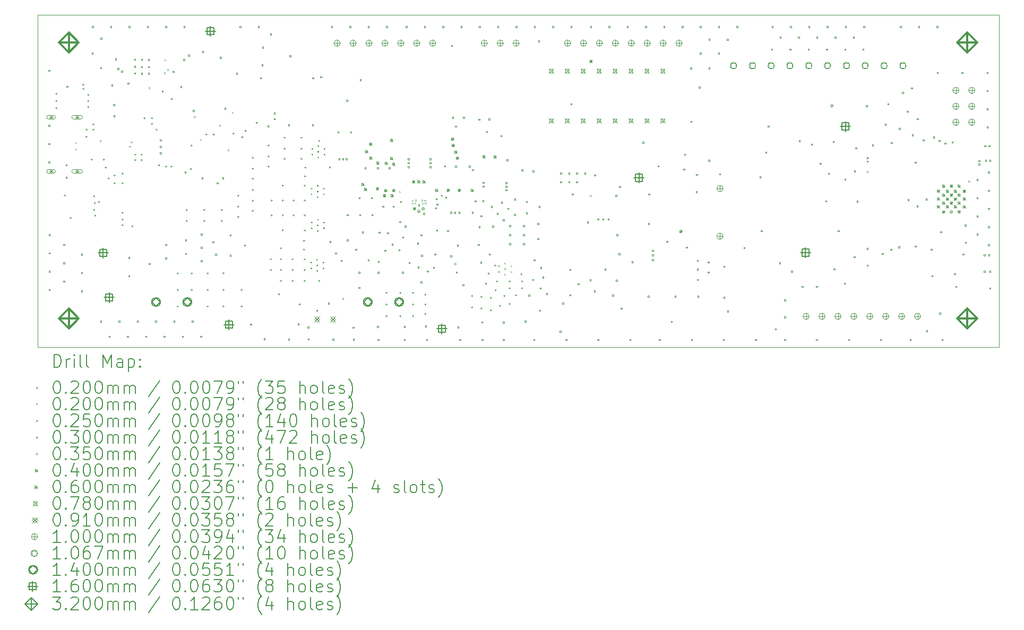
<source format=gbr>
%TF.GenerationSoftware,KiCad,Pcbnew,8.0.6*%
%TF.CreationDate,2025-03-13T06:26:08-04:00*%
%TF.ProjectId,SCAN,5343414e-2e6b-4696-9361-645f70636258,2.0*%
%TF.SameCoordinates,Original*%
%TF.FileFunction,Drillmap*%
%TF.FilePolarity,Positive*%
%FSLAX45Y45*%
G04 Gerber Fmt 4.5, Leading zero omitted, Abs format (unit mm)*
G04 Created by KiCad (PCBNEW 8.0.6) date 2025-03-13 06:26:08*
%MOMM*%
%LPD*%
G01*
G04 APERTURE LIST*
%ADD10C,0.100000*%
%ADD11C,0.200000*%
%ADD12C,0.106680*%
%ADD13C,0.140000*%
%ADD14C,0.160000*%
%ADD15C,0.320000*%
G04 APERTURE END LIST*
D10*
X6821000Y-6890000D02*
X22153000Y-6890000D01*
X22153000Y-12190000D01*
X6821000Y-12190000D01*
X6821000Y-6890000D01*
D11*
D10*
X7416000Y-8917000D02*
X7436000Y-8937000D01*
X7436000Y-8917000D02*
X7416000Y-8937000D01*
X7416000Y-9017000D02*
X7436000Y-9037000D01*
X7436000Y-9017000D02*
X7416000Y-9037000D01*
X7809000Y-8889000D02*
X7829000Y-8909000D01*
X7829000Y-8889000D02*
X7809000Y-8909000D01*
X8278000Y-8977000D02*
X8298000Y-8997000D01*
X8298000Y-8977000D02*
X8278000Y-8997000D01*
X8303000Y-8907000D02*
X8323000Y-8927000D01*
X8323000Y-8907000D02*
X8303000Y-8927000D01*
X8587875Y-8042125D02*
X8607875Y-8062125D01*
X8607875Y-8042125D02*
X8587875Y-8062125D01*
X8702000Y-8701000D02*
X8722000Y-8721000D01*
X8722000Y-8701000D02*
X8702000Y-8721000D01*
X8831000Y-7804000D02*
X8851000Y-7824000D01*
X8851000Y-7804000D02*
X8831000Y-7824000D01*
X8841000Y-7597000D02*
X8861000Y-7617000D01*
X8861000Y-7597000D02*
X8841000Y-7617000D01*
X8882000Y-7753000D02*
X8902000Y-7773000D01*
X8902000Y-7753000D02*
X8882000Y-7773000D01*
X9310000Y-8505000D02*
X9330000Y-8525000D01*
X9330000Y-8505000D02*
X9310000Y-8525000D01*
X9407000Y-8865000D02*
X9427000Y-8885000D01*
X9427000Y-8865000D02*
X9407000Y-8885000D01*
X9711000Y-8642000D02*
X9731000Y-8662000D01*
X9731000Y-8642000D02*
X9711000Y-8662000D01*
X9850000Y-9032000D02*
X9870000Y-9052000D01*
X9870000Y-9032000D02*
X9850000Y-9052000D01*
X9914250Y-8436750D02*
X9934250Y-8456750D01*
X9934250Y-8436750D02*
X9914250Y-8456750D01*
X11677000Y-11402000D02*
X11697000Y-11422000D01*
X11697000Y-11402000D02*
X11677000Y-11422000D01*
X12582000Y-9695000D02*
X12602000Y-9715000D01*
X12602000Y-9695000D02*
X12582000Y-9715000D01*
X12785000Y-9880500D02*
X12805000Y-9900500D01*
X12805000Y-9880500D02*
X12785000Y-9900500D01*
X12788000Y-9838500D02*
X12808000Y-9858500D01*
X12808000Y-9838500D02*
X12788000Y-9858500D01*
X12830000Y-9880500D02*
X12850000Y-9900500D01*
X12850000Y-9880500D02*
X12830000Y-9900500D01*
X12835000Y-9837500D02*
X12855000Y-9857500D01*
X12855000Y-9837500D02*
X12835000Y-9857500D01*
X12940000Y-9837500D02*
X12960000Y-9857500D01*
X12960000Y-9837500D02*
X12940000Y-9857500D01*
X12946000Y-9880500D02*
X12966000Y-9900500D01*
X12966000Y-9880500D02*
X12946000Y-9900500D01*
X12984000Y-9840000D02*
X13004000Y-9860000D01*
X13004000Y-9840000D02*
X12984000Y-9860000D01*
X12993000Y-9881000D02*
X13013000Y-9901000D01*
X13013000Y-9881000D02*
X12993000Y-9901000D01*
X14163000Y-10884000D02*
X14183000Y-10904000D01*
X14183000Y-10884000D02*
X14163000Y-10904000D01*
X14163000Y-10974000D02*
X14183000Y-10994000D01*
X14183000Y-10974000D02*
X14163000Y-10994000D01*
X14260000Y-10839000D02*
X14280000Y-10859000D01*
X14280000Y-10839000D02*
X14260000Y-10859000D01*
X14260000Y-10930000D02*
X14280000Y-10950000D01*
X14280000Y-10930000D02*
X14260000Y-10950000D01*
X14260000Y-11020000D02*
X14280000Y-11040000D01*
X14280000Y-11020000D02*
X14260000Y-11040000D01*
X14358000Y-10884000D02*
X14378000Y-10904000D01*
X14378000Y-10884000D02*
X14358000Y-10904000D01*
X14358000Y-10974000D02*
X14378000Y-10994000D01*
X14378000Y-10974000D02*
X14358000Y-10994000D01*
X15625000Y-9763000D02*
X15645000Y-9783000D01*
X15645000Y-9763000D02*
X15625000Y-9783000D01*
X20041000Y-9380000D02*
X20061000Y-9400000D01*
X20061000Y-9380000D02*
X20041000Y-9400000D01*
X21664000Y-9531000D02*
X21684000Y-9551000D01*
X21684000Y-9531000D02*
X21664000Y-9551000D01*
X11190250Y-10840000D02*
G75*
G02*
X11170250Y-10840000I-10000J0D01*
G01*
X11170250Y-10840000D02*
G75*
G02*
X11190250Y-10840000I10000J0D01*
G01*
X11190250Y-10930500D02*
G75*
G02*
X11170250Y-10930500I-10000J0D01*
G01*
X11170250Y-10930500D02*
G75*
G02*
X11190250Y-10930500I10000J0D01*
G01*
X11197000Y-9660000D02*
G75*
G02*
X11177000Y-9660000I-10000J0D01*
G01*
X11177000Y-9660000D02*
G75*
G02*
X11197000Y-9660000I10000J0D01*
G01*
X11197000Y-9750500D02*
G75*
G02*
X11177000Y-9750500I-10000J0D01*
G01*
X11177000Y-9750500D02*
G75*
G02*
X11197000Y-9750500I10000J0D01*
G01*
X11199750Y-10200500D02*
G75*
G02*
X11179750Y-10200500I-10000J0D01*
G01*
X11179750Y-10200500D02*
G75*
G02*
X11199750Y-10200500I10000J0D01*
G01*
X11199750Y-10291000D02*
G75*
G02*
X11179750Y-10291000I-10000J0D01*
G01*
X11179750Y-10291000D02*
G75*
G02*
X11199750Y-10291000I10000J0D01*
G01*
X11206500Y-9026000D02*
G75*
G02*
X11186500Y-9026000I-10000J0D01*
G01*
X11186500Y-9026000D02*
G75*
G02*
X11206500Y-9026000I10000J0D01*
G01*
X11206500Y-9116500D02*
G75*
G02*
X11186500Y-9116500I-10000J0D01*
G01*
X11186500Y-9116500D02*
G75*
G02*
X11206500Y-9116500I10000J0D01*
G01*
X11287750Y-10794800D02*
G75*
G02*
X11267750Y-10794800I-10000J0D01*
G01*
X11267750Y-10794800D02*
G75*
G02*
X11287750Y-10794800I10000J0D01*
G01*
X11287750Y-10885300D02*
G75*
G02*
X11267750Y-10885300I-10000J0D01*
G01*
X11267750Y-10885300D02*
G75*
G02*
X11287750Y-10885300I10000J0D01*
G01*
X11287750Y-10975800D02*
G75*
G02*
X11267750Y-10975800I-10000J0D01*
G01*
X11267750Y-10975800D02*
G75*
G02*
X11287750Y-10975800I10000J0D01*
G01*
X11294500Y-9614800D02*
G75*
G02*
X11274500Y-9614800I-10000J0D01*
G01*
X11274500Y-9614800D02*
G75*
G02*
X11294500Y-9614800I10000J0D01*
G01*
X11294500Y-9705300D02*
G75*
G02*
X11274500Y-9705300I-10000J0D01*
G01*
X11274500Y-9705300D02*
G75*
G02*
X11294500Y-9705300I10000J0D01*
G01*
X11294500Y-9795800D02*
G75*
G02*
X11274500Y-9795800I-10000J0D01*
G01*
X11274500Y-9795800D02*
G75*
G02*
X11294500Y-9795800I10000J0D01*
G01*
X11297250Y-10155200D02*
G75*
G02*
X11277250Y-10155200I-10000J0D01*
G01*
X11277250Y-10155200D02*
G75*
G02*
X11297250Y-10155200I10000J0D01*
G01*
X11297250Y-10245700D02*
G75*
G02*
X11277250Y-10245700I-10000J0D01*
G01*
X11277250Y-10245700D02*
G75*
G02*
X11297250Y-10245700I10000J0D01*
G01*
X11297250Y-10336200D02*
G75*
G02*
X11277250Y-10336200I-10000J0D01*
G01*
X11277250Y-10336200D02*
G75*
G02*
X11297250Y-10336200I10000J0D01*
G01*
X11304000Y-8980700D02*
G75*
G02*
X11284000Y-8980700I-10000J0D01*
G01*
X11284000Y-8980700D02*
G75*
G02*
X11304000Y-8980700I10000J0D01*
G01*
X11304000Y-9071200D02*
G75*
G02*
X11284000Y-9071200I-10000J0D01*
G01*
X11284000Y-9071200D02*
G75*
G02*
X11304000Y-9071200I10000J0D01*
G01*
X11304000Y-9161700D02*
G75*
G02*
X11284000Y-9161700I-10000J0D01*
G01*
X11284000Y-9161700D02*
G75*
G02*
X11304000Y-9161700I10000J0D01*
G01*
X11385250Y-10840000D02*
G75*
G02*
X11365250Y-10840000I-10000J0D01*
G01*
X11365250Y-10840000D02*
G75*
G02*
X11385250Y-10840000I10000J0D01*
G01*
X11385250Y-10930500D02*
G75*
G02*
X11365250Y-10930500I-10000J0D01*
G01*
X11365250Y-10930500D02*
G75*
G02*
X11385250Y-10930500I10000J0D01*
G01*
X11392000Y-9660000D02*
G75*
G02*
X11372000Y-9660000I-10000J0D01*
G01*
X11372000Y-9660000D02*
G75*
G02*
X11392000Y-9660000I10000J0D01*
G01*
X11392000Y-9750500D02*
G75*
G02*
X11372000Y-9750500I-10000J0D01*
G01*
X11372000Y-9750500D02*
G75*
G02*
X11392000Y-9750500I10000J0D01*
G01*
X11394750Y-10200500D02*
G75*
G02*
X11374750Y-10200500I-10000J0D01*
G01*
X11374750Y-10200500D02*
G75*
G02*
X11394750Y-10200500I10000J0D01*
G01*
X11394750Y-10291000D02*
G75*
G02*
X11374750Y-10291000I-10000J0D01*
G01*
X11374750Y-10291000D02*
G75*
G02*
X11394750Y-10291000I10000J0D01*
G01*
X11401500Y-9026000D02*
G75*
G02*
X11381500Y-9026000I-10000J0D01*
G01*
X11381500Y-9026000D02*
G75*
G02*
X11401500Y-9026000I10000J0D01*
G01*
X11401500Y-9116500D02*
G75*
G02*
X11381500Y-9116500I-10000J0D01*
G01*
X11381500Y-9116500D02*
G75*
G02*
X11401500Y-9116500I10000J0D01*
G01*
X7114000Y-8131000D02*
X7114000Y-8156000D01*
X7101500Y-8143500D02*
X7126500Y-8143500D01*
X7114000Y-8244500D02*
X7114000Y-8269500D01*
X7101500Y-8257000D02*
X7126500Y-8257000D01*
X7114000Y-8358000D02*
X7114000Y-8383000D01*
X7101500Y-8370500D02*
X7126500Y-8370500D01*
X7249000Y-9749500D02*
X7249000Y-9774500D01*
X7236500Y-9762000D02*
X7261500Y-9762000D01*
X7340000Y-10110000D02*
X7340000Y-10135000D01*
X7327500Y-10122500D02*
X7352500Y-10122500D01*
X7542000Y-7985500D02*
X7542000Y-8010500D01*
X7529500Y-7998000D02*
X7554500Y-7998000D01*
X7543000Y-8051500D02*
X7543000Y-8076500D01*
X7530500Y-8064000D02*
X7555500Y-8064000D01*
X7589000Y-8814500D02*
X7589000Y-8839500D01*
X7576500Y-8827000D02*
X7601500Y-8827000D01*
X7596000Y-8699500D02*
X7596000Y-8724500D01*
X7583500Y-8712000D02*
X7608500Y-8712000D01*
X7621000Y-8146500D02*
X7621000Y-8171500D01*
X7608500Y-8159000D02*
X7633500Y-8159000D01*
X7621000Y-8244000D02*
X7621000Y-8269000D01*
X7608500Y-8256500D02*
X7633500Y-8256500D01*
X7621000Y-8341500D02*
X7621000Y-8366500D01*
X7608500Y-8354000D02*
X7633500Y-8354000D01*
X7676000Y-9178850D02*
X7676000Y-9203850D01*
X7663500Y-9191350D02*
X7688500Y-9191350D01*
X7700000Y-8616500D02*
X7700000Y-8641500D01*
X7687500Y-8629000D02*
X7712500Y-8629000D01*
X7700000Y-8699500D02*
X7700000Y-8724500D01*
X7687500Y-8712000D02*
X7712500Y-8712000D01*
X7714500Y-9765000D02*
X7714500Y-9790000D01*
X7702000Y-9777500D02*
X7727000Y-9777500D01*
X7715500Y-9983000D02*
X7715500Y-10008000D01*
X7703000Y-9995500D02*
X7728000Y-9995500D01*
X7727000Y-9874500D02*
X7727000Y-9899500D01*
X7714500Y-9887000D02*
X7739500Y-9887000D01*
X7731000Y-10074500D02*
X7731000Y-10099500D01*
X7718500Y-10087000D02*
X7743500Y-10087000D01*
X7790000Y-9855500D02*
X7790000Y-9880500D01*
X7777500Y-9868000D02*
X7802500Y-9868000D01*
X7870000Y-9180500D02*
X7870000Y-9205500D01*
X7857500Y-9193000D02*
X7882500Y-9193000D01*
X7901000Y-9306500D02*
X7901000Y-9331500D01*
X7888500Y-9319000D02*
X7913500Y-9319000D01*
X7947000Y-9479500D02*
X7947000Y-9504500D01*
X7934500Y-9492000D02*
X7959500Y-9492000D01*
X8040500Y-9435500D02*
X8040500Y-9460500D01*
X8028000Y-9448000D02*
X8053000Y-9448000D01*
X8040500Y-9555500D02*
X8040500Y-9580500D01*
X8028000Y-9568000D02*
X8053000Y-9568000D01*
X8165000Y-10026500D02*
X8165000Y-10051500D01*
X8152500Y-10039000D02*
X8177500Y-10039000D01*
X8165000Y-10136500D02*
X8165000Y-10161500D01*
X8152500Y-10149000D02*
X8177500Y-10149000D01*
X8165000Y-10223500D02*
X8165000Y-10248500D01*
X8152500Y-10236000D02*
X8177500Y-10236000D01*
X8168000Y-9405500D02*
X8168000Y-9430500D01*
X8155500Y-9418000D02*
X8180500Y-9418000D01*
X8168000Y-9555500D02*
X8168000Y-9580500D01*
X8155500Y-9568000D02*
X8180500Y-9568000D01*
X8325000Y-10240500D02*
X8325000Y-10265500D01*
X8312500Y-10253000D02*
X8337500Y-10253000D01*
X8370000Y-9101500D02*
X8370000Y-9126500D01*
X8357500Y-9114000D02*
X8382500Y-9114000D01*
X8370000Y-9189500D02*
X8370000Y-9214500D01*
X8357500Y-9202000D02*
X8382500Y-9202000D01*
X8470000Y-9101500D02*
X8470000Y-9126500D01*
X8457500Y-9114000D02*
X8482500Y-9114000D01*
X8470000Y-9189500D02*
X8470000Y-9214500D01*
X8457500Y-9202000D02*
X8482500Y-9202000D01*
X8518000Y-8521500D02*
X8518000Y-8546500D01*
X8505500Y-8534000D02*
X8530500Y-8534000D01*
X8635000Y-8521500D02*
X8635000Y-8546500D01*
X8622500Y-8534000D02*
X8647500Y-8534000D01*
X8636000Y-8609500D02*
X8636000Y-8634500D01*
X8623500Y-8622000D02*
X8648500Y-8622000D01*
X8860500Y-9289500D02*
X8860500Y-9314500D01*
X8848000Y-9302000D02*
X8873000Y-9302000D01*
X8946000Y-9291500D02*
X8946000Y-9316500D01*
X8933500Y-9304000D02*
X8958500Y-9304000D01*
X9049000Y-10994000D02*
X9049000Y-11019000D01*
X9036500Y-11006500D02*
X9061500Y-11006500D01*
X9049000Y-11258500D02*
X9049000Y-11283500D01*
X9036500Y-11271000D02*
X9061500Y-11271000D01*
X9049000Y-11523000D02*
X9049000Y-11548000D01*
X9036500Y-11535500D02*
X9061500Y-11535500D01*
X9193000Y-9982500D02*
X9193000Y-10007500D01*
X9180500Y-9995000D02*
X9205500Y-9995000D01*
X9193000Y-10157500D02*
X9193000Y-10182500D01*
X9180500Y-10170000D02*
X9205500Y-10170000D01*
X9266000Y-8955500D02*
X9266000Y-8980500D01*
X9253500Y-8968000D02*
X9278500Y-8968000D01*
X9273000Y-10994500D02*
X9273000Y-11019500D01*
X9260500Y-11007000D02*
X9285500Y-11007000D01*
X9273000Y-11259000D02*
X9273000Y-11284000D01*
X9260500Y-11271500D02*
X9285500Y-11271500D01*
X9469000Y-9982500D02*
X9469000Y-10007500D01*
X9456500Y-9995000D02*
X9481500Y-9995000D01*
X9469000Y-10157500D02*
X9469000Y-10182500D01*
X9456500Y-10170000D02*
X9481500Y-10170000D01*
X9505000Y-8778500D02*
X9505000Y-8803500D01*
X9492500Y-8791000D02*
X9517500Y-8791000D01*
X9525000Y-10994000D02*
X9525000Y-11019000D01*
X9512500Y-11006500D02*
X9537500Y-11006500D01*
X9525000Y-11258500D02*
X9525000Y-11283500D01*
X9512500Y-11271000D02*
X9537500Y-11271000D01*
X9525000Y-11523000D02*
X9525000Y-11548000D01*
X9512500Y-11535500D02*
X9537500Y-11535500D01*
X9748000Y-9982500D02*
X9748000Y-10007500D01*
X9735500Y-9995000D02*
X9760500Y-9995000D01*
X9748000Y-10157500D02*
X9748000Y-10182500D01*
X9735500Y-10170000D02*
X9760500Y-10170000D01*
X9777000Y-10993500D02*
X9777000Y-11018500D01*
X9764500Y-11006000D02*
X9789500Y-11006000D01*
X9777000Y-11258000D02*
X9777000Y-11283000D01*
X9764500Y-11270500D02*
X9789500Y-11270500D01*
X9777000Y-11522500D02*
X9777000Y-11547500D01*
X9764500Y-11535000D02*
X9789500Y-11535000D01*
X9937000Y-8764500D02*
X9937000Y-8789500D01*
X9924500Y-8777000D02*
X9949500Y-8777000D01*
X10011000Y-9755500D02*
X10011000Y-9780500D01*
X9998500Y-9768000D02*
X10023500Y-9768000D01*
X10011000Y-9930500D02*
X10011000Y-9955500D01*
X9998500Y-9943000D02*
X10023500Y-9943000D01*
X10011000Y-10092500D02*
X10011000Y-10117500D01*
X9998500Y-10105000D02*
X10023500Y-10105000D01*
X10067000Y-11258000D02*
X10067000Y-11283000D01*
X10054500Y-11270500D02*
X10079500Y-11270500D01*
X10067000Y-11522500D02*
X10067000Y-11547500D01*
X10054500Y-11535000D02*
X10079500Y-11535000D01*
X10245000Y-9149500D02*
X10245000Y-9174500D01*
X10232500Y-9162000D02*
X10257500Y-9162000D01*
X10245000Y-9324500D02*
X10245000Y-9349500D01*
X10232500Y-9337000D02*
X10257500Y-9337000D01*
X10245000Y-9486500D02*
X10245000Y-9511500D01*
X10232500Y-9499000D02*
X10257500Y-9499000D01*
X10245000Y-9660500D02*
X10245000Y-9685500D01*
X10232500Y-9673000D02*
X10257500Y-9673000D01*
X10245000Y-9835500D02*
X10245000Y-9860500D01*
X10232500Y-9848000D02*
X10257500Y-9848000D01*
X10245000Y-9997500D02*
X10245000Y-10022500D01*
X10232500Y-10010000D02*
X10257500Y-10010000D01*
X10496000Y-8953500D02*
X10496000Y-8978500D01*
X10483500Y-8966000D02*
X10508500Y-8966000D01*
X10496000Y-9128500D02*
X10496000Y-9153500D01*
X10483500Y-9141000D02*
X10508500Y-9141000D01*
X10496000Y-9290500D02*
X10496000Y-9315500D01*
X10483500Y-9303000D02*
X10508500Y-9303000D01*
X10533000Y-10769500D02*
X10533000Y-10794500D01*
X10520500Y-10782000D02*
X10545500Y-10782000D01*
X10533000Y-10942000D02*
X10533000Y-10967000D01*
X10520500Y-10954500D02*
X10545500Y-10954500D01*
X10546000Y-9832333D02*
X10546000Y-9857333D01*
X10533500Y-9844833D02*
X10558500Y-9844833D01*
X10546000Y-10070000D02*
X10546000Y-10095000D01*
X10533500Y-10082500D02*
X10558500Y-10082500D01*
X10693000Y-10595500D02*
X10693000Y-10620500D01*
X10680500Y-10608000D02*
X10705500Y-10608000D01*
X10693000Y-10769500D02*
X10693000Y-10794500D01*
X10680500Y-10782000D02*
X10705500Y-10782000D01*
X10693000Y-10942000D02*
X10693000Y-10967000D01*
X10680500Y-10954500D02*
X10705500Y-10954500D01*
X10693000Y-11114500D02*
X10693000Y-11139500D01*
X10680500Y-11127000D02*
X10705500Y-11127000D01*
X10722000Y-9595000D02*
X10722000Y-9620000D01*
X10709500Y-9607500D02*
X10734500Y-9607500D01*
X10722000Y-9832333D02*
X10722000Y-9857333D01*
X10709500Y-9844833D02*
X10734500Y-9844833D01*
X10722000Y-10070000D02*
X10722000Y-10095000D01*
X10709500Y-10082500D02*
X10734500Y-10082500D01*
X10722000Y-10307667D02*
X10722000Y-10332667D01*
X10709500Y-10320167D02*
X10734500Y-10320167D01*
X10753000Y-8830500D02*
X10753000Y-8855500D01*
X10740500Y-8843000D02*
X10765500Y-8843000D01*
X10753000Y-9005500D02*
X10753000Y-9030500D01*
X10740500Y-9018000D02*
X10765500Y-9018000D01*
X10753000Y-9167500D02*
X10753000Y-9192500D01*
X10740500Y-9180000D02*
X10765500Y-9180000D01*
X10881000Y-10769500D02*
X10881000Y-10794500D01*
X10868500Y-10782000D02*
X10893500Y-10782000D01*
X10881000Y-10942000D02*
X10881000Y-10967000D01*
X10868500Y-10954500D02*
X10893500Y-10954500D01*
X10881000Y-11114500D02*
X10881000Y-11139500D01*
X10868500Y-11127000D02*
X10893500Y-11127000D01*
X10898000Y-9832333D02*
X10898000Y-9857333D01*
X10885500Y-9844833D02*
X10910500Y-9844833D01*
X10898000Y-10070000D02*
X10898000Y-10095000D01*
X10885500Y-10082500D02*
X10910500Y-10082500D01*
X11020000Y-8830500D02*
X11020000Y-8855500D01*
X11007500Y-8843000D02*
X11032500Y-8843000D01*
X11020000Y-9005500D02*
X11020000Y-9030500D01*
X11007500Y-9018000D02*
X11032500Y-9018000D01*
X11020000Y-9167500D02*
X11020000Y-9192500D01*
X11007500Y-9180000D02*
X11032500Y-9180000D01*
X11063500Y-10476750D02*
X11063500Y-10501750D01*
X11051000Y-10489250D02*
X11076000Y-10489250D01*
X11063500Y-10616750D02*
X11063500Y-10641750D01*
X11051000Y-10629250D02*
X11076000Y-10629250D01*
X11069000Y-10769500D02*
X11069000Y-10794500D01*
X11056500Y-10782000D02*
X11081500Y-10782000D01*
X11069000Y-10942000D02*
X11069000Y-10967000D01*
X11056500Y-10954500D02*
X11081500Y-10954500D01*
X11069000Y-11114500D02*
X11069000Y-11139500D01*
X11056500Y-11127000D02*
X11081500Y-11127000D01*
X11074000Y-9595000D02*
X11074000Y-9620000D01*
X11061500Y-9607500D02*
X11086500Y-9607500D01*
X11074000Y-9832667D02*
X11074000Y-9857667D01*
X11061500Y-9845167D02*
X11086500Y-9845167D01*
X11074000Y-10070333D02*
X11074000Y-10095333D01*
X11061500Y-10082833D02*
X11086500Y-10082833D01*
X11074000Y-10308000D02*
X11074000Y-10333000D01*
X11061500Y-10320500D02*
X11086500Y-10320500D01*
X11079500Y-9448000D02*
X11079500Y-9473000D01*
X11067000Y-9460500D02*
X11092000Y-9460500D01*
X11082500Y-9308000D02*
X11082500Y-9333000D01*
X11070000Y-9320500D02*
X11095000Y-9320500D01*
X11303000Y-11114500D02*
X11303000Y-11139500D01*
X11290500Y-11127000D02*
X11315500Y-11127000D01*
X11304000Y-8881500D02*
X11304000Y-8906500D01*
X11291500Y-8894000D02*
X11316500Y-8894000D01*
X12377000Y-11306500D02*
X12377000Y-11331500D01*
X12364500Y-11319000D02*
X12389500Y-11319000D01*
X12377000Y-11491500D02*
X12377000Y-11516500D01*
X12364500Y-11504000D02*
X12389500Y-11504000D01*
X12377000Y-11676500D02*
X12377000Y-11701500D01*
X12364500Y-11689000D02*
X12389500Y-11689000D01*
X12597000Y-11306500D02*
X12597000Y-11331500D01*
X12584500Y-11319000D02*
X12609500Y-11319000D01*
X12597000Y-11676500D02*
X12597000Y-11701500D01*
X12584500Y-11689000D02*
X12609500Y-11689000D01*
X12801000Y-11306500D02*
X12801000Y-11331500D01*
X12788500Y-11319000D02*
X12813500Y-11319000D01*
X12801000Y-11491500D02*
X12801000Y-11516500D01*
X12788500Y-11504000D02*
X12813500Y-11504000D01*
X12801000Y-11676500D02*
X12801000Y-11701500D01*
X12788500Y-11689000D02*
X12813500Y-11689000D01*
X12996000Y-11334500D02*
X12996000Y-11359500D01*
X12983500Y-11347000D02*
X13008500Y-11347000D01*
X12996000Y-11491500D02*
X12996000Y-11516500D01*
X12983500Y-11504000D02*
X13008500Y-11504000D01*
X12996000Y-11644500D02*
X12996000Y-11669500D01*
X12983500Y-11657000D02*
X13008500Y-11657000D01*
X13259000Y-9754500D02*
X13259000Y-9779500D01*
X13246500Y-9767000D02*
X13271500Y-9767000D01*
X13741000Y-11357500D02*
X13741000Y-11382500D01*
X13728500Y-11370000D02*
X13753500Y-11370000D01*
X13741000Y-11537500D02*
X13741000Y-11562500D01*
X13728500Y-11550000D02*
X13753500Y-11550000D01*
X13891000Y-11367500D02*
X13891000Y-11392500D01*
X13878500Y-11380000D02*
X13903500Y-11380000D01*
X13891000Y-11555500D02*
X13891000Y-11580500D01*
X13878500Y-11568000D02*
X13903500Y-11568000D01*
X14043000Y-11384500D02*
X14043000Y-11409500D01*
X14030500Y-11397000D02*
X14055500Y-11397000D01*
X14043000Y-11583500D02*
X14043000Y-11608500D01*
X14030500Y-11596000D02*
X14055500Y-11596000D01*
X14110000Y-10869500D02*
X14110000Y-10894500D01*
X14097500Y-10882000D02*
X14122500Y-10882000D01*
X14118000Y-11262500D02*
X14118000Y-11287500D01*
X14105500Y-11275000D02*
X14130500Y-11275000D01*
X14141000Y-11123500D02*
X14141000Y-11148500D01*
X14128500Y-11136000D02*
X14153500Y-11136000D01*
X14185000Y-11513500D02*
X14185000Y-11538500D01*
X14172500Y-11526000D02*
X14197500Y-11526000D01*
X14258000Y-11356500D02*
X14258000Y-11381500D01*
X14245500Y-11369000D02*
X14270500Y-11369000D01*
X14341000Y-11123500D02*
X14341000Y-11148500D01*
X14328500Y-11136000D02*
X14353500Y-11136000D01*
X14341000Y-11234500D02*
X14341000Y-11259500D01*
X14328500Y-11247000D02*
X14353500Y-11247000D01*
X14344000Y-11484500D02*
X14344000Y-11509500D01*
X14331500Y-11497000D02*
X14356500Y-11497000D01*
X14443000Y-11342500D02*
X14443000Y-11367500D01*
X14430500Y-11355000D02*
X14455500Y-11355000D01*
X14531000Y-11009500D02*
X14531000Y-11034500D01*
X14518500Y-11022000D02*
X14543500Y-11022000D01*
X14540000Y-11123500D02*
X14540000Y-11148500D01*
X14527500Y-11136000D02*
X14552500Y-11136000D01*
X14540000Y-11234500D02*
X14540000Y-11259500D01*
X14527500Y-11247000D02*
X14552500Y-11247000D01*
X7011607Y-7788607D02*
X7011607Y-7767393D01*
X6990393Y-7767393D01*
X6990393Y-7788607D01*
X7011607Y-7788607D01*
X7011607Y-8664607D02*
X7011607Y-8643393D01*
X6990393Y-8643393D01*
X6990393Y-8664607D01*
X7011607Y-8664607D01*
X7011607Y-8956607D02*
X7011607Y-8935393D01*
X6990393Y-8935393D01*
X6990393Y-8956607D01*
X7011607Y-8956607D01*
X7011607Y-9248607D02*
X7011607Y-9227393D01*
X6990393Y-9227393D01*
X6990393Y-9248607D01*
X7011607Y-9248607D01*
X7015607Y-10406607D02*
X7015607Y-10385393D01*
X6994393Y-10385393D01*
X6994393Y-10406607D01*
X7015607Y-10406607D01*
X7015607Y-10698607D02*
X7015607Y-10677393D01*
X6994393Y-10677393D01*
X6994393Y-10698607D01*
X7015607Y-10698607D01*
X7015607Y-10990607D02*
X7015607Y-10969393D01*
X6994393Y-10969393D01*
X6994393Y-10990607D01*
X7015607Y-10990607D01*
X7015607Y-11282607D02*
X7015607Y-11261393D01*
X6994393Y-11261393D01*
X6994393Y-11282607D01*
X7015607Y-11282607D01*
X7246607Y-10564607D02*
X7246607Y-10543393D01*
X7225393Y-10543393D01*
X7225393Y-10564607D01*
X7246607Y-10564607D01*
X7246607Y-10856607D02*
X7246607Y-10835393D01*
X7225393Y-10835393D01*
X7225393Y-10856607D01*
X7246607Y-10856607D01*
X7246607Y-11148607D02*
X7246607Y-11127393D01*
X7225393Y-11127393D01*
X7225393Y-11148607D01*
X7246607Y-11148607D01*
X7285607Y-9293607D02*
X7285607Y-9272393D01*
X7264393Y-9272393D01*
X7264393Y-9293607D01*
X7285607Y-9293607D01*
X7285607Y-9493607D02*
X7285607Y-9472393D01*
X7264393Y-9472393D01*
X7264393Y-9493607D01*
X7285607Y-9493607D01*
X7297107Y-8039607D02*
X7297107Y-8018393D01*
X7275893Y-8018393D01*
X7275893Y-8039607D01*
X7297107Y-8039607D01*
X7531607Y-10722607D02*
X7531607Y-10701393D01*
X7510393Y-10701393D01*
X7510393Y-10722607D01*
X7531607Y-10722607D01*
X7531607Y-11014607D02*
X7531607Y-10993393D01*
X7510393Y-10993393D01*
X7510393Y-11014607D01*
X7531607Y-11014607D01*
X7531607Y-11306607D02*
X7531607Y-11285393D01*
X7510393Y-11285393D01*
X7510393Y-11306607D01*
X7531607Y-11306607D01*
X7702607Y-7512607D02*
X7702607Y-7491393D01*
X7681393Y-7491393D01*
X7681393Y-7512607D01*
X7702607Y-7512607D01*
X7703607Y-7087607D02*
X7703607Y-7066393D01*
X7682393Y-7066393D01*
X7682393Y-7087607D01*
X7703607Y-7087607D01*
X7836607Y-11787607D02*
X7836607Y-11766393D01*
X7815393Y-11766393D01*
X7815393Y-11787607D01*
X7836607Y-11787607D01*
X7837607Y-7743607D02*
X7837607Y-7722393D01*
X7816393Y-7722393D01*
X7816393Y-7743607D01*
X7837607Y-7743607D01*
X7839607Y-7276607D02*
X7839607Y-7255393D01*
X7818393Y-7255393D01*
X7818393Y-7276607D01*
X7839607Y-7276607D01*
X7970607Y-12027607D02*
X7970607Y-12006393D01*
X7949393Y-12006393D01*
X7949393Y-12027607D01*
X7970607Y-12027607D01*
X7995607Y-7087607D02*
X7995607Y-7066393D01*
X7974393Y-7066393D01*
X7974393Y-7087607D01*
X7995607Y-7087607D01*
X8012607Y-8018607D02*
X8012607Y-7997393D01*
X7991393Y-7997393D01*
X7991393Y-8018607D01*
X8012607Y-8018607D01*
X8045607Y-8332607D02*
X8045607Y-8311393D01*
X8024393Y-8311393D01*
X8024393Y-8332607D01*
X8045607Y-8332607D01*
X8046607Y-8509607D02*
X8046607Y-8488393D01*
X8025393Y-8488393D01*
X8025393Y-8509607D01*
X8046607Y-8509607D01*
X8071607Y-7605607D02*
X8071607Y-7584393D01*
X8050393Y-7584393D01*
X8050393Y-7605607D01*
X8071607Y-7605607D01*
X8111607Y-7755607D02*
X8111607Y-7734393D01*
X8090393Y-7734393D01*
X8090393Y-7755607D01*
X8111607Y-7755607D01*
X8128607Y-11787607D02*
X8128607Y-11766393D01*
X8107393Y-11766393D01*
X8107393Y-11787607D01*
X8128607Y-11787607D01*
X8169607Y-7798607D02*
X8169607Y-7777393D01*
X8148393Y-7777393D01*
X8148393Y-7798607D01*
X8169607Y-7798607D01*
X8262607Y-12027607D02*
X8262607Y-12006393D01*
X8241393Y-12006393D01*
X8241393Y-12027607D01*
X8262607Y-12027607D01*
X8270607Y-7988607D02*
X8270607Y-7967393D01*
X8249393Y-7967393D01*
X8249393Y-7988607D01*
X8270607Y-7988607D01*
X8286607Y-10772607D02*
X8286607Y-10751393D01*
X8265393Y-10751393D01*
X8265393Y-10772607D01*
X8286607Y-10772607D01*
X8286607Y-11064607D02*
X8286607Y-11043393D01*
X8265393Y-11043393D01*
X8265393Y-11064607D01*
X8286607Y-11064607D01*
X8287607Y-7087607D02*
X8287607Y-7066393D01*
X8266393Y-7066393D01*
X8266393Y-7087607D01*
X8287607Y-7087607D01*
X8377357Y-7608607D02*
X8377357Y-7587393D01*
X8356143Y-7587393D01*
X8356143Y-7608607D01*
X8377357Y-7608607D01*
X8377357Y-7723607D02*
X8377357Y-7702393D01*
X8356143Y-7702393D01*
X8356143Y-7723607D01*
X8377357Y-7723607D01*
X8377357Y-7829607D02*
X8377357Y-7808393D01*
X8356143Y-7808393D01*
X8356143Y-7829607D01*
X8377357Y-7829607D01*
X8420607Y-11787607D02*
X8420607Y-11766393D01*
X8399393Y-11766393D01*
X8399393Y-11787607D01*
X8420607Y-11787607D01*
X8489357Y-7610607D02*
X8489357Y-7589393D01*
X8468143Y-7589393D01*
X8468143Y-7610607D01*
X8489357Y-7610607D01*
X8489357Y-7725607D02*
X8489357Y-7704393D01*
X8468143Y-7704393D01*
X8468143Y-7725607D01*
X8489357Y-7725607D01*
X8489357Y-7831607D02*
X8489357Y-7810393D01*
X8468143Y-7810393D01*
X8468143Y-7831607D01*
X8489357Y-7831607D01*
X8554607Y-12027607D02*
X8554607Y-12006393D01*
X8533393Y-12006393D01*
X8533393Y-12027607D01*
X8554607Y-12027607D01*
X8579607Y-7087607D02*
X8579607Y-7066393D01*
X8558393Y-7066393D01*
X8558393Y-7087607D01*
X8579607Y-7087607D01*
X8600357Y-7611607D02*
X8600357Y-7590393D01*
X8579143Y-7590393D01*
X8579143Y-7611607D01*
X8600357Y-7611607D01*
X8600357Y-7726607D02*
X8600357Y-7705393D01*
X8579143Y-7705393D01*
X8579143Y-7726607D01*
X8600357Y-7726607D01*
X8600357Y-7832607D02*
X8600357Y-7811393D01*
X8579143Y-7811393D01*
X8579143Y-7832607D01*
X8600357Y-7832607D01*
X8609607Y-10870607D02*
X8609607Y-10849393D01*
X8588393Y-10849393D01*
X8588393Y-10870607D01*
X8609607Y-10870607D01*
X8712607Y-11787607D02*
X8712607Y-11766393D01*
X8691393Y-11766393D01*
X8691393Y-11787607D01*
X8712607Y-11787607D01*
X8758607Y-9293607D02*
X8758607Y-9272393D01*
X8737393Y-9272393D01*
X8737393Y-9293607D01*
X8758607Y-9293607D01*
X8789607Y-8894607D02*
X8789607Y-8873393D01*
X8768393Y-8873393D01*
X8768393Y-8894607D01*
X8789607Y-8894607D01*
X8789607Y-9001607D02*
X8789607Y-8980393D01*
X8768393Y-8980393D01*
X8768393Y-9001607D01*
X8789607Y-9001607D01*
X8789607Y-9102607D02*
X8789607Y-9081393D01*
X8768393Y-9081393D01*
X8768393Y-9102607D01*
X8789607Y-9102607D01*
X8820357Y-8115607D02*
X8820357Y-8094393D01*
X8799143Y-8094393D01*
X8799143Y-8115607D01*
X8820357Y-8115607D01*
X8846607Y-12027607D02*
X8846607Y-12006393D01*
X8825393Y-12006393D01*
X8825393Y-12027607D01*
X8846607Y-12027607D01*
X8871607Y-7087607D02*
X8871607Y-7066393D01*
X8850393Y-7066393D01*
X8850393Y-7087607D01*
X8871607Y-7087607D01*
X8873607Y-10562607D02*
X8873607Y-10541393D01*
X8852393Y-10541393D01*
X8852393Y-10562607D01*
X8873607Y-10562607D01*
X8874607Y-10781607D02*
X8874607Y-10760393D01*
X8853393Y-10760393D01*
X8853393Y-10781607D01*
X8874607Y-10781607D01*
X8962357Y-8235607D02*
X8962357Y-8214393D01*
X8941143Y-8214393D01*
X8941143Y-8235607D01*
X8962357Y-8235607D01*
X8990607Y-7805607D02*
X8990607Y-7784393D01*
X8969393Y-7784393D01*
X8969393Y-7805607D01*
X8990607Y-7805607D01*
X9004607Y-11787607D02*
X9004607Y-11766393D01*
X8983393Y-11766393D01*
X8983393Y-11787607D01*
X9004607Y-11787607D01*
X9113607Y-8043607D02*
X9113607Y-8022393D01*
X9092393Y-8022393D01*
X9092393Y-8043607D01*
X9113607Y-8043607D01*
X9138607Y-12027607D02*
X9138607Y-12006393D01*
X9117393Y-12006393D01*
X9117393Y-12027607D01*
X9138607Y-12027607D01*
X9161607Y-7612607D02*
X9161607Y-7591393D01*
X9140393Y-7591393D01*
X9140393Y-7612607D01*
X9161607Y-7612607D01*
X9163607Y-7087607D02*
X9163607Y-7066393D01*
X9142393Y-7066393D01*
X9142393Y-7087607D01*
X9163607Y-7087607D01*
X9184607Y-9407607D02*
X9184607Y-9386393D01*
X9163393Y-9386393D01*
X9163393Y-9407607D01*
X9184607Y-9407607D01*
X9192607Y-10493607D02*
X9192607Y-10472393D01*
X9171393Y-10472393D01*
X9171393Y-10493607D01*
X9192607Y-10493607D01*
X9192607Y-10709607D02*
X9192607Y-10688393D01*
X9171393Y-10688393D01*
X9171393Y-10709607D01*
X9192607Y-10709607D01*
X9235607Y-7545607D02*
X9235607Y-7524393D01*
X9214393Y-7524393D01*
X9214393Y-7545607D01*
X9235607Y-7545607D01*
X9268607Y-9351607D02*
X9268607Y-9330393D01*
X9247393Y-9330393D01*
X9247393Y-9351607D01*
X9268607Y-9351607D01*
X9296607Y-11787607D02*
X9296607Y-11766393D01*
X9275393Y-11766393D01*
X9275393Y-11787607D01*
X9296607Y-11787607D01*
X9312607Y-8424607D02*
X9312607Y-8403393D01*
X9291393Y-8403393D01*
X9291393Y-8424607D01*
X9312607Y-8424607D01*
X9430607Y-12027607D02*
X9430607Y-12006393D01*
X9409393Y-12006393D01*
X9409393Y-12027607D01*
X9430607Y-12027607D01*
X9441607Y-10400607D02*
X9441607Y-10379393D01*
X9420393Y-10379393D01*
X9420393Y-10400607D01*
X9441607Y-10400607D01*
X9441607Y-10611607D02*
X9441607Y-10590393D01*
X9420393Y-10590393D01*
X9420393Y-10611607D01*
X9441607Y-10611607D01*
X9441607Y-10823607D02*
X9441607Y-10802393D01*
X9420393Y-10802393D01*
X9420393Y-10823607D01*
X9441607Y-10823607D01*
X9452607Y-9500607D02*
X9452607Y-9479393D01*
X9431393Y-9479393D01*
X9431393Y-9500607D01*
X9452607Y-9500607D01*
X9463607Y-7486607D02*
X9463607Y-7465393D01*
X9442393Y-7465393D01*
X9442393Y-7486607D01*
X9463607Y-7486607D01*
X9627607Y-10520607D02*
X9627607Y-10499393D01*
X9606393Y-10499393D01*
X9606393Y-10520607D01*
X9627607Y-10520607D01*
X9632607Y-8802607D02*
X9632607Y-8781393D01*
X9611393Y-8781393D01*
X9611393Y-8802607D01*
X9632607Y-8802607D01*
X9668607Y-10718607D02*
X9668607Y-10697393D01*
X9647393Y-10697393D01*
X9647393Y-10718607D01*
X9668607Y-10718607D01*
X9693607Y-9583607D02*
X9693607Y-9562393D01*
X9672393Y-9562393D01*
X9672393Y-9583607D01*
X9693607Y-9583607D01*
X9744607Y-7579607D02*
X9744607Y-7558393D01*
X9723393Y-7558393D01*
X9723393Y-7579607D01*
X9744607Y-7579607D01*
X9783829Y-9500607D02*
X9783829Y-9479393D01*
X9762616Y-9479393D01*
X9762616Y-9500607D01*
X9783829Y-9500607D01*
X9818607Y-8393607D02*
X9818607Y-8372393D01*
X9797393Y-8372393D01*
X9797393Y-8393607D01*
X9818607Y-8393607D01*
X9901607Y-10411607D02*
X9901607Y-10390393D01*
X9880393Y-10390393D01*
X9880393Y-10411607D01*
X9901607Y-10411607D01*
X9901607Y-10737607D02*
X9901607Y-10716393D01*
X9880393Y-10716393D01*
X9880393Y-10737607D01*
X9901607Y-10737607D01*
X10002607Y-7834607D02*
X10002607Y-7813393D01*
X9981393Y-7813393D01*
X9981393Y-7834607D01*
X10002607Y-7834607D01*
X10060607Y-7087607D02*
X10060607Y-7066393D01*
X10039393Y-7066393D01*
X10039393Y-7087607D01*
X10060607Y-7087607D01*
X10088607Y-8845607D02*
X10088607Y-8824393D01*
X10067393Y-8824393D01*
X10067393Y-8845607D01*
X10088607Y-8845607D01*
X10130607Y-10573607D02*
X10130607Y-10552393D01*
X10109393Y-10552393D01*
X10109393Y-10573607D01*
X10130607Y-10573607D01*
X10139607Y-8741607D02*
X10139607Y-8720393D01*
X10118393Y-8720393D01*
X10118393Y-8741607D01*
X10139607Y-8741607D01*
X10226607Y-11835607D02*
X10226607Y-11814393D01*
X10205393Y-11814393D01*
X10205393Y-11835607D01*
X10226607Y-11835607D01*
X10318607Y-8616607D02*
X10318607Y-8595393D01*
X10297393Y-8595393D01*
X10297393Y-8616607D01*
X10318607Y-8616607D01*
X10352607Y-7087607D02*
X10352607Y-7066393D01*
X10331393Y-7066393D01*
X10331393Y-7087607D01*
X10352607Y-7087607D01*
X10384607Y-7906607D02*
X10384607Y-7885393D01*
X10363393Y-7885393D01*
X10363393Y-7906607D01*
X10384607Y-7906607D01*
X10409607Y-7697607D02*
X10409607Y-7676393D01*
X10388393Y-7676393D01*
X10388393Y-7697607D01*
X10409607Y-7697607D01*
X10418607Y-7419607D02*
X10418607Y-7398393D01*
X10397393Y-7398393D01*
X10397393Y-7419607D01*
X10418607Y-7419607D01*
X10443607Y-12068607D02*
X10443607Y-12047393D01*
X10422393Y-12047393D01*
X10422393Y-12068607D01*
X10443607Y-12068607D01*
X10503607Y-8672607D02*
X10503607Y-8651393D01*
X10482393Y-8651393D01*
X10482393Y-8672607D01*
X10503607Y-8672607D01*
X10544607Y-7207607D02*
X10544607Y-7186393D01*
X10523393Y-7186393D01*
X10523393Y-7207607D01*
X10544607Y-7207607D01*
X10604607Y-8556607D02*
X10604607Y-8535393D01*
X10583393Y-8535393D01*
X10583393Y-8556607D01*
X10604607Y-8556607D01*
X10605607Y-8466607D02*
X10605607Y-8445393D01*
X10584393Y-8445393D01*
X10584393Y-8466607D01*
X10605607Y-8466607D01*
X10671607Y-11351607D02*
X10671607Y-11330393D01*
X10650393Y-11330393D01*
X10650393Y-11351607D01*
X10671607Y-11351607D01*
X10834607Y-8656607D02*
X10834607Y-8635393D01*
X10813393Y-8635393D01*
X10813393Y-8656607D01*
X10834607Y-8656607D01*
X10834607Y-12073607D02*
X10834607Y-12052393D01*
X10813393Y-12052393D01*
X10813393Y-12073607D01*
X10834607Y-12073607D01*
X10854607Y-7552607D02*
X10854607Y-7531393D01*
X10833393Y-7531393D01*
X10833393Y-7552607D01*
X10854607Y-7552607D01*
X10986607Y-11828607D02*
X10986607Y-11807393D01*
X10965393Y-11807393D01*
X10965393Y-11828607D01*
X10986607Y-11828607D01*
X11003607Y-11513607D02*
X11003607Y-11492393D01*
X10982393Y-11492393D01*
X10982393Y-11513607D01*
X11003607Y-11513607D01*
X11142607Y-11882607D02*
X11142607Y-11861393D01*
X11121393Y-11861393D01*
X11121393Y-11882607D01*
X11142607Y-11882607D01*
X11148607Y-12069607D02*
X11148607Y-12048393D01*
X11127393Y-12048393D01*
X11127393Y-12069607D01*
X11148607Y-12069607D01*
X11216607Y-8656607D02*
X11216607Y-8635393D01*
X11195393Y-8635393D01*
X11195393Y-8656607D01*
X11216607Y-8656607D01*
X11218607Y-7906607D02*
X11218607Y-7885393D01*
X11197393Y-7885393D01*
X11197393Y-7906607D01*
X11218607Y-7906607D01*
X11283607Y-11613607D02*
X11283607Y-11592393D01*
X11262393Y-11592393D01*
X11262393Y-11613607D01*
X11283607Y-11613607D01*
X11347607Y-7888607D02*
X11347607Y-7867393D01*
X11326393Y-7867393D01*
X11326393Y-7888607D01*
X11347607Y-7888607D01*
X11468607Y-11497607D02*
X11468607Y-11476393D01*
X11447393Y-11476393D01*
X11447393Y-11497607D01*
X11468607Y-11497607D01*
X11485107Y-9327107D02*
X11485107Y-9305893D01*
X11463893Y-9305893D01*
X11463893Y-9327107D01*
X11485107Y-9327107D01*
X11492107Y-10519107D02*
X11492107Y-10497893D01*
X11470893Y-10497893D01*
X11470893Y-10519107D01*
X11492107Y-10519107D01*
X11520607Y-7087607D02*
X11520607Y-7066393D01*
X11499393Y-7066393D01*
X11499393Y-7087607D01*
X11520607Y-7087607D01*
X11539607Y-12074607D02*
X11539607Y-12053393D01*
X11518393Y-12053393D01*
X11518393Y-12074607D01*
X11539607Y-12074607D01*
X11583607Y-10700607D02*
X11583607Y-10679393D01*
X11562393Y-10679393D01*
X11562393Y-10700607D01*
X11583607Y-10700607D01*
X11622607Y-8770607D02*
X11622607Y-8749393D01*
X11601393Y-8749393D01*
X11601393Y-8770607D01*
X11622607Y-8770607D01*
X11636357Y-9195107D02*
X11636357Y-9173893D01*
X11615143Y-9173893D01*
X11615143Y-9195107D01*
X11636357Y-9195107D01*
X11672607Y-10819607D02*
X11672607Y-10798393D01*
X11651393Y-10798393D01*
X11651393Y-10819607D01*
X11672607Y-10819607D01*
X11695357Y-9195107D02*
X11695357Y-9173893D01*
X11674143Y-9173893D01*
X11674143Y-9195107D01*
X11695357Y-9195107D01*
X11754357Y-9195107D02*
X11754357Y-9173893D01*
X11733143Y-9173893D01*
X11733143Y-9195107D01*
X11754357Y-9195107D01*
X11762607Y-8263607D02*
X11762607Y-8242393D01*
X11741393Y-8242393D01*
X11741393Y-8263607D01*
X11762607Y-8263607D01*
X11768607Y-10091607D02*
X11768607Y-10070393D01*
X11747393Y-10070393D01*
X11747393Y-10091607D01*
X11768607Y-10091607D01*
X11769607Y-10493607D02*
X11769607Y-10472393D01*
X11748393Y-10472393D01*
X11748393Y-10493607D01*
X11769607Y-10493607D01*
X11812607Y-7087607D02*
X11812607Y-7066393D01*
X11791393Y-7066393D01*
X11791393Y-7087607D01*
X11812607Y-7087607D01*
X11824607Y-8768607D02*
X11824607Y-8747393D01*
X11803393Y-8747393D01*
X11803393Y-8768607D01*
X11824607Y-8768607D01*
X11861607Y-11886607D02*
X11861607Y-11865393D01*
X11840393Y-11865393D01*
X11840393Y-11886607D01*
X11861607Y-11886607D01*
X11867607Y-12073607D02*
X11867607Y-12052393D01*
X11846393Y-12052393D01*
X11846393Y-12073607D01*
X11867607Y-12073607D01*
X11904607Y-10641607D02*
X11904607Y-10620393D01*
X11883393Y-10620393D01*
X11883393Y-10641607D01*
X11904607Y-10641607D01*
X11956607Y-11008607D02*
X11956607Y-10987393D01*
X11935393Y-10987393D01*
X11935393Y-11008607D01*
X11956607Y-11008607D01*
X11956607Y-11251607D02*
X11956607Y-11230393D01*
X11935393Y-11230393D01*
X11935393Y-11251607D01*
X11956607Y-11251607D01*
X11957607Y-9819607D02*
X11957607Y-9798393D01*
X11936393Y-9798393D01*
X11936393Y-9819607D01*
X11957607Y-9819607D01*
X11966607Y-10091607D02*
X11966607Y-10070393D01*
X11945393Y-10070393D01*
X11945393Y-10091607D01*
X11966607Y-10091607D01*
X11977607Y-7934607D02*
X11977607Y-7913393D01*
X11956393Y-7913393D01*
X11956393Y-7934607D01*
X11977607Y-7934607D01*
X12011607Y-10366607D02*
X12011607Y-10345393D01*
X11990393Y-10345393D01*
X11990393Y-10366607D01*
X12011607Y-10366607D01*
X12052607Y-9341607D02*
X12052607Y-9320393D01*
X12031393Y-9320393D01*
X12031393Y-9341607D01*
X12052607Y-9341607D01*
X12101607Y-10810607D02*
X12101607Y-10789393D01*
X12080393Y-10789393D01*
X12080393Y-10810607D01*
X12101607Y-10810607D01*
X12104607Y-7087607D02*
X12104607Y-7066393D01*
X12083393Y-7066393D01*
X12083393Y-7087607D01*
X12104607Y-7087607D01*
X12154607Y-9819607D02*
X12154607Y-9798393D01*
X12133393Y-9798393D01*
X12133393Y-9819607D01*
X12154607Y-9819607D01*
X12162607Y-10091607D02*
X12162607Y-10070393D01*
X12141393Y-10070393D01*
X12141393Y-10091607D01*
X12162607Y-10091607D01*
X12251607Y-9341607D02*
X12251607Y-9320393D01*
X12230393Y-9320393D01*
X12230393Y-9341607D01*
X12251607Y-9341607D01*
X12253607Y-11872607D02*
X12253607Y-11851393D01*
X12232393Y-11851393D01*
X12232393Y-11872607D01*
X12253607Y-11872607D01*
X12258607Y-12078607D02*
X12258607Y-12057393D01*
X12237393Y-12057393D01*
X12237393Y-12078607D01*
X12258607Y-12078607D01*
X12259607Y-11008607D02*
X12259607Y-10987393D01*
X12238393Y-10987393D01*
X12238393Y-11008607D01*
X12259607Y-11008607D01*
X12264607Y-10836607D02*
X12264607Y-10815393D01*
X12243393Y-10815393D01*
X12243393Y-10836607D01*
X12264607Y-10836607D01*
X12276607Y-10368607D02*
X12276607Y-10347393D01*
X12255393Y-10347393D01*
X12255393Y-10368607D01*
X12276607Y-10368607D01*
X12335607Y-9952607D02*
X12335607Y-9931393D01*
X12314393Y-9931393D01*
X12314393Y-9952607D01*
X12335607Y-9952607D01*
X12370607Y-10655607D02*
X12370607Y-10634393D01*
X12349393Y-10634393D01*
X12349393Y-10655607D01*
X12370607Y-10655607D01*
X12396607Y-7087607D02*
X12396607Y-7066393D01*
X12375393Y-7066393D01*
X12375393Y-7087607D01*
X12396607Y-7087607D01*
X12413607Y-10378107D02*
X12413607Y-10356893D01*
X12392393Y-10356893D01*
X12392393Y-10378107D01*
X12413607Y-10378107D01*
X12439607Y-9341607D02*
X12439607Y-9320393D01*
X12418393Y-9320393D01*
X12418393Y-9341607D01*
X12439607Y-9341607D01*
X12485607Y-10557607D02*
X12485607Y-10536393D01*
X12464393Y-10536393D01*
X12464393Y-10557607D01*
X12485607Y-10557607D01*
X12499607Y-9954607D02*
X12499607Y-9933393D01*
X12478393Y-9933393D01*
X12478393Y-9954607D01*
X12499607Y-9954607D01*
X12595607Y-10648607D02*
X12595607Y-10627393D01*
X12574393Y-10627393D01*
X12574393Y-10648607D01*
X12595607Y-10648607D01*
X12606107Y-10200607D02*
X12606107Y-10179393D01*
X12584893Y-10179393D01*
X12584893Y-10200607D01*
X12606107Y-10200607D01*
X12618607Y-9877607D02*
X12618607Y-9856393D01*
X12597393Y-9856393D01*
X12597393Y-9877607D01*
X12618607Y-9877607D01*
X12648607Y-11008607D02*
X12648607Y-10987393D01*
X12627393Y-10987393D01*
X12627393Y-11008607D01*
X12648607Y-11008607D01*
X12654607Y-10443607D02*
X12654607Y-10422393D01*
X12633393Y-10422393D01*
X12633393Y-10443607D01*
X12654607Y-10443607D01*
X12678607Y-11872607D02*
X12678607Y-11851393D01*
X12657393Y-11851393D01*
X12657393Y-11872607D01*
X12678607Y-11872607D01*
X12678607Y-12080607D02*
X12678607Y-12059393D01*
X12657393Y-12059393D01*
X12657393Y-12080607D01*
X12678607Y-12080607D01*
X12690107Y-10273107D02*
X12690107Y-10251893D01*
X12668893Y-10251893D01*
X12668893Y-10273107D01*
X12690107Y-10273107D01*
X12708607Y-7086607D02*
X12708607Y-7065393D01*
X12687393Y-7065393D01*
X12687393Y-7086607D01*
X12708607Y-7086607D01*
X12744607Y-9195607D02*
X12744607Y-9174393D01*
X12723393Y-9174393D01*
X12723393Y-9195607D01*
X12744607Y-9195607D01*
X12744607Y-9260107D02*
X12744607Y-9238893D01*
X12723393Y-9238893D01*
X12723393Y-9260107D01*
X12744607Y-9260107D01*
X12744607Y-9324607D02*
X12744607Y-9303393D01*
X12723393Y-9303393D01*
X12723393Y-9324607D01*
X12744607Y-9324607D01*
X12755607Y-10852607D02*
X12755607Y-10831393D01*
X12734393Y-10831393D01*
X12734393Y-10852607D01*
X12755607Y-10852607D01*
X12889607Y-10541107D02*
X12889607Y-10519893D01*
X12868393Y-10519893D01*
X12868393Y-10541107D01*
X12889607Y-10541107D01*
X12897607Y-10924607D02*
X12897607Y-10903393D01*
X12876393Y-10903393D01*
X12876393Y-10924607D01*
X12897607Y-10924607D01*
X12908607Y-9934607D02*
X12908607Y-9913393D01*
X12887393Y-9913393D01*
X12887393Y-9934607D01*
X12908607Y-9934607D01*
X12944607Y-11162607D02*
X12944607Y-11141393D01*
X12923393Y-11141393D01*
X12923393Y-11162607D01*
X12944607Y-11162607D01*
X12947107Y-10413107D02*
X12947107Y-10391893D01*
X12925893Y-10391893D01*
X12925893Y-10413107D01*
X12947107Y-10413107D01*
X12956607Y-10735607D02*
X12956607Y-10714393D01*
X12935393Y-10714393D01*
X12935393Y-10735607D01*
X12956607Y-10735607D01*
X12989607Y-10066607D02*
X12989607Y-10045393D01*
X12968393Y-10045393D01*
X12968393Y-10066607D01*
X12989607Y-10066607D01*
X13000607Y-7086607D02*
X13000607Y-7065393D01*
X12979393Y-7065393D01*
X12979393Y-7086607D01*
X13000607Y-7086607D01*
X13017607Y-11863607D02*
X13017607Y-11842393D01*
X12996393Y-11842393D01*
X12996393Y-11863607D01*
X13017607Y-11863607D01*
X13033607Y-12080607D02*
X13033607Y-12059393D01*
X13012393Y-12059393D01*
X13012393Y-12080607D01*
X13033607Y-12080607D01*
X13047607Y-10988607D02*
X13047607Y-10967393D01*
X13026393Y-10967393D01*
X13026393Y-10988607D01*
X13047607Y-10988607D01*
X13089607Y-9195607D02*
X13089607Y-9174393D01*
X13068393Y-9174393D01*
X13068393Y-9195607D01*
X13089607Y-9195607D01*
X13089607Y-9260107D02*
X13089607Y-9238893D01*
X13068393Y-9238893D01*
X13068393Y-9260107D01*
X13089607Y-9260107D01*
X13089607Y-9324607D02*
X13089607Y-9303393D01*
X13068393Y-9303393D01*
X13068393Y-9324607D01*
X13089607Y-9324607D01*
X13145607Y-10927607D02*
X13145607Y-10906393D01*
X13124393Y-10906393D01*
X13124393Y-10927607D01*
X13145607Y-10927607D01*
X13166607Y-10714607D02*
X13166607Y-10693393D01*
X13145393Y-10693393D01*
X13145393Y-10714607D01*
X13166607Y-10714607D01*
X13180678Y-9979678D02*
X13180678Y-9958464D01*
X13159464Y-9958464D01*
X13159464Y-9979678D01*
X13180678Y-9979678D01*
X13187607Y-9836607D02*
X13187607Y-9815393D01*
X13166393Y-9815393D01*
X13166393Y-9836607D01*
X13187607Y-9836607D01*
X13196607Y-10335607D02*
X13196607Y-10314393D01*
X13175393Y-10314393D01*
X13175393Y-10335607D01*
X13196607Y-10335607D01*
X13198107Y-9922107D02*
X13198107Y-9900893D01*
X13176893Y-9900893D01*
X13176893Y-9922107D01*
X13198107Y-9922107D01*
X13292607Y-7086607D02*
X13292607Y-7065393D01*
X13271393Y-7065393D01*
X13271393Y-7086607D01*
X13292607Y-7086607D01*
X13321607Y-9311607D02*
X13321607Y-9290393D01*
X13300393Y-9290393D01*
X13300393Y-9311607D01*
X13321607Y-9311607D01*
X13341607Y-9811107D02*
X13341607Y-9789893D01*
X13320393Y-9789893D01*
X13320393Y-9811107D01*
X13341607Y-9811107D01*
X13367607Y-10342607D02*
X13367607Y-10321393D01*
X13346393Y-10321393D01*
X13346393Y-10342607D01*
X13367607Y-10342607D01*
X13418107Y-10050607D02*
X13418107Y-10029393D01*
X13396893Y-10029393D01*
X13396893Y-10050607D01*
X13418107Y-10050607D01*
X13421607Y-10745607D02*
X13421607Y-10724393D01*
X13400393Y-10724393D01*
X13400393Y-10745607D01*
X13421607Y-10745607D01*
X13432607Y-7389607D02*
X13432607Y-7368393D01*
X13411393Y-7368393D01*
X13411393Y-7389607D01*
X13432607Y-7389607D01*
X13451607Y-8536607D02*
X13451607Y-8515393D01*
X13430393Y-8515393D01*
X13430393Y-8536607D01*
X13451607Y-8536607D01*
X13484607Y-10050607D02*
X13484607Y-10029393D01*
X13463393Y-10029393D01*
X13463393Y-10050607D01*
X13484607Y-10050607D01*
X13495607Y-8676607D02*
X13495607Y-8655393D01*
X13474393Y-8655393D01*
X13474393Y-8676607D01*
X13495607Y-8676607D01*
X13496607Y-9313607D02*
X13496607Y-9292393D01*
X13475393Y-9292393D01*
X13475393Y-9313607D01*
X13496607Y-9313607D01*
X13510607Y-11002607D02*
X13510607Y-10981393D01*
X13489393Y-10981393D01*
X13489393Y-11002607D01*
X13510607Y-11002607D01*
X13525607Y-10574607D02*
X13525607Y-10553393D01*
X13504393Y-10553393D01*
X13504393Y-10574607D01*
X13525607Y-10574607D01*
X13532607Y-11878607D02*
X13532607Y-11857393D01*
X13511393Y-11857393D01*
X13511393Y-11878607D01*
X13532607Y-11878607D01*
X13549607Y-10050607D02*
X13549607Y-10029393D01*
X13528393Y-10029393D01*
X13528393Y-10050607D01*
X13549607Y-10050607D01*
X13563607Y-12080607D02*
X13563607Y-12059393D01*
X13542393Y-12059393D01*
X13542393Y-12080607D01*
X13563607Y-12080607D01*
X13584607Y-7086607D02*
X13584607Y-7065393D01*
X13563393Y-7065393D01*
X13563393Y-7086607D01*
X13584607Y-7086607D01*
X13613607Y-11208607D02*
X13613607Y-11187393D01*
X13592393Y-11187393D01*
X13592393Y-11208607D01*
X13613607Y-11208607D01*
X13624607Y-8536607D02*
X13624607Y-8515393D01*
X13603393Y-8515393D01*
X13603393Y-8536607D01*
X13624607Y-8536607D01*
X13715607Y-9313607D02*
X13715607Y-9292393D01*
X13694393Y-9292393D01*
X13694393Y-9313607D01*
X13715607Y-9313607D01*
X13763107Y-10050607D02*
X13763107Y-10029393D01*
X13741893Y-10029393D01*
X13741893Y-10050607D01*
X13763107Y-10050607D01*
X13767607Y-9370607D02*
X13767607Y-9349393D01*
X13746393Y-9349393D01*
X13746393Y-9370607D01*
X13767607Y-9370607D01*
X13811607Y-9867607D02*
X13811607Y-9846393D01*
X13790393Y-9846393D01*
X13790393Y-9867607D01*
X13811607Y-9867607D01*
X13858607Y-10564607D02*
X13858607Y-10543393D01*
X13837393Y-10543393D01*
X13837393Y-10564607D01*
X13858607Y-10564607D01*
X13869607Y-8564607D02*
X13869607Y-8543393D01*
X13848393Y-8543393D01*
X13848393Y-8564607D01*
X13869607Y-8564607D01*
X13874607Y-10280607D02*
X13874607Y-10259393D01*
X13853393Y-10259393D01*
X13853393Y-10280607D01*
X13874607Y-10280607D01*
X13876607Y-7086607D02*
X13876607Y-7065393D01*
X13855393Y-7065393D01*
X13855393Y-7086607D01*
X13876607Y-7086607D01*
X13898607Y-10846607D02*
X13898607Y-10825393D01*
X13877393Y-10825393D01*
X13877393Y-10846607D01*
X13898607Y-10846607D01*
X13901607Y-10108607D02*
X13901607Y-10087393D01*
X13880393Y-10087393D01*
X13880393Y-10108607D01*
X13901607Y-10108607D01*
X13916607Y-11798607D02*
X13916607Y-11777393D01*
X13895393Y-11777393D01*
X13895393Y-11798607D01*
X13916607Y-11798607D01*
X13919607Y-12078607D02*
X13919607Y-12057393D01*
X13898393Y-12057393D01*
X13898393Y-12078607D01*
X13919607Y-12078607D01*
X13930607Y-9866607D02*
X13930607Y-9845393D01*
X13909393Y-9845393D01*
X13909393Y-9866607D01*
X13930607Y-9866607D01*
X13934607Y-9633607D02*
X13934607Y-9612393D01*
X13913393Y-9612393D01*
X13913393Y-9633607D01*
X13934607Y-9633607D01*
X13935607Y-9574607D02*
X13935607Y-9553393D01*
X13914393Y-9553393D01*
X13914393Y-9574607D01*
X13935607Y-9574607D01*
X13976607Y-11181607D02*
X13976607Y-11160393D01*
X13955393Y-11160393D01*
X13955393Y-11181607D01*
X13976607Y-11181607D01*
X13992607Y-8761607D02*
X13992607Y-8740393D01*
X13971393Y-8740393D01*
X13971393Y-8761607D01*
X13992607Y-8761607D01*
X14015607Y-11022607D02*
X14015607Y-11001393D01*
X13994393Y-11001393D01*
X13994393Y-11022607D01*
X14015607Y-11022607D01*
X14029607Y-8559607D02*
X14029607Y-8538393D01*
X14008393Y-8538393D01*
X14008393Y-8559607D01*
X14029607Y-8559607D01*
X14034357Y-10714607D02*
X14034357Y-10693393D01*
X14013143Y-10693393D01*
X14013143Y-10714607D01*
X14034357Y-10714607D01*
X14066607Y-9960607D02*
X14066607Y-9939393D01*
X14045393Y-9939393D01*
X14045393Y-9960607D01*
X14066607Y-9960607D01*
X14089607Y-10271607D02*
X14089607Y-10250393D01*
X14068393Y-10250393D01*
X14068393Y-10271607D01*
X14089607Y-10271607D01*
X14162607Y-10070607D02*
X14162607Y-10049393D01*
X14141393Y-10049393D01*
X14141393Y-10070607D01*
X14162607Y-10070607D01*
X14168607Y-7086607D02*
X14168607Y-7065393D01*
X14147393Y-7065393D01*
X14147393Y-7086607D01*
X14168607Y-7086607D01*
X14220607Y-8829607D02*
X14220607Y-8808393D01*
X14199393Y-8808393D01*
X14199393Y-8829607D01*
X14220607Y-8829607D01*
X14229607Y-9892607D02*
X14229607Y-9871393D01*
X14208393Y-9871393D01*
X14208393Y-9892607D01*
X14229607Y-9892607D01*
X14256607Y-11802607D02*
X14256607Y-11781393D01*
X14235393Y-11781393D01*
X14235393Y-11802607D01*
X14256607Y-11802607D01*
X14256607Y-12078607D02*
X14256607Y-12057393D01*
X14235393Y-12057393D01*
X14235393Y-12078607D01*
X14256607Y-12078607D01*
X14259607Y-10169607D02*
X14259607Y-10148393D01*
X14238393Y-10148393D01*
X14238393Y-10169607D01*
X14259607Y-10169607D01*
X14302607Y-9577857D02*
X14302607Y-9556643D01*
X14281393Y-9556643D01*
X14281393Y-9577857D01*
X14302607Y-9577857D01*
X14302607Y-9635607D02*
X14302607Y-9614393D01*
X14281393Y-9614393D01*
X14281393Y-9635607D01*
X14302607Y-9635607D01*
X14302607Y-9693357D02*
X14302607Y-9672143D01*
X14281393Y-9672143D01*
X14281393Y-9693357D01*
X14302607Y-9693357D01*
X14318607Y-9214607D02*
X14318607Y-9193393D01*
X14297393Y-9193393D01*
X14297393Y-9214607D01*
X14318607Y-9214607D01*
X14329607Y-9989607D02*
X14329607Y-9968393D01*
X14308393Y-9968393D01*
X14308393Y-9989607D01*
X14329607Y-9989607D01*
X14360607Y-10262607D02*
X14360607Y-10241393D01*
X14339393Y-10241393D01*
X14339393Y-10262607D01*
X14360607Y-10262607D01*
X14360607Y-10405607D02*
X14360607Y-10384393D01*
X14339393Y-10384393D01*
X14339393Y-10405607D01*
X14360607Y-10405607D01*
X14360607Y-10550607D02*
X14360607Y-10529393D01*
X14339393Y-10529393D01*
X14339393Y-10550607D01*
X14360607Y-10550607D01*
X14434607Y-10085607D02*
X14434607Y-10064393D01*
X14413393Y-10064393D01*
X14413393Y-10085607D01*
X14434607Y-10085607D01*
X14438607Y-9838607D02*
X14438607Y-9817393D01*
X14417393Y-9817393D01*
X14417393Y-9838607D01*
X14438607Y-9838607D01*
X14460607Y-7086607D02*
X14460607Y-7065393D01*
X14439393Y-7065393D01*
X14439393Y-7086607D01*
X14460607Y-7086607D01*
X14556607Y-9373607D02*
X14556607Y-9352393D01*
X14535393Y-9352393D01*
X14535393Y-9373607D01*
X14556607Y-9373607D01*
X14580607Y-10262607D02*
X14580607Y-10241393D01*
X14559393Y-10241393D01*
X14559393Y-10262607D01*
X14580607Y-10262607D01*
X14580607Y-10405607D02*
X14580607Y-10384393D01*
X14559393Y-10384393D01*
X14559393Y-10405607D01*
X14580607Y-10405607D01*
X14580607Y-10550607D02*
X14580607Y-10529393D01*
X14559393Y-10529393D01*
X14559393Y-10550607D01*
X14580607Y-10550607D01*
X14607607Y-11785607D02*
X14607607Y-11764393D01*
X14586393Y-11764393D01*
X14586393Y-11785607D01*
X14607607Y-11785607D01*
X14625607Y-9876607D02*
X14625607Y-9855393D01*
X14604393Y-9855393D01*
X14604393Y-9876607D01*
X14625607Y-9876607D01*
X14625607Y-10060607D02*
X14625607Y-10039393D01*
X14604393Y-10039393D01*
X14604393Y-10060607D01*
X14625607Y-10060607D01*
X14665607Y-11370607D02*
X14665607Y-11349393D01*
X14644393Y-11349393D01*
X14644393Y-11370607D01*
X14665607Y-11370607D01*
X14727607Y-11122607D02*
X14727607Y-11101393D01*
X14706393Y-11101393D01*
X14706393Y-11122607D01*
X14727607Y-11122607D01*
X14734607Y-9389607D02*
X14734607Y-9368393D01*
X14713393Y-9368393D01*
X14713393Y-9389607D01*
X14734607Y-9389607D01*
X14746607Y-12079607D02*
X14746607Y-12058393D01*
X14725393Y-12058393D01*
X14725393Y-12079607D01*
X14746607Y-12079607D01*
X14747607Y-10810607D02*
X14747607Y-10789393D01*
X14726393Y-10789393D01*
X14726393Y-10810607D01*
X14747607Y-10810607D01*
X14752607Y-7086607D02*
X14752607Y-7065393D01*
X14731393Y-7065393D01*
X14731393Y-7086607D01*
X14752607Y-7086607D01*
X14808607Y-10227607D02*
X14808607Y-10206393D01*
X14787393Y-10206393D01*
X14787393Y-10227607D01*
X14808607Y-10227607D01*
X14808607Y-10471607D02*
X14808607Y-10450393D01*
X14787393Y-10450393D01*
X14787393Y-10471607D01*
X14808607Y-10471607D01*
X14822607Y-7316607D02*
X14822607Y-7295393D01*
X14801393Y-7295393D01*
X14801393Y-7316607D01*
X14822607Y-7316607D01*
X14829607Y-9956607D02*
X14829607Y-9935393D01*
X14808393Y-9935393D01*
X14808393Y-9956607D01*
X14829607Y-9956607D01*
X14838607Y-11612607D02*
X14838607Y-11591393D01*
X14817393Y-11591393D01*
X14817393Y-11612607D01*
X14838607Y-11612607D01*
X14847607Y-11259607D02*
X14847607Y-11238393D01*
X14826393Y-11238393D01*
X14826393Y-11259607D01*
X14847607Y-11259607D01*
X14853607Y-10933607D02*
X14853607Y-10912393D01*
X14832393Y-10912393D01*
X14832393Y-10933607D01*
X14853607Y-10933607D01*
X14889607Y-11084607D02*
X14889607Y-11063393D01*
X14868393Y-11063393D01*
X14868393Y-11084607D01*
X14889607Y-11084607D01*
X14948607Y-11346607D02*
X14948607Y-11325393D01*
X14927393Y-11325393D01*
X14927393Y-11346607D01*
X14948607Y-11346607D01*
X15044607Y-7086607D02*
X15044607Y-7065393D01*
X15023393Y-7065393D01*
X15023393Y-7086607D01*
X15044607Y-7086607D01*
X15164607Y-11948607D02*
X15164607Y-11927393D01*
X15143393Y-11927393D01*
X15143393Y-11948607D01*
X15164607Y-11948607D01*
X15172607Y-9426607D02*
X15172607Y-9405393D01*
X15151393Y-9405393D01*
X15151393Y-9426607D01*
X15172607Y-9426607D01*
X15172607Y-9564607D02*
X15172607Y-9543393D01*
X15151393Y-9543393D01*
X15151393Y-9564607D01*
X15172607Y-9564607D01*
X15208607Y-11497607D02*
X15208607Y-11476393D01*
X15187393Y-11476393D01*
X15187393Y-11497607D01*
X15208607Y-11497607D01*
X15256273Y-12079607D02*
X15256273Y-12058393D01*
X15235060Y-12058393D01*
X15235060Y-12079607D01*
X15256273Y-12079607D01*
X15303607Y-9426607D02*
X15303607Y-9405393D01*
X15282393Y-9405393D01*
X15282393Y-9426607D01*
X15303607Y-9426607D01*
X15303607Y-9564607D02*
X15303607Y-9543393D01*
X15282393Y-9543393D01*
X15282393Y-9564607D01*
X15303607Y-9564607D01*
X15319607Y-10962607D02*
X15319607Y-10941393D01*
X15298393Y-10941393D01*
X15298393Y-10962607D01*
X15319607Y-10962607D01*
X15322607Y-11368607D02*
X15322607Y-11347393D01*
X15301393Y-11347393D01*
X15301393Y-11368607D01*
X15322607Y-11368607D01*
X15336607Y-7086607D02*
X15336607Y-7065393D01*
X15315393Y-7065393D01*
X15315393Y-7086607D01*
X15336607Y-7086607D01*
X15339607Y-8320607D02*
X15339607Y-8299393D01*
X15318393Y-8299393D01*
X15318393Y-8320607D01*
X15339607Y-8320607D01*
X15360607Y-9759607D02*
X15360607Y-9738393D01*
X15339393Y-9738393D01*
X15339393Y-9759607D01*
X15360607Y-9759607D01*
X15426607Y-9426607D02*
X15426607Y-9405393D01*
X15405393Y-9405393D01*
X15405393Y-9426607D01*
X15426607Y-9426607D01*
X15426607Y-9564607D02*
X15426607Y-9543393D01*
X15405393Y-9543393D01*
X15405393Y-9564607D01*
X15426607Y-9564607D01*
X15453607Y-11191607D02*
X15453607Y-11170393D01*
X15432393Y-11170393D01*
X15432393Y-11191607D01*
X15453607Y-11191607D01*
X15557607Y-9426607D02*
X15557607Y-9405393D01*
X15536393Y-9405393D01*
X15536393Y-9426607D01*
X15557607Y-9426607D01*
X15598607Y-10205607D02*
X15598607Y-10184393D01*
X15577393Y-10184393D01*
X15577393Y-10205607D01*
X15598607Y-10205607D01*
X15640607Y-11125607D02*
X15640607Y-11104393D01*
X15619393Y-11104393D01*
X15619393Y-11125607D01*
X15640607Y-11125607D01*
X15649607Y-7086607D02*
X15649607Y-7065393D01*
X15628393Y-7065393D01*
X15628393Y-7086607D01*
X15649607Y-7086607D01*
X15711607Y-11306607D02*
X15711607Y-11285393D01*
X15690393Y-11285393D01*
X15690393Y-11306607D01*
X15711607Y-11306607D01*
X15716607Y-9454607D02*
X15716607Y-9433393D01*
X15695393Y-9433393D01*
X15695393Y-9454607D01*
X15716607Y-9454607D01*
X15765940Y-12079607D02*
X15765940Y-12058393D01*
X15744726Y-12058393D01*
X15744726Y-12079607D01*
X15765940Y-12079607D01*
X15766607Y-10157607D02*
X15766607Y-10136393D01*
X15745393Y-10136393D01*
X15745393Y-10157607D01*
X15766607Y-10157607D01*
X15847607Y-10157607D02*
X15847607Y-10136393D01*
X15826393Y-10136393D01*
X15826393Y-10157607D01*
X15847607Y-10157607D01*
X15878607Y-10959607D02*
X15878607Y-10938393D01*
X15857393Y-10938393D01*
X15857393Y-10959607D01*
X15878607Y-10959607D01*
X15931607Y-10157607D02*
X15931607Y-10136393D01*
X15910393Y-10136393D01*
X15910393Y-10157607D01*
X15931607Y-10157607D01*
X15941607Y-7086607D02*
X15941607Y-7065393D01*
X15920393Y-7065393D01*
X15920393Y-7086607D01*
X15941607Y-7086607D01*
X16002607Y-11372607D02*
X16002607Y-11351393D01*
X15981393Y-11351393D01*
X15981393Y-11372607D01*
X16002607Y-11372607D01*
X16051607Y-9782607D02*
X16051607Y-9761393D01*
X16030393Y-9761393D01*
X16030393Y-9782607D01*
X16051607Y-9782607D01*
X16061607Y-11136607D02*
X16061607Y-11115393D01*
X16040393Y-11115393D01*
X16040393Y-11136607D01*
X16061607Y-11136607D01*
X16069607Y-10406607D02*
X16069607Y-10385393D01*
X16048393Y-10385393D01*
X16048393Y-10406607D01*
X16069607Y-10406607D01*
X16104607Y-10711607D02*
X16104607Y-10690393D01*
X16083393Y-10690393D01*
X16083393Y-10711607D01*
X16104607Y-10711607D01*
X16112607Y-9641607D02*
X16112607Y-9620393D01*
X16091393Y-9620393D01*
X16091393Y-9641607D01*
X16112607Y-9641607D01*
X16138607Y-11578607D02*
X16138607Y-11557393D01*
X16117393Y-11557393D01*
X16117393Y-11578607D01*
X16138607Y-11578607D01*
X16233607Y-7086607D02*
X16233607Y-7065393D01*
X16212393Y-7065393D01*
X16212393Y-7086607D01*
X16233607Y-7086607D01*
X16275607Y-12079607D02*
X16275607Y-12058393D01*
X16254393Y-12058393D01*
X16254393Y-12079607D01*
X16275607Y-12079607D01*
X16312607Y-10837607D02*
X16312607Y-10816393D01*
X16291393Y-10816393D01*
X16291393Y-10837607D01*
X16312607Y-10837607D01*
X16486607Y-8934607D02*
X16486607Y-8913393D01*
X16465393Y-8913393D01*
X16465393Y-8934607D01*
X16486607Y-8934607D01*
X16525607Y-7086607D02*
X16525607Y-7065393D01*
X16504393Y-7065393D01*
X16504393Y-7086607D01*
X16525607Y-7086607D01*
X16570607Y-11387607D02*
X16570607Y-11366393D01*
X16549393Y-11366393D01*
X16549393Y-11387607D01*
X16570607Y-11387607D01*
X16573107Y-10229107D02*
X16573107Y-10207893D01*
X16551893Y-10207893D01*
X16551893Y-10229107D01*
X16573107Y-10229107D01*
X16576607Y-9759607D02*
X16576607Y-9738393D01*
X16555393Y-9738393D01*
X16555393Y-9759607D01*
X16576607Y-9759607D01*
X16639607Y-10655607D02*
X16639607Y-10634393D01*
X16618393Y-10634393D01*
X16618393Y-10655607D01*
X16639607Y-10655607D01*
X16639607Y-10730607D02*
X16639607Y-10709393D01*
X16618393Y-10709393D01*
X16618393Y-10730607D01*
X16639607Y-10730607D01*
X16639607Y-10805607D02*
X16639607Y-10784393D01*
X16618393Y-10784393D01*
X16618393Y-10805607D01*
X16639607Y-10805607D01*
X16725107Y-9309107D02*
X16725107Y-9287893D01*
X16703893Y-9287893D01*
X16703893Y-9309107D01*
X16725107Y-9309107D01*
X16749607Y-12080607D02*
X16749607Y-12059393D01*
X16728393Y-12059393D01*
X16728393Y-12080607D01*
X16749607Y-12080607D01*
X16817607Y-7086607D02*
X16817607Y-7065393D01*
X16796393Y-7065393D01*
X16796393Y-7086607D01*
X16817607Y-7086607D01*
X16864607Y-10514607D02*
X16864607Y-10493393D01*
X16843393Y-10493393D01*
X16843393Y-10514607D01*
X16864607Y-10514607D01*
X16939607Y-11790607D02*
X16939607Y-11769393D01*
X16918393Y-11769393D01*
X16918393Y-11790607D01*
X16939607Y-11790607D01*
X16995607Y-11387607D02*
X16995607Y-11366393D01*
X16974393Y-11366393D01*
X16974393Y-11387607D01*
X16995607Y-11387607D01*
X17109607Y-7086607D02*
X17109607Y-7065393D01*
X17088393Y-7065393D01*
X17088393Y-7086607D01*
X17109607Y-7086607D01*
X17137607Y-9360607D02*
X17137607Y-9339393D01*
X17116393Y-9339393D01*
X17116393Y-9360607D01*
X17137607Y-9360607D01*
X17151607Y-9123607D02*
X17151607Y-9102393D01*
X17130393Y-9102393D01*
X17130393Y-9123607D01*
X17151607Y-9123607D01*
X17179607Y-10607607D02*
X17179607Y-10586393D01*
X17158393Y-10586393D01*
X17158393Y-10607607D01*
X17179607Y-10607607D01*
X17248607Y-7750607D02*
X17248607Y-7729393D01*
X17227393Y-7729393D01*
X17227393Y-7750607D01*
X17248607Y-7750607D01*
X17251607Y-8598607D02*
X17251607Y-8577393D01*
X17230393Y-8577393D01*
X17230393Y-8598607D01*
X17251607Y-8598607D01*
X17259273Y-12080607D02*
X17259273Y-12059393D01*
X17238060Y-12059393D01*
X17238060Y-12080607D01*
X17259273Y-12080607D01*
X17337607Y-9721607D02*
X17337607Y-9700393D01*
X17316393Y-9700393D01*
X17316393Y-9721607D01*
X17337607Y-9721607D01*
X17338607Y-9444607D02*
X17338607Y-9423393D01*
X17317393Y-9423393D01*
X17317393Y-9444607D01*
X17338607Y-9444607D01*
X17352607Y-10818607D02*
X17352607Y-10797393D01*
X17331393Y-10797393D01*
X17331393Y-10818607D01*
X17352607Y-10818607D01*
X17352607Y-10956607D02*
X17352607Y-10935393D01*
X17331393Y-10935393D01*
X17331393Y-10956607D01*
X17352607Y-10956607D01*
X17352607Y-11124607D02*
X17352607Y-11103393D01*
X17331393Y-11103393D01*
X17331393Y-11124607D01*
X17352607Y-11124607D01*
X17359607Y-11387607D02*
X17359607Y-11366393D01*
X17338393Y-11366393D01*
X17338393Y-11387607D01*
X17359607Y-11387607D01*
X17381607Y-8051607D02*
X17381607Y-8030393D01*
X17360393Y-8030393D01*
X17360393Y-8051607D01*
X17381607Y-8051607D01*
X17398607Y-7509607D02*
X17398607Y-7488393D01*
X17377393Y-7488393D01*
X17377393Y-7509607D01*
X17398607Y-7509607D01*
X17401607Y-7086607D02*
X17401607Y-7065393D01*
X17380393Y-7065393D01*
X17380393Y-7086607D01*
X17401607Y-7086607D01*
X17526607Y-10843607D02*
X17526607Y-10822393D01*
X17505393Y-10822393D01*
X17505393Y-10843607D01*
X17526607Y-10843607D01*
X17526607Y-11003607D02*
X17526607Y-10982393D01*
X17505393Y-10982393D01*
X17505393Y-11003607D01*
X17526607Y-11003607D01*
X17534607Y-9223607D02*
X17534607Y-9202393D01*
X17513393Y-9202393D01*
X17513393Y-9223607D01*
X17534607Y-9223607D01*
X17539607Y-7293607D02*
X17539607Y-7272393D01*
X17518393Y-7272393D01*
X17518393Y-7293607D01*
X17539607Y-7293607D01*
X17540607Y-7750607D02*
X17540607Y-7729393D01*
X17519393Y-7729393D01*
X17519393Y-7750607D01*
X17540607Y-7750607D01*
X17690607Y-7509607D02*
X17690607Y-7488393D01*
X17669393Y-7488393D01*
X17669393Y-7509607D01*
X17690607Y-7509607D01*
X17693607Y-7086607D02*
X17693607Y-7065393D01*
X17672393Y-7065393D01*
X17672393Y-7086607D01*
X17693607Y-7086607D01*
X17710607Y-9437607D02*
X17710607Y-9416393D01*
X17689393Y-9416393D01*
X17689393Y-9437607D01*
X17710607Y-9437607D01*
X17768940Y-12080607D02*
X17768940Y-12059393D01*
X17747727Y-12059393D01*
X17747727Y-12080607D01*
X17768940Y-12080607D01*
X17775607Y-11406607D02*
X17775607Y-11385393D01*
X17754393Y-11385393D01*
X17754393Y-11406607D01*
X17775607Y-11406607D01*
X17777607Y-10909607D02*
X17777607Y-10888393D01*
X17756393Y-10888393D01*
X17756393Y-10909607D01*
X17777607Y-10909607D01*
X17831607Y-7293607D02*
X17831607Y-7272393D01*
X17810393Y-7272393D01*
X17810393Y-7293607D01*
X17831607Y-7293607D01*
X17837607Y-11625607D02*
X17837607Y-11604393D01*
X17816393Y-11604393D01*
X17816393Y-11625607D01*
X17837607Y-11625607D01*
X17985607Y-7086607D02*
X17985607Y-7065393D01*
X17964393Y-7065393D01*
X17964393Y-7086607D01*
X17985607Y-7086607D01*
X18098607Y-10614607D02*
X18098607Y-10593393D01*
X18077393Y-10593393D01*
X18077393Y-10614607D01*
X18098607Y-10614607D01*
X18278607Y-12080607D02*
X18278607Y-12059393D01*
X18257393Y-12059393D01*
X18257393Y-12080607D01*
X18278607Y-12080607D01*
X18353607Y-9483607D02*
X18353607Y-9462393D01*
X18332393Y-9462393D01*
X18332393Y-9483607D01*
X18353607Y-9483607D01*
X18372607Y-10342607D02*
X18372607Y-10321393D01*
X18351393Y-10321393D01*
X18351393Y-10342607D01*
X18372607Y-10342607D01*
X18444607Y-9089607D02*
X18444607Y-9068393D01*
X18423393Y-9068393D01*
X18423393Y-9089607D01*
X18444607Y-9089607D01*
X18482607Y-8677607D02*
X18482607Y-8656393D01*
X18461393Y-8656393D01*
X18461393Y-8677607D01*
X18482607Y-8677607D01*
X18536607Y-7448607D02*
X18536607Y-7427393D01*
X18515393Y-7427393D01*
X18515393Y-7448607D01*
X18536607Y-7448607D01*
X18545607Y-7086607D02*
X18545607Y-7065393D01*
X18524393Y-7065393D01*
X18524393Y-7086607D01*
X18545607Y-7086607D01*
X18598607Y-11910607D02*
X18598607Y-11889393D01*
X18577393Y-11889393D01*
X18577393Y-11910607D01*
X18598607Y-11910607D01*
X18666607Y-10857607D02*
X18666607Y-10836393D01*
X18645393Y-10836393D01*
X18645393Y-10857607D01*
X18666607Y-10857607D01*
X18673607Y-7255607D02*
X18673607Y-7234393D01*
X18652393Y-7234393D01*
X18652393Y-7255607D01*
X18673607Y-7255607D01*
X18744607Y-12078607D02*
X18744607Y-12057393D01*
X18723393Y-12057393D01*
X18723393Y-12078607D01*
X18744607Y-12078607D01*
X18747607Y-11447607D02*
X18747607Y-11426393D01*
X18726393Y-11426393D01*
X18726393Y-11447607D01*
X18747607Y-11447607D01*
X18747607Y-11719607D02*
X18747607Y-11698393D01*
X18726393Y-11698393D01*
X18726393Y-11719607D01*
X18747607Y-11719607D01*
X18828607Y-7448607D02*
X18828607Y-7427393D01*
X18807393Y-7427393D01*
X18807393Y-7448607D01*
X18828607Y-7448607D01*
X18837607Y-7086607D02*
X18837607Y-7065393D01*
X18816393Y-7065393D01*
X18816393Y-7086607D01*
X18837607Y-7086607D01*
X18854607Y-10993607D02*
X18854607Y-10972393D01*
X18833393Y-10972393D01*
X18833393Y-10993607D01*
X18854607Y-10993607D01*
X18965607Y-7255607D02*
X18965607Y-7234393D01*
X18944393Y-7234393D01*
X18944393Y-7255607D01*
X18965607Y-7255607D01*
X18977607Y-8906607D02*
X18977607Y-8885393D01*
X18956393Y-8885393D01*
X18956393Y-8906607D01*
X18977607Y-8906607D01*
X19025607Y-11233607D02*
X19025607Y-11212393D01*
X19004393Y-11212393D01*
X19004393Y-11233607D01*
X19025607Y-11233607D01*
X19120607Y-7448607D02*
X19120607Y-7427393D01*
X19099393Y-7427393D01*
X19099393Y-7448607D01*
X19120607Y-7448607D01*
X19129607Y-7086607D02*
X19129607Y-7065393D01*
X19108393Y-7065393D01*
X19108393Y-7086607D01*
X19129607Y-7086607D01*
X19171607Y-8962607D02*
X19171607Y-8941393D01*
X19150393Y-8941393D01*
X19150393Y-8962607D01*
X19171607Y-8962607D01*
X19251607Y-11232607D02*
X19251607Y-11211393D01*
X19230393Y-11211393D01*
X19230393Y-11232607D01*
X19251607Y-11232607D01*
X19254273Y-12078607D02*
X19254273Y-12057393D01*
X19233060Y-12057393D01*
X19233060Y-12078607D01*
X19254273Y-12078607D01*
X19257607Y-7255607D02*
X19257607Y-7234393D01*
X19236393Y-7234393D01*
X19236393Y-7255607D01*
X19257607Y-7255607D01*
X19312607Y-9269607D02*
X19312607Y-9248393D01*
X19291393Y-9248393D01*
X19291393Y-9269607D01*
X19312607Y-9269607D01*
X19403607Y-9870607D02*
X19403607Y-9849393D01*
X19382393Y-9849393D01*
X19382393Y-9870607D01*
X19403607Y-9870607D01*
X19412607Y-7448607D02*
X19412607Y-7427393D01*
X19391393Y-7427393D01*
X19391393Y-7448607D01*
X19412607Y-7448607D01*
X19421607Y-7086607D02*
X19421607Y-7065393D01*
X19400393Y-7065393D01*
X19400393Y-7086607D01*
X19421607Y-7086607D01*
X19442607Y-9430607D02*
X19442607Y-9409393D01*
X19421393Y-9409393D01*
X19421393Y-9430607D01*
X19442607Y-9430607D01*
X19519607Y-8919607D02*
X19519607Y-8898393D01*
X19498393Y-8898393D01*
X19498393Y-8919607D01*
X19519607Y-8919607D01*
X19532607Y-10954607D02*
X19532607Y-10933393D01*
X19511393Y-10933393D01*
X19511393Y-10954607D01*
X19532607Y-10954607D01*
X19549607Y-7255607D02*
X19549607Y-7234393D01*
X19528393Y-7234393D01*
X19528393Y-7255607D01*
X19549607Y-7255607D01*
X19600607Y-10342607D02*
X19600607Y-10321393D01*
X19579393Y-10321393D01*
X19579393Y-10342607D01*
X19600607Y-10342607D01*
X19698607Y-11183607D02*
X19698607Y-11162393D01*
X19677393Y-11162393D01*
X19677393Y-11183607D01*
X19698607Y-11183607D01*
X19704607Y-7448607D02*
X19704607Y-7427393D01*
X19683393Y-7427393D01*
X19683393Y-7448607D01*
X19704607Y-7448607D01*
X19707607Y-9524607D02*
X19707607Y-9503393D01*
X19686393Y-9503393D01*
X19686393Y-9524607D01*
X19707607Y-9524607D01*
X19713607Y-7086607D02*
X19713607Y-7065393D01*
X19692393Y-7065393D01*
X19692393Y-7086607D01*
X19713607Y-7086607D01*
X19763940Y-12078607D02*
X19763940Y-12057393D01*
X19742727Y-12057393D01*
X19742727Y-12078607D01*
X19763940Y-12078607D01*
X19841607Y-7255607D02*
X19841607Y-7234393D01*
X19820393Y-7234393D01*
X19820393Y-7255607D01*
X19841607Y-7255607D01*
X19856607Y-10760607D02*
X19856607Y-10739393D01*
X19835393Y-10739393D01*
X19835393Y-10760607D01*
X19856607Y-10760607D01*
X19860607Y-9392607D02*
X19860607Y-9371393D01*
X19839393Y-9371393D01*
X19839393Y-9392607D01*
X19860607Y-9392607D01*
X19881607Y-9021607D02*
X19881607Y-9000393D01*
X19860393Y-9000393D01*
X19860393Y-9021607D01*
X19881607Y-9021607D01*
X19900607Y-9875607D02*
X19900607Y-9854393D01*
X19879393Y-9854393D01*
X19879393Y-9875607D01*
X19900607Y-9875607D01*
X19996607Y-7448607D02*
X19996607Y-7427393D01*
X19975393Y-7427393D01*
X19975393Y-7448607D01*
X19996607Y-7448607D01*
X20005607Y-7086607D02*
X20005607Y-7065393D01*
X19984393Y-7065393D01*
X19984393Y-7086607D01*
X20005607Y-7086607D01*
X20048607Y-8351607D02*
X20048607Y-8330393D01*
X20027393Y-8330393D01*
X20027393Y-8351607D01*
X20048607Y-8351607D01*
X20060607Y-9177607D02*
X20060607Y-9156393D01*
X20039393Y-9156393D01*
X20039393Y-9177607D01*
X20060607Y-9177607D01*
X20060607Y-9232607D02*
X20060607Y-9211393D01*
X20039393Y-9211393D01*
X20039393Y-9232607D01*
X20060607Y-9232607D01*
X20063607Y-10625607D02*
X20063607Y-10604393D01*
X20042393Y-10604393D01*
X20042393Y-10625607D01*
X20063607Y-10625607D01*
X20063607Y-10894607D02*
X20063607Y-10873393D01*
X20042393Y-10873393D01*
X20042393Y-10894607D01*
X20063607Y-10894607D01*
X20148607Y-8977607D02*
X20148607Y-8956393D01*
X20127393Y-8956393D01*
X20127393Y-8977607D01*
X20148607Y-8977607D01*
X20273607Y-12078607D02*
X20273607Y-12057393D01*
X20252393Y-12057393D01*
X20252393Y-12078607D01*
X20273607Y-12078607D01*
X20304607Y-10709607D02*
X20304607Y-10688393D01*
X20283393Y-10688393D01*
X20283393Y-10709607D01*
X20304607Y-10709607D01*
X20348607Y-8647607D02*
X20348607Y-8626393D01*
X20327393Y-8626393D01*
X20327393Y-8647607D01*
X20348607Y-8647607D01*
X20391607Y-8318607D02*
X20391607Y-8297393D01*
X20370393Y-8297393D01*
X20370393Y-8318607D01*
X20391607Y-8318607D01*
X20440607Y-10639607D02*
X20440607Y-10618393D01*
X20419393Y-10618393D01*
X20419393Y-10639607D01*
X20440607Y-10639607D01*
X20448607Y-8939607D02*
X20448607Y-8918393D01*
X20427393Y-8918393D01*
X20427393Y-8939607D01*
X20448607Y-8939607D01*
X20566607Y-10602607D02*
X20566607Y-10581393D01*
X20545393Y-10581393D01*
X20545393Y-10602607D01*
X20566607Y-10602607D01*
X20575607Y-8715607D02*
X20575607Y-8694393D01*
X20554393Y-8694393D01*
X20554393Y-8715607D01*
X20575607Y-8715607D01*
X20589607Y-7086607D02*
X20589607Y-7065393D01*
X20568393Y-7065393D01*
X20568393Y-7086607D01*
X20589607Y-7086607D01*
X20624607Y-8137607D02*
X20624607Y-8116393D01*
X20603393Y-8116393D01*
X20603393Y-8137607D01*
X20624607Y-8137607D01*
X20702607Y-8437607D02*
X20702607Y-8416393D01*
X20681393Y-8416393D01*
X20681393Y-8437607D01*
X20702607Y-8437607D01*
X20712607Y-9848607D02*
X20712607Y-9827393D01*
X20691393Y-9827393D01*
X20691393Y-9848607D01*
X20712607Y-9848607D01*
X20747607Y-12079607D02*
X20747607Y-12058393D01*
X20726393Y-12058393D01*
X20726393Y-12079607D01*
X20747607Y-12079607D01*
X20767607Y-8067607D02*
X20767607Y-8046393D01*
X20746393Y-8046393D01*
X20746393Y-8067607D01*
X20767607Y-8067607D01*
X20782607Y-8813607D02*
X20782607Y-8792393D01*
X20761393Y-8792393D01*
X20761393Y-8813607D01*
X20782607Y-8813607D01*
X20829607Y-9249607D02*
X20829607Y-9228393D01*
X20808393Y-9228393D01*
X20808393Y-9249607D01*
X20829607Y-9249607D01*
X20829607Y-10589607D02*
X20829607Y-10568393D01*
X20808393Y-10568393D01*
X20808393Y-10589607D01*
X20829607Y-10589607D01*
X20856607Y-9948607D02*
X20856607Y-9927393D01*
X20835393Y-9927393D01*
X20835393Y-9948607D01*
X20856607Y-9948607D01*
X20860607Y-8555607D02*
X20860607Y-8534393D01*
X20839393Y-8534393D01*
X20839393Y-8555607D01*
X20860607Y-8555607D01*
X20881607Y-7086607D02*
X20881607Y-7065393D01*
X20860393Y-7065393D01*
X20860393Y-7086607D01*
X20881607Y-7086607D01*
X20956607Y-8897607D02*
X20956607Y-8876393D01*
X20935393Y-8876393D01*
X20935393Y-8897607D01*
X20956607Y-8897607D01*
X21001607Y-9840607D02*
X21001607Y-9819393D01*
X20980393Y-9819393D01*
X20980393Y-9840607D01*
X21001607Y-9840607D01*
X21012607Y-11939607D02*
X21012607Y-11918393D01*
X20991393Y-11918393D01*
X20991393Y-11939607D01*
X21012607Y-11939607D01*
X21082607Y-10639607D02*
X21082607Y-10618393D01*
X21061393Y-10618393D01*
X21061393Y-10639607D01*
X21082607Y-10639607D01*
X21096607Y-11064607D02*
X21096607Y-11043393D01*
X21075393Y-11043393D01*
X21075393Y-11064607D01*
X21096607Y-11064607D01*
X21119607Y-8847607D02*
X21119607Y-8826393D01*
X21098393Y-8826393D01*
X21098393Y-8847607D01*
X21119607Y-8847607D01*
X21173607Y-7086607D02*
X21173607Y-7065393D01*
X21152393Y-7065393D01*
X21152393Y-7086607D01*
X21173607Y-7086607D01*
X21181607Y-7820607D02*
X21181607Y-7799393D01*
X21160393Y-7799393D01*
X21160393Y-7820607D01*
X21181607Y-7820607D01*
X21210607Y-8904607D02*
X21210607Y-8883393D01*
X21189393Y-8883393D01*
X21189393Y-8904607D01*
X21210607Y-8904607D01*
X21216607Y-11658607D02*
X21216607Y-11637393D01*
X21195393Y-11637393D01*
X21195393Y-11658607D01*
X21216607Y-11658607D01*
X21235107Y-10361107D02*
X21235107Y-10339893D01*
X21213893Y-10339893D01*
X21213893Y-10361107D01*
X21235107Y-10361107D01*
X21257273Y-12079607D02*
X21257273Y-12058393D01*
X21236060Y-12058393D01*
X21236060Y-12079607D01*
X21257273Y-12079607D01*
X21301607Y-8947607D02*
X21301607Y-8926393D01*
X21280393Y-8926393D01*
X21280393Y-8947607D01*
X21301607Y-8947607D01*
X21417607Y-8930607D02*
X21417607Y-8909393D01*
X21396393Y-8909393D01*
X21396393Y-8930607D01*
X21417607Y-8930607D01*
X21454607Y-11028607D02*
X21454607Y-11007393D01*
X21433393Y-11007393D01*
X21433393Y-11028607D01*
X21454607Y-11028607D01*
X21474607Y-11233607D02*
X21474607Y-11212393D01*
X21453393Y-11212393D01*
X21453393Y-11233607D01*
X21474607Y-11233607D01*
X21573607Y-7819607D02*
X21573607Y-7798393D01*
X21552393Y-7798393D01*
X21552393Y-7819607D01*
X21573607Y-7819607D01*
X21591607Y-10717607D02*
X21591607Y-10696393D01*
X21570393Y-10696393D01*
X21570393Y-10717607D01*
X21591607Y-10717607D01*
X21622607Y-10253607D02*
X21622607Y-10232393D01*
X21601393Y-10232393D01*
X21601393Y-10253607D01*
X21622607Y-10253607D01*
X21628607Y-10530607D02*
X21628607Y-10509393D01*
X21607393Y-10509393D01*
X21607393Y-10530607D01*
X21628607Y-10530607D01*
X21814607Y-9528857D02*
X21814607Y-9507643D01*
X21793393Y-9507643D01*
X21793393Y-9528857D01*
X21814607Y-9528857D01*
X21814607Y-9819107D02*
X21814607Y-9797893D01*
X21793393Y-9797893D01*
X21793393Y-9819107D01*
X21814607Y-9819107D01*
X21814607Y-10109357D02*
X21814607Y-10088143D01*
X21793393Y-10088143D01*
X21793393Y-10109357D01*
X21814607Y-10109357D01*
X21814607Y-10399607D02*
X21814607Y-10378393D01*
X21793393Y-10378393D01*
X21793393Y-10399607D01*
X21814607Y-10399607D01*
X21845607Y-9224607D02*
X21845607Y-9203393D01*
X21824393Y-9203393D01*
X21824393Y-9224607D01*
X21845607Y-9224607D01*
X21845607Y-9280607D02*
X21845607Y-9259393D01*
X21824393Y-9259393D01*
X21824393Y-9280607D01*
X21845607Y-9280607D01*
X21929607Y-10730607D02*
X21929607Y-10709393D01*
X21908393Y-10709393D01*
X21908393Y-10730607D01*
X21929607Y-10730607D01*
X21930607Y-10989607D02*
X21930607Y-10968393D01*
X21909393Y-10968393D01*
X21909393Y-10989607D01*
X21930607Y-10989607D01*
X21937607Y-8988607D02*
X21937607Y-8967393D01*
X21916393Y-8967393D01*
X21916393Y-8988607D01*
X21937607Y-8988607D01*
X21948607Y-9221607D02*
X21948607Y-9200393D01*
X21927393Y-9200393D01*
X21927393Y-9221607D01*
X21948607Y-9221607D01*
X21974607Y-7819857D02*
X21974607Y-7798643D01*
X21953393Y-7798643D01*
X21953393Y-7819857D01*
X21974607Y-7819857D01*
X21974607Y-8110107D02*
X21974607Y-8088893D01*
X21953393Y-8088893D01*
X21953393Y-8110107D01*
X21974607Y-8110107D01*
X21974607Y-8400357D02*
X21974607Y-8379143D01*
X21953393Y-8379143D01*
X21953393Y-8400357D01*
X21974607Y-8400357D01*
X21974607Y-8690607D02*
X21974607Y-8669393D01*
X21953393Y-8669393D01*
X21953393Y-8690607D01*
X21974607Y-8690607D01*
X21998607Y-9408857D02*
X21998607Y-9387643D01*
X21977393Y-9387643D01*
X21977393Y-9408857D01*
X21998607Y-9408857D01*
X21998607Y-9699107D02*
X21998607Y-9677893D01*
X21977393Y-9677893D01*
X21977393Y-9699107D01*
X21998607Y-9699107D01*
X21998607Y-9989357D02*
X21998607Y-9968143D01*
X21977393Y-9968143D01*
X21977393Y-9989357D01*
X21998607Y-9989357D01*
X21998607Y-10279607D02*
X21998607Y-10258393D01*
X21977393Y-10258393D01*
X21977393Y-10279607D01*
X21998607Y-10279607D01*
X21998607Y-10569857D02*
X21998607Y-10548643D01*
X21977393Y-10548643D01*
X21977393Y-10569857D01*
X21998607Y-10569857D01*
X22000607Y-10730607D02*
X22000607Y-10709393D01*
X21979393Y-10709393D01*
X21979393Y-10730607D01*
X22000607Y-10730607D01*
X22004607Y-8989607D02*
X22004607Y-8968393D01*
X21983393Y-8968393D01*
X21983393Y-8989607D01*
X22004607Y-8989607D01*
X22016607Y-9222607D02*
X22016607Y-9201393D01*
X21995393Y-9201393D01*
X21995393Y-9222607D01*
X22016607Y-9222607D01*
X22018607Y-11259607D02*
X22018607Y-11238393D01*
X21997393Y-11238393D01*
X21997393Y-11259607D01*
X22018607Y-11259607D01*
X22019607Y-10991607D02*
X22019607Y-10970393D01*
X21998393Y-10970393D01*
X21998393Y-10991607D01*
X22019607Y-10991607D01*
X13475000Y-10877500D02*
X13492500Y-10860000D01*
X13475000Y-10842500D01*
X13457500Y-10860000D01*
X13475000Y-10877500D01*
X11984000Y-9573000D02*
X12024000Y-9613000D01*
X12024000Y-9573000D02*
X11984000Y-9613000D01*
X12024000Y-9593000D02*
G75*
G02*
X11984000Y-9593000I-20000J0D01*
G01*
X11984000Y-9593000D02*
G75*
G02*
X12024000Y-9593000I20000J0D01*
G01*
X12027000Y-9650000D02*
X12067000Y-9690000D01*
X12067000Y-9650000D02*
X12027000Y-9690000D01*
X12067000Y-9670000D02*
G75*
G02*
X12027000Y-9670000I-20000J0D01*
G01*
X12027000Y-9670000D02*
G75*
G02*
X12067000Y-9670000I20000J0D01*
G01*
X12041000Y-9048000D02*
X12081000Y-9088000D01*
X12081000Y-9048000D02*
X12041000Y-9088000D01*
X12081000Y-9068000D02*
G75*
G02*
X12041000Y-9068000I-20000J0D01*
G01*
X12041000Y-9068000D02*
G75*
G02*
X12081000Y-9068000I20000J0D01*
G01*
X12107000Y-8931000D02*
X12147000Y-8971000D01*
X12147000Y-8931000D02*
X12107000Y-8971000D01*
X12147000Y-8951000D02*
G75*
G02*
X12107000Y-8951000I-20000J0D01*
G01*
X12107000Y-8951000D02*
G75*
G02*
X12147000Y-8951000I20000J0D01*
G01*
X12111000Y-9152000D02*
X12151000Y-9192000D01*
X12151000Y-9152000D02*
X12111000Y-9192000D01*
X12151000Y-9172000D02*
G75*
G02*
X12111000Y-9172000I-20000J0D01*
G01*
X12111000Y-9172000D02*
G75*
G02*
X12151000Y-9172000I20000J0D01*
G01*
X12217000Y-9640000D02*
X12257000Y-9680000D01*
X12257000Y-9640000D02*
X12217000Y-9680000D01*
X12257000Y-9660000D02*
G75*
G02*
X12217000Y-9660000I-20000J0D01*
G01*
X12217000Y-9660000D02*
G75*
G02*
X12257000Y-9660000I20000J0D01*
G01*
X12224000Y-9231000D02*
X12264000Y-9271000D01*
X12264000Y-9231000D02*
X12224000Y-9271000D01*
X12264000Y-9251000D02*
G75*
G02*
X12224000Y-9251000I-20000J0D01*
G01*
X12224000Y-9251000D02*
G75*
G02*
X12264000Y-9251000I20000J0D01*
G01*
X12328000Y-9753000D02*
X12368000Y-9793000D01*
X12368000Y-9753000D02*
X12328000Y-9793000D01*
X12368000Y-9773000D02*
G75*
G02*
X12328000Y-9773000I-20000J0D01*
G01*
X12328000Y-9773000D02*
G75*
G02*
X12368000Y-9773000I20000J0D01*
G01*
X12346000Y-9669000D02*
X12386000Y-9709000D01*
X12386000Y-9669000D02*
X12346000Y-9709000D01*
X12386000Y-9689000D02*
G75*
G02*
X12346000Y-9689000I-20000J0D01*
G01*
X12346000Y-9689000D02*
G75*
G02*
X12386000Y-9689000I20000J0D01*
G01*
X12354000Y-9232000D02*
X12394000Y-9272000D01*
X12394000Y-9232000D02*
X12354000Y-9272000D01*
X12394000Y-9252000D02*
G75*
G02*
X12354000Y-9252000I-20000J0D01*
G01*
X12354000Y-9252000D02*
G75*
G02*
X12394000Y-9252000I20000J0D01*
G01*
X12440000Y-9159000D02*
X12480000Y-9199000D01*
X12480000Y-9159000D02*
X12440000Y-9199000D01*
X12480000Y-9179000D02*
G75*
G02*
X12440000Y-9179000I-20000J0D01*
G01*
X12440000Y-9179000D02*
G75*
G02*
X12480000Y-9179000I20000J0D01*
G01*
X12441000Y-8868000D02*
X12481000Y-8908000D01*
X12481000Y-8868000D02*
X12441000Y-8908000D01*
X12481000Y-8888000D02*
G75*
G02*
X12441000Y-8888000I-20000J0D01*
G01*
X12441000Y-8888000D02*
G75*
G02*
X12481000Y-8888000I20000J0D01*
G01*
X12447000Y-9753000D02*
X12487000Y-9793000D01*
X12487000Y-9753000D02*
X12447000Y-9793000D01*
X12487000Y-9773000D02*
G75*
G02*
X12447000Y-9773000I-20000J0D01*
G01*
X12447000Y-9773000D02*
G75*
G02*
X12487000Y-9773000I20000J0D01*
G01*
X12475000Y-9249000D02*
X12515000Y-9289000D01*
X12515000Y-9249000D02*
X12475000Y-9289000D01*
X12515000Y-9269000D02*
G75*
G02*
X12475000Y-9269000I-20000J0D01*
G01*
X12475000Y-9269000D02*
G75*
G02*
X12515000Y-9269000I20000J0D01*
G01*
X12476000Y-9669000D02*
X12516000Y-9709000D01*
X12516000Y-9669000D02*
X12476000Y-9709000D01*
X12516000Y-9689000D02*
G75*
G02*
X12476000Y-9689000I-20000J0D01*
G01*
X12476000Y-9689000D02*
G75*
G02*
X12516000Y-9689000I20000J0D01*
G01*
X12793000Y-9531000D02*
X12833000Y-9571000D01*
X12833000Y-9531000D02*
X12793000Y-9571000D01*
X12833000Y-9551000D02*
G75*
G02*
X12793000Y-9551000I-20000J0D01*
G01*
X12793000Y-9551000D02*
G75*
G02*
X12833000Y-9551000I20000J0D01*
G01*
X12808000Y-9957000D02*
X12848000Y-9997000D01*
X12848000Y-9957000D02*
X12808000Y-9997000D01*
X12848000Y-9977000D02*
G75*
G02*
X12808000Y-9977000I-20000J0D01*
G01*
X12808000Y-9977000D02*
G75*
G02*
X12848000Y-9977000I20000J0D01*
G01*
X12876000Y-9528000D02*
X12916000Y-9568000D01*
X12916000Y-9528000D02*
X12876000Y-9568000D01*
X12916000Y-9548000D02*
G75*
G02*
X12876000Y-9548000I-20000J0D01*
G01*
X12876000Y-9548000D02*
G75*
G02*
X12916000Y-9548000I20000J0D01*
G01*
X12878000Y-10000000D02*
X12918000Y-10040000D01*
X12918000Y-10000000D02*
X12878000Y-10040000D01*
X12918000Y-10020000D02*
G75*
G02*
X12878000Y-10020000I-20000J0D01*
G01*
X12878000Y-10020000D02*
G75*
G02*
X12918000Y-10020000I20000J0D01*
G01*
X12946000Y-9957000D02*
X12986000Y-9997000D01*
X12986000Y-9957000D02*
X12946000Y-9997000D01*
X12986000Y-9977000D02*
G75*
G02*
X12946000Y-9977000I-20000J0D01*
G01*
X12946000Y-9977000D02*
G75*
G02*
X12986000Y-9977000I20000J0D01*
G01*
X12956000Y-9530000D02*
X12996000Y-9570000D01*
X12996000Y-9530000D02*
X12956000Y-9570000D01*
X12996000Y-9550000D02*
G75*
G02*
X12956000Y-9550000I-20000J0D01*
G01*
X12956000Y-9550000D02*
G75*
G02*
X12996000Y-9550000I20000J0D01*
G01*
X13159000Y-9664000D02*
X13199000Y-9704000D01*
X13199000Y-9664000D02*
X13159000Y-9704000D01*
X13199000Y-9684000D02*
G75*
G02*
X13159000Y-9684000I-20000J0D01*
G01*
X13159000Y-9684000D02*
G75*
G02*
X13199000Y-9684000I20000J0D01*
G01*
X13344000Y-9664000D02*
X13384000Y-9704000D01*
X13384000Y-9664000D02*
X13344000Y-9704000D01*
X13384000Y-9684000D02*
G75*
G02*
X13344000Y-9684000I-20000J0D01*
G01*
X13344000Y-9684000D02*
G75*
G02*
X13384000Y-9684000I20000J0D01*
G01*
X13413000Y-8848000D02*
X13453000Y-8888000D01*
X13453000Y-8848000D02*
X13413000Y-8888000D01*
X13453000Y-8868000D02*
G75*
G02*
X13413000Y-8868000I-20000J0D01*
G01*
X13413000Y-8868000D02*
G75*
G02*
X13453000Y-8868000I20000J0D01*
G01*
X13424000Y-8950000D02*
X13464000Y-8990000D01*
X13464000Y-8950000D02*
X13424000Y-8990000D01*
X13464000Y-8970000D02*
G75*
G02*
X13424000Y-8970000I-20000J0D01*
G01*
X13424000Y-8970000D02*
G75*
G02*
X13464000Y-8970000I20000J0D01*
G01*
X13466000Y-9056000D02*
X13506000Y-9096000D01*
X13506000Y-9056000D02*
X13466000Y-9096000D01*
X13506000Y-9076000D02*
G75*
G02*
X13466000Y-9076000I-20000J0D01*
G01*
X13466000Y-9076000D02*
G75*
G02*
X13506000Y-9076000I20000J0D01*
G01*
X13492000Y-9153000D02*
X13532000Y-9193000D01*
X13532000Y-9153000D02*
X13492000Y-9193000D01*
X13532000Y-9173000D02*
G75*
G02*
X13492000Y-9173000I-20000J0D01*
G01*
X13492000Y-9173000D02*
G75*
G02*
X13532000Y-9173000I20000J0D01*
G01*
X13521000Y-9664000D02*
X13561000Y-9704000D01*
X13561000Y-9664000D02*
X13521000Y-9704000D01*
X13561000Y-9684000D02*
G75*
G02*
X13521000Y-9684000I-20000J0D01*
G01*
X13521000Y-9684000D02*
G75*
G02*
X13561000Y-9684000I20000J0D01*
G01*
X13726000Y-9664000D02*
X13766000Y-9704000D01*
X13766000Y-9664000D02*
X13726000Y-9704000D01*
X13766000Y-9684000D02*
G75*
G02*
X13726000Y-9684000I-20000J0D01*
G01*
X13726000Y-9684000D02*
G75*
G02*
X13766000Y-9684000I20000J0D01*
G01*
X13915000Y-9130000D02*
X13955000Y-9170000D01*
X13955000Y-9130000D02*
X13915000Y-9170000D01*
X13955000Y-9150000D02*
G75*
G02*
X13915000Y-9150000I-20000J0D01*
G01*
X13915000Y-9150000D02*
G75*
G02*
X13955000Y-9150000I20000J0D01*
G01*
X14092000Y-9131000D02*
X14132000Y-9171000D01*
X14132000Y-9131000D02*
X14092000Y-9171000D01*
X14132000Y-9151000D02*
G75*
G02*
X14092000Y-9151000I-20000J0D01*
G01*
X14092000Y-9151000D02*
G75*
G02*
X14132000Y-9151000I20000J0D01*
G01*
X15621500Y-7610000D02*
X15661500Y-7650000D01*
X15661500Y-7610000D02*
X15621500Y-7650000D01*
X15661500Y-7630000D02*
G75*
G02*
X15621500Y-7630000I-20000J0D01*
G01*
X15621500Y-7630000D02*
G75*
G02*
X15661500Y-7630000I20000J0D01*
G01*
X17054000Y-10322000D02*
X17094000Y-10362000D01*
X17094000Y-10322000D02*
X17054000Y-10362000D01*
X17094000Y-10342000D02*
G75*
G02*
X17054000Y-10342000I-20000J0D01*
G01*
X17054000Y-10342000D02*
G75*
G02*
X17094000Y-10342000I20000J0D01*
G01*
X19465000Y-8315000D02*
X19505000Y-8355000D01*
X19505000Y-8315000D02*
X19465000Y-8355000D01*
X19505000Y-8335000D02*
G75*
G02*
X19465000Y-8335000I-20000J0D01*
G01*
X19465000Y-8335000D02*
G75*
G02*
X19505000Y-8335000I20000J0D01*
G01*
X21165000Y-9679000D02*
X21205000Y-9719000D01*
X21205000Y-9679000D02*
X21165000Y-9719000D01*
X21205000Y-9699000D02*
G75*
G02*
X21165000Y-9699000I-20000J0D01*
G01*
X21165000Y-9699000D02*
G75*
G02*
X21205000Y-9699000I20000J0D01*
G01*
X21165000Y-9804000D02*
X21205000Y-9844000D01*
X21205000Y-9804000D02*
X21165000Y-9844000D01*
X21205000Y-9824000D02*
G75*
G02*
X21165000Y-9824000I-20000J0D01*
G01*
X21165000Y-9824000D02*
G75*
G02*
X21205000Y-9824000I20000J0D01*
G01*
X21165000Y-9928000D02*
X21205000Y-9968000D01*
X21205000Y-9928000D02*
X21165000Y-9968000D01*
X21205000Y-9948000D02*
G75*
G02*
X21165000Y-9948000I-20000J0D01*
G01*
X21165000Y-9948000D02*
G75*
G02*
X21205000Y-9948000I20000J0D01*
G01*
X21245000Y-9600000D02*
X21285000Y-9640000D01*
X21285000Y-9600000D02*
X21245000Y-9640000D01*
X21285000Y-9620000D02*
G75*
G02*
X21245000Y-9620000I-20000J0D01*
G01*
X21245000Y-9620000D02*
G75*
G02*
X21285000Y-9620000I20000J0D01*
G01*
X21245000Y-9742000D02*
X21285000Y-9782000D01*
X21285000Y-9742000D02*
X21245000Y-9782000D01*
X21285000Y-9762000D02*
G75*
G02*
X21245000Y-9762000I-20000J0D01*
G01*
X21245000Y-9762000D02*
G75*
G02*
X21285000Y-9762000I20000J0D01*
G01*
X21245000Y-9868000D02*
X21285000Y-9908000D01*
X21285000Y-9868000D02*
X21245000Y-9908000D01*
X21285000Y-9888000D02*
G75*
G02*
X21245000Y-9888000I-20000J0D01*
G01*
X21245000Y-9888000D02*
G75*
G02*
X21285000Y-9888000I20000J0D01*
G01*
X21245000Y-10009000D02*
X21285000Y-10049000D01*
X21285000Y-10009000D02*
X21245000Y-10049000D01*
X21285000Y-10029000D02*
G75*
G02*
X21245000Y-10029000I-20000J0D01*
G01*
X21245000Y-10029000D02*
G75*
G02*
X21285000Y-10029000I20000J0D01*
G01*
X21307000Y-9680000D02*
X21347000Y-9720000D01*
X21347000Y-9680000D02*
X21307000Y-9720000D01*
X21347000Y-9700000D02*
G75*
G02*
X21307000Y-9700000I-20000J0D01*
G01*
X21307000Y-9700000D02*
G75*
G02*
X21347000Y-9700000I20000J0D01*
G01*
X21307000Y-9805000D02*
X21347000Y-9845000D01*
X21347000Y-9805000D02*
X21307000Y-9845000D01*
X21347000Y-9825000D02*
G75*
G02*
X21307000Y-9825000I-20000J0D01*
G01*
X21307000Y-9825000D02*
G75*
G02*
X21347000Y-9825000I20000J0D01*
G01*
X21307000Y-9929000D02*
X21347000Y-9969000D01*
X21347000Y-9929000D02*
X21307000Y-9969000D01*
X21347000Y-9949000D02*
G75*
G02*
X21307000Y-9949000I-20000J0D01*
G01*
X21307000Y-9949000D02*
G75*
G02*
X21347000Y-9949000I20000J0D01*
G01*
X21370000Y-9599000D02*
X21410000Y-9639000D01*
X21410000Y-9599000D02*
X21370000Y-9639000D01*
X21410000Y-9619000D02*
G75*
G02*
X21370000Y-9619000I-20000J0D01*
G01*
X21370000Y-9619000D02*
G75*
G02*
X21410000Y-9619000I20000J0D01*
G01*
X21370000Y-9741000D02*
X21410000Y-9781000D01*
X21410000Y-9741000D02*
X21370000Y-9781000D01*
X21410000Y-9761000D02*
G75*
G02*
X21370000Y-9761000I-20000J0D01*
G01*
X21370000Y-9761000D02*
G75*
G02*
X21410000Y-9761000I20000J0D01*
G01*
X21370000Y-9867000D02*
X21410000Y-9907000D01*
X21410000Y-9867000D02*
X21370000Y-9907000D01*
X21410000Y-9887000D02*
G75*
G02*
X21370000Y-9887000I-20000J0D01*
G01*
X21370000Y-9887000D02*
G75*
G02*
X21410000Y-9887000I20000J0D01*
G01*
X21370000Y-10008000D02*
X21410000Y-10048000D01*
X21410000Y-10008000D02*
X21370000Y-10048000D01*
X21410000Y-10028000D02*
G75*
G02*
X21370000Y-10028000I-20000J0D01*
G01*
X21370000Y-10028000D02*
G75*
G02*
X21410000Y-10028000I20000J0D01*
G01*
X21432000Y-9680000D02*
X21472000Y-9720000D01*
X21472000Y-9680000D02*
X21432000Y-9720000D01*
X21472000Y-9700000D02*
G75*
G02*
X21432000Y-9700000I-20000J0D01*
G01*
X21432000Y-9700000D02*
G75*
G02*
X21472000Y-9700000I20000J0D01*
G01*
X21432000Y-9805000D02*
X21472000Y-9845000D01*
X21472000Y-9805000D02*
X21432000Y-9845000D01*
X21472000Y-9825000D02*
G75*
G02*
X21432000Y-9825000I-20000J0D01*
G01*
X21432000Y-9825000D02*
G75*
G02*
X21472000Y-9825000I20000J0D01*
G01*
X21432000Y-9929000D02*
X21472000Y-9969000D01*
X21472000Y-9929000D02*
X21432000Y-9969000D01*
X21472000Y-9949000D02*
G75*
G02*
X21432000Y-9949000I-20000J0D01*
G01*
X21432000Y-9949000D02*
G75*
G02*
X21472000Y-9949000I20000J0D01*
G01*
X21495000Y-9600000D02*
X21535000Y-9640000D01*
X21535000Y-9600000D02*
X21495000Y-9640000D01*
X21535000Y-9620000D02*
G75*
G02*
X21495000Y-9620000I-20000J0D01*
G01*
X21495000Y-9620000D02*
G75*
G02*
X21535000Y-9620000I20000J0D01*
G01*
X21495000Y-9742000D02*
X21535000Y-9782000D01*
X21535000Y-9742000D02*
X21495000Y-9782000D01*
X21535000Y-9762000D02*
G75*
G02*
X21495000Y-9762000I-20000J0D01*
G01*
X21495000Y-9762000D02*
G75*
G02*
X21535000Y-9762000I20000J0D01*
G01*
X21495000Y-9868000D02*
X21535000Y-9908000D01*
X21535000Y-9868000D02*
X21495000Y-9908000D01*
X21535000Y-9888000D02*
G75*
G02*
X21495000Y-9888000I-20000J0D01*
G01*
X21495000Y-9888000D02*
G75*
G02*
X21535000Y-9888000I20000J0D01*
G01*
X21495000Y-10009000D02*
X21535000Y-10049000D01*
X21535000Y-10009000D02*
X21495000Y-10049000D01*
X21535000Y-10029000D02*
G75*
G02*
X21495000Y-10029000I-20000J0D01*
G01*
X21495000Y-10029000D02*
G75*
G02*
X21535000Y-10029000I20000J0D01*
G01*
X21575000Y-9679000D02*
X21615000Y-9719000D01*
X21615000Y-9679000D02*
X21575000Y-9719000D01*
X21615000Y-9699000D02*
G75*
G02*
X21575000Y-9699000I-20000J0D01*
G01*
X21575000Y-9699000D02*
G75*
G02*
X21615000Y-9699000I20000J0D01*
G01*
X21575000Y-9804000D02*
X21615000Y-9844000D01*
X21615000Y-9804000D02*
X21575000Y-9844000D01*
X21615000Y-9824000D02*
G75*
G02*
X21575000Y-9824000I-20000J0D01*
G01*
X21575000Y-9824000D02*
G75*
G02*
X21615000Y-9824000I20000J0D01*
G01*
X21575000Y-9928000D02*
X21615000Y-9968000D01*
X21615000Y-9928000D02*
X21575000Y-9968000D01*
X21615000Y-9948000D02*
G75*
G02*
X21575000Y-9948000I-20000J0D01*
G01*
X21575000Y-9948000D02*
G75*
G02*
X21615000Y-9948000I20000J0D01*
G01*
X7001000Y-8489500D02*
X7061000Y-8549500D01*
X7061000Y-8489500D02*
X7001000Y-8549500D01*
X7031000Y-8489500D02*
X7031000Y-8549500D01*
X7001000Y-8519500D02*
X7061000Y-8519500D01*
X7071000Y-8489500D02*
X6991000Y-8489500D01*
X6991000Y-8549500D02*
G75*
G02*
X6991000Y-8489500I0J30000D01*
G01*
X6991000Y-8549500D02*
X7071000Y-8549500D01*
X7071000Y-8549500D02*
G75*
G03*
X7071000Y-8489500I0J30000D01*
G01*
X7001000Y-9354500D02*
X7061000Y-9414500D01*
X7061000Y-9354500D02*
X7001000Y-9414500D01*
X7031000Y-9354500D02*
X7031000Y-9414500D01*
X7001000Y-9384500D02*
X7061000Y-9384500D01*
X7071000Y-9354500D02*
X6991000Y-9354500D01*
X6991000Y-9414500D02*
G75*
G02*
X6991000Y-9354500I0J30000D01*
G01*
X6991000Y-9414500D02*
X7071000Y-9414500D01*
X7071000Y-9414500D02*
G75*
G03*
X7071000Y-9354500I0J30000D01*
G01*
X7418000Y-8489500D02*
X7478000Y-8549500D01*
X7478000Y-8489500D02*
X7418000Y-8549500D01*
X7448000Y-8489500D02*
X7448000Y-8549500D01*
X7418000Y-8519500D02*
X7478000Y-8519500D01*
X7503000Y-8489500D02*
X7393000Y-8489500D01*
X7393000Y-8549500D02*
G75*
G02*
X7393000Y-8489500I0J30000D01*
G01*
X7393000Y-8549500D02*
X7503000Y-8549500D01*
X7503000Y-8549500D02*
G75*
G03*
X7503000Y-8489500I0J30000D01*
G01*
X7418000Y-9354500D02*
X7478000Y-9414500D01*
X7478000Y-9354500D02*
X7418000Y-9414500D01*
X7448000Y-9354500D02*
X7448000Y-9414500D01*
X7418000Y-9384500D02*
X7478000Y-9384500D01*
X7503000Y-9354500D02*
X7393000Y-9354500D01*
X7393000Y-9414500D02*
G75*
G02*
X7393000Y-9354500I0J30000D01*
G01*
X7393000Y-9414500D02*
X7503000Y-9414500D01*
X7503000Y-9414500D02*
G75*
G03*
X7503000Y-9354500I0J30000D01*
G01*
X14967500Y-7741000D02*
X15045500Y-7819000D01*
X15045500Y-7741000D02*
X14967500Y-7819000D01*
X15034077Y-7807577D02*
X15034077Y-7752423D01*
X14978923Y-7752423D01*
X14978923Y-7807577D01*
X15034077Y-7807577D01*
X14967500Y-8535000D02*
X15045500Y-8613000D01*
X15045500Y-8535000D02*
X14967500Y-8613000D01*
X15034077Y-8601577D02*
X15034077Y-8546423D01*
X14978923Y-8546423D01*
X14978923Y-8601577D01*
X15034077Y-8601577D01*
X15221500Y-7741000D02*
X15299500Y-7819000D01*
X15299500Y-7741000D02*
X15221500Y-7819000D01*
X15288077Y-7807577D02*
X15288077Y-7752423D01*
X15232923Y-7752423D01*
X15232923Y-7807577D01*
X15288077Y-7807577D01*
X15221500Y-8535000D02*
X15299500Y-8613000D01*
X15299500Y-8535000D02*
X15221500Y-8613000D01*
X15288077Y-8601577D02*
X15288077Y-8546423D01*
X15232923Y-8546423D01*
X15232923Y-8601577D01*
X15288077Y-8601577D01*
X15475500Y-7741000D02*
X15553500Y-7819000D01*
X15553500Y-7741000D02*
X15475500Y-7819000D01*
X15542077Y-7807577D02*
X15542077Y-7752423D01*
X15486923Y-7752423D01*
X15486923Y-7807577D01*
X15542077Y-7807577D01*
X15475500Y-8535000D02*
X15553500Y-8613000D01*
X15553500Y-8535000D02*
X15475500Y-8613000D01*
X15542077Y-8601577D02*
X15542077Y-8546423D01*
X15486923Y-8546423D01*
X15486923Y-8601577D01*
X15542077Y-8601577D01*
X15729500Y-7741000D02*
X15807500Y-7819000D01*
X15807500Y-7741000D02*
X15729500Y-7819000D01*
X15796077Y-7807577D02*
X15796077Y-7752423D01*
X15740923Y-7752423D01*
X15740923Y-7807577D01*
X15796077Y-7807577D01*
X15729500Y-8535000D02*
X15807500Y-8613000D01*
X15807500Y-8535000D02*
X15729500Y-8613000D01*
X15796077Y-8601577D02*
X15796077Y-8546423D01*
X15740923Y-8546423D01*
X15740923Y-8601577D01*
X15796077Y-8601577D01*
X15983500Y-7741000D02*
X16061500Y-7819000D01*
X16061500Y-7741000D02*
X15983500Y-7819000D01*
X16050077Y-7807577D02*
X16050077Y-7752423D01*
X15994923Y-7752423D01*
X15994923Y-7807577D01*
X16050077Y-7807577D01*
X15983500Y-8535000D02*
X16061500Y-8613000D01*
X16061500Y-8535000D02*
X15983500Y-8613000D01*
X16050077Y-8601577D02*
X16050077Y-8546423D01*
X15994923Y-8546423D01*
X15994923Y-8601577D01*
X16050077Y-8601577D01*
X16237500Y-7741000D02*
X16315500Y-7819000D01*
X16315500Y-7741000D02*
X16237500Y-7819000D01*
X16304077Y-7807577D02*
X16304077Y-7752423D01*
X16248923Y-7752423D01*
X16248923Y-7807577D01*
X16304077Y-7807577D01*
X16237500Y-8535000D02*
X16315500Y-8613000D01*
X16315500Y-8535000D02*
X16237500Y-8613000D01*
X16304077Y-8601577D02*
X16304077Y-8546423D01*
X16248923Y-8546423D01*
X16248923Y-8601577D01*
X16304077Y-8601577D01*
X16491500Y-7741000D02*
X16569500Y-7819000D01*
X16569500Y-7741000D02*
X16491500Y-7819000D01*
X16558077Y-7807577D02*
X16558077Y-7752423D01*
X16502923Y-7752423D01*
X16502923Y-7807577D01*
X16558077Y-7807577D01*
X16491500Y-8535000D02*
X16569500Y-8613000D01*
X16569500Y-8535000D02*
X16491500Y-8613000D01*
X16558077Y-8601577D02*
X16558077Y-8546423D01*
X16502923Y-8546423D01*
X16502923Y-8601577D01*
X16558077Y-8601577D01*
X16745500Y-7741000D02*
X16823500Y-7819000D01*
X16823500Y-7741000D02*
X16745500Y-7819000D01*
X16812077Y-7807577D02*
X16812077Y-7752423D01*
X16756923Y-7752423D01*
X16756923Y-7807577D01*
X16812077Y-7807577D01*
X16745500Y-8535000D02*
X16823500Y-8613000D01*
X16823500Y-8535000D02*
X16745500Y-8613000D01*
X16812077Y-8601577D02*
X16812077Y-8546423D01*
X16756923Y-8546423D01*
X16756923Y-8601577D01*
X16812077Y-8601577D01*
X11226500Y-11699500D02*
X11317500Y-11790500D01*
X11317500Y-11699500D02*
X11226500Y-11790500D01*
X11272000Y-11790500D02*
X11317500Y-11745000D01*
X11272000Y-11699500D01*
X11226500Y-11745000D01*
X11272000Y-11790500D01*
X11480500Y-11699500D02*
X11571500Y-11790500D01*
X11571500Y-11699500D02*
X11480500Y-11790500D01*
X11526000Y-11790500D02*
X11571500Y-11745000D01*
X11526000Y-11699500D01*
X11480500Y-11745000D01*
X11526000Y-11790500D01*
X11593000Y-7288000D02*
X11593000Y-7388000D01*
X11543000Y-7338000D02*
X11643000Y-7338000D01*
X11643000Y-7338000D02*
G75*
G02*
X11543000Y-7338000I-50000J0D01*
G01*
X11543000Y-7338000D02*
G75*
G02*
X11643000Y-7338000I50000J0D01*
G01*
X11847000Y-7288000D02*
X11847000Y-7388000D01*
X11797000Y-7338000D02*
X11897000Y-7338000D01*
X11897000Y-7338000D02*
G75*
G02*
X11797000Y-7338000I-50000J0D01*
G01*
X11797000Y-7338000D02*
G75*
G02*
X11897000Y-7338000I50000J0D01*
G01*
X12101000Y-7288000D02*
X12101000Y-7388000D01*
X12051000Y-7338000D02*
X12151000Y-7338000D01*
X12151000Y-7338000D02*
G75*
G02*
X12051000Y-7338000I-50000J0D01*
G01*
X12051000Y-7338000D02*
G75*
G02*
X12151000Y-7338000I50000J0D01*
G01*
X12355000Y-7288000D02*
X12355000Y-7388000D01*
X12305000Y-7338000D02*
X12405000Y-7338000D01*
X12405000Y-7338000D02*
G75*
G02*
X12305000Y-7338000I-50000J0D01*
G01*
X12305000Y-7338000D02*
G75*
G02*
X12405000Y-7338000I50000J0D01*
G01*
X12609000Y-7288000D02*
X12609000Y-7388000D01*
X12559000Y-7338000D02*
X12659000Y-7338000D01*
X12659000Y-7338000D02*
G75*
G02*
X12559000Y-7338000I-50000J0D01*
G01*
X12559000Y-7338000D02*
G75*
G02*
X12659000Y-7338000I50000J0D01*
G01*
X12863000Y-7288000D02*
X12863000Y-7388000D01*
X12813000Y-7338000D02*
X12913000Y-7338000D01*
X12913000Y-7338000D02*
G75*
G02*
X12813000Y-7338000I-50000J0D01*
G01*
X12813000Y-7338000D02*
G75*
G02*
X12913000Y-7338000I50000J0D01*
G01*
X13117000Y-7288000D02*
X13117000Y-7388000D01*
X13067000Y-7338000D02*
X13167000Y-7338000D01*
X13167000Y-7338000D02*
G75*
G02*
X13067000Y-7338000I-50000J0D01*
G01*
X13067000Y-7338000D02*
G75*
G02*
X13167000Y-7338000I50000J0D01*
G01*
X13940750Y-7288000D02*
X13940750Y-7388000D01*
X13890750Y-7338000D02*
X13990750Y-7338000D01*
X13990750Y-7338000D02*
G75*
G02*
X13890750Y-7338000I-50000J0D01*
G01*
X13890750Y-7338000D02*
G75*
G02*
X13990750Y-7338000I50000J0D01*
G01*
X14194750Y-7288000D02*
X14194750Y-7388000D01*
X14144750Y-7338000D02*
X14244750Y-7338000D01*
X14244750Y-7338000D02*
G75*
G02*
X14144750Y-7338000I-50000J0D01*
G01*
X14144750Y-7338000D02*
G75*
G02*
X14244750Y-7338000I50000J0D01*
G01*
X14448750Y-7288000D02*
X14448750Y-7388000D01*
X14398750Y-7338000D02*
X14498750Y-7338000D01*
X14498750Y-7338000D02*
G75*
G02*
X14398750Y-7338000I-50000J0D01*
G01*
X14398750Y-7338000D02*
G75*
G02*
X14498750Y-7338000I50000J0D01*
G01*
X15268500Y-7288000D02*
X15268500Y-7388000D01*
X15218500Y-7338000D02*
X15318500Y-7338000D01*
X15318500Y-7338000D02*
G75*
G02*
X15218500Y-7338000I-50000J0D01*
G01*
X15218500Y-7338000D02*
G75*
G02*
X15318500Y-7338000I50000J0D01*
G01*
X15522500Y-7288000D02*
X15522500Y-7388000D01*
X15472500Y-7338000D02*
X15572500Y-7338000D01*
X15572500Y-7338000D02*
G75*
G02*
X15472500Y-7338000I-50000J0D01*
G01*
X15472500Y-7338000D02*
G75*
G02*
X15572500Y-7338000I50000J0D01*
G01*
X15776500Y-7288000D02*
X15776500Y-7388000D01*
X15726500Y-7338000D02*
X15826500Y-7338000D01*
X15826500Y-7338000D02*
G75*
G02*
X15726500Y-7338000I-50000J0D01*
G01*
X15726500Y-7338000D02*
G75*
G02*
X15826500Y-7338000I50000J0D01*
G01*
X16030500Y-7288000D02*
X16030500Y-7388000D01*
X15980500Y-7338000D02*
X16080500Y-7338000D01*
X16080500Y-7338000D02*
G75*
G02*
X15980500Y-7338000I-50000J0D01*
G01*
X15980500Y-7338000D02*
G75*
G02*
X16080500Y-7338000I50000J0D01*
G01*
X16284500Y-7288000D02*
X16284500Y-7388000D01*
X16234500Y-7338000D02*
X16334500Y-7338000D01*
X16334500Y-7338000D02*
G75*
G02*
X16234500Y-7338000I-50000J0D01*
G01*
X16234500Y-7338000D02*
G75*
G02*
X16334500Y-7338000I50000J0D01*
G01*
X16538500Y-7288000D02*
X16538500Y-7388000D01*
X16488500Y-7338000D02*
X16588500Y-7338000D01*
X16588500Y-7338000D02*
G75*
G02*
X16488500Y-7338000I-50000J0D01*
G01*
X16488500Y-7338000D02*
G75*
G02*
X16588500Y-7338000I50000J0D01*
G01*
X16792500Y-7288000D02*
X16792500Y-7388000D01*
X16742500Y-7338000D02*
X16842500Y-7338000D01*
X16842500Y-7338000D02*
G75*
G02*
X16742500Y-7338000I-50000J0D01*
G01*
X16742500Y-7338000D02*
G75*
G02*
X16842500Y-7338000I50000J0D01*
G01*
X17046500Y-7288000D02*
X17046500Y-7388000D01*
X16996500Y-7338000D02*
X17096500Y-7338000D01*
X17096500Y-7338000D02*
G75*
G02*
X16996500Y-7338000I-50000J0D01*
G01*
X16996500Y-7338000D02*
G75*
G02*
X17096500Y-7338000I50000J0D01*
G01*
X17700000Y-9607000D02*
X17700000Y-9707000D01*
X17650000Y-9657000D02*
X17750000Y-9657000D01*
X17750000Y-9657000D02*
G75*
G02*
X17650000Y-9657000I-50000J0D01*
G01*
X17650000Y-9657000D02*
G75*
G02*
X17750000Y-9657000I50000J0D01*
G01*
X17700000Y-10367000D02*
X17700000Y-10467000D01*
X17650000Y-10417000D02*
X17750000Y-10417000D01*
X17750000Y-10417000D02*
G75*
G02*
X17650000Y-10417000I-50000J0D01*
G01*
X17650000Y-10417000D02*
G75*
G02*
X17750000Y-10417000I50000J0D01*
G01*
X19074000Y-11646000D02*
X19074000Y-11746000D01*
X19024000Y-11696000D02*
X19124000Y-11696000D01*
X19124000Y-11696000D02*
G75*
G02*
X19024000Y-11696000I-50000J0D01*
G01*
X19024000Y-11696000D02*
G75*
G02*
X19124000Y-11696000I50000J0D01*
G01*
X19328000Y-11646000D02*
X19328000Y-11746000D01*
X19278000Y-11696000D02*
X19378000Y-11696000D01*
X19378000Y-11696000D02*
G75*
G02*
X19278000Y-11696000I-50000J0D01*
G01*
X19278000Y-11696000D02*
G75*
G02*
X19378000Y-11696000I50000J0D01*
G01*
X19582000Y-11646000D02*
X19582000Y-11746000D01*
X19532000Y-11696000D02*
X19632000Y-11696000D01*
X19632000Y-11696000D02*
G75*
G02*
X19532000Y-11696000I-50000J0D01*
G01*
X19532000Y-11696000D02*
G75*
G02*
X19632000Y-11696000I50000J0D01*
G01*
X19836000Y-11646000D02*
X19836000Y-11746000D01*
X19786000Y-11696000D02*
X19886000Y-11696000D01*
X19886000Y-11696000D02*
G75*
G02*
X19786000Y-11696000I-50000J0D01*
G01*
X19786000Y-11696000D02*
G75*
G02*
X19886000Y-11696000I50000J0D01*
G01*
X20090000Y-11646000D02*
X20090000Y-11746000D01*
X20040000Y-11696000D02*
X20140000Y-11696000D01*
X20140000Y-11696000D02*
G75*
G02*
X20040000Y-11696000I-50000J0D01*
G01*
X20040000Y-11696000D02*
G75*
G02*
X20140000Y-11696000I50000J0D01*
G01*
X20344000Y-11646000D02*
X20344000Y-11746000D01*
X20294000Y-11696000D02*
X20394000Y-11696000D01*
X20394000Y-11696000D02*
G75*
G02*
X20294000Y-11696000I-50000J0D01*
G01*
X20294000Y-11696000D02*
G75*
G02*
X20394000Y-11696000I50000J0D01*
G01*
X20598000Y-11646000D02*
X20598000Y-11746000D01*
X20548000Y-11696000D02*
X20648000Y-11696000D01*
X20648000Y-11696000D02*
G75*
G02*
X20548000Y-11696000I-50000J0D01*
G01*
X20548000Y-11696000D02*
G75*
G02*
X20648000Y-11696000I50000J0D01*
G01*
X20852000Y-11646000D02*
X20852000Y-11746000D01*
X20802000Y-11696000D02*
X20902000Y-11696000D01*
X20902000Y-11696000D02*
G75*
G02*
X20802000Y-11696000I-50000J0D01*
G01*
X20802000Y-11696000D02*
G75*
G02*
X20902000Y-11696000I50000J0D01*
G01*
X21462000Y-8041000D02*
X21462000Y-8141000D01*
X21412000Y-8091000D02*
X21512000Y-8091000D01*
X21512000Y-8091000D02*
G75*
G02*
X21412000Y-8091000I-50000J0D01*
G01*
X21412000Y-8091000D02*
G75*
G02*
X21512000Y-8091000I50000J0D01*
G01*
X21462000Y-8295000D02*
X21462000Y-8395000D01*
X21412000Y-8345000D02*
X21512000Y-8345000D01*
X21512000Y-8345000D02*
G75*
G02*
X21412000Y-8345000I-50000J0D01*
G01*
X21412000Y-8345000D02*
G75*
G02*
X21512000Y-8345000I50000J0D01*
G01*
X21462000Y-8549000D02*
X21462000Y-8649000D01*
X21412000Y-8599000D02*
X21512000Y-8599000D01*
X21512000Y-8599000D02*
G75*
G02*
X21412000Y-8599000I-50000J0D01*
G01*
X21412000Y-8599000D02*
G75*
G02*
X21512000Y-8599000I50000J0D01*
G01*
X21716000Y-8041000D02*
X21716000Y-8141000D01*
X21666000Y-8091000D02*
X21766000Y-8091000D01*
X21766000Y-8091000D02*
G75*
G02*
X21666000Y-8091000I-50000J0D01*
G01*
X21666000Y-8091000D02*
G75*
G02*
X21766000Y-8091000I50000J0D01*
G01*
X21716000Y-8295000D02*
X21716000Y-8395000D01*
X21666000Y-8345000D02*
X21766000Y-8345000D01*
X21766000Y-8345000D02*
G75*
G02*
X21666000Y-8345000I-50000J0D01*
G01*
X21666000Y-8345000D02*
G75*
G02*
X21766000Y-8345000I50000J0D01*
G01*
X21716000Y-8549000D02*
X21716000Y-8649000D01*
X21666000Y-8599000D02*
X21766000Y-8599000D01*
X21766000Y-8599000D02*
G75*
G02*
X21666000Y-8599000I-50000J0D01*
G01*
X21666000Y-8599000D02*
G75*
G02*
X21766000Y-8599000I50000J0D01*
G01*
D12*
X17952717Y-7734717D02*
X17952717Y-7659283D01*
X17877283Y-7659283D01*
X17877283Y-7734717D01*
X17952717Y-7734717D01*
X17968340Y-7697000D02*
G75*
G02*
X17861660Y-7697000I-53340J0D01*
G01*
X17861660Y-7697000D02*
G75*
G02*
X17968340Y-7697000I53340J0D01*
G01*
X18252717Y-7734717D02*
X18252717Y-7659283D01*
X18177283Y-7659283D01*
X18177283Y-7734717D01*
X18252717Y-7734717D01*
X18268340Y-7697000D02*
G75*
G02*
X18161660Y-7697000I-53340J0D01*
G01*
X18161660Y-7697000D02*
G75*
G02*
X18268340Y-7697000I53340J0D01*
G01*
X18552717Y-7734717D02*
X18552717Y-7659283D01*
X18477282Y-7659283D01*
X18477282Y-7734717D01*
X18552717Y-7734717D01*
X18568340Y-7697000D02*
G75*
G02*
X18461660Y-7697000I-53340J0D01*
G01*
X18461660Y-7697000D02*
G75*
G02*
X18568340Y-7697000I53340J0D01*
G01*
X18852717Y-7734717D02*
X18852717Y-7659283D01*
X18777282Y-7659283D01*
X18777282Y-7734717D01*
X18852717Y-7734717D01*
X18868340Y-7697000D02*
G75*
G02*
X18761660Y-7697000I-53340J0D01*
G01*
X18761660Y-7697000D02*
G75*
G02*
X18868340Y-7697000I53340J0D01*
G01*
X19152717Y-7734717D02*
X19152717Y-7659283D01*
X19077282Y-7659283D01*
X19077282Y-7734717D01*
X19152717Y-7734717D01*
X19168340Y-7697000D02*
G75*
G02*
X19061660Y-7697000I-53340J0D01*
G01*
X19061660Y-7697000D02*
G75*
G02*
X19168340Y-7697000I53340J0D01*
G01*
X19452717Y-7734717D02*
X19452717Y-7659283D01*
X19377282Y-7659283D01*
X19377282Y-7734717D01*
X19452717Y-7734717D01*
X19468340Y-7697000D02*
G75*
G02*
X19361660Y-7697000I-53340J0D01*
G01*
X19361660Y-7697000D02*
G75*
G02*
X19468340Y-7697000I53340J0D01*
G01*
X19752717Y-7734717D02*
X19752717Y-7659283D01*
X19677282Y-7659283D01*
X19677282Y-7734717D01*
X19752717Y-7734717D01*
X19768340Y-7697000D02*
G75*
G02*
X19661660Y-7697000I-53340J0D01*
G01*
X19661660Y-7697000D02*
G75*
G02*
X19768340Y-7697000I53340J0D01*
G01*
X20052717Y-7734717D02*
X20052717Y-7659283D01*
X19977282Y-7659283D01*
X19977282Y-7734717D01*
X20052717Y-7734717D01*
X20068339Y-7697000D02*
G75*
G02*
X19961659Y-7697000I-53340J0D01*
G01*
X19961659Y-7697000D02*
G75*
G02*
X20068339Y-7697000I53340J0D01*
G01*
X20352717Y-7734717D02*
X20352717Y-7659283D01*
X20277282Y-7659283D01*
X20277282Y-7734717D01*
X20352717Y-7734717D01*
X20368339Y-7697000D02*
G75*
G02*
X20261659Y-7697000I-53340J0D01*
G01*
X20261659Y-7697000D02*
G75*
G02*
X20368339Y-7697000I53340J0D01*
G01*
X20652717Y-7734717D02*
X20652717Y-7659283D01*
X20577282Y-7659283D01*
X20577282Y-7734717D01*
X20652717Y-7734717D01*
X20668339Y-7697000D02*
G75*
G02*
X20561659Y-7697000I-53340J0D01*
G01*
X20561659Y-7697000D02*
G75*
G02*
X20668339Y-7697000I53340J0D01*
G01*
D13*
X8705000Y-11538000D02*
X8775000Y-11468000D01*
X8705000Y-11398000D01*
X8635000Y-11468000D01*
X8705000Y-11538000D01*
X8775000Y-11468000D02*
G75*
G02*
X8635000Y-11468000I-70000J0D01*
G01*
X8635000Y-11468000D02*
G75*
G02*
X8775000Y-11468000I70000J0D01*
G01*
X9205000Y-11538000D02*
X9275000Y-11468000D01*
X9205000Y-11398000D01*
X9135000Y-11468000D01*
X9205000Y-11538000D01*
X9275000Y-11468000D02*
G75*
G02*
X9135000Y-11468000I-70000J0D01*
G01*
X9135000Y-11468000D02*
G75*
G02*
X9275000Y-11468000I70000J0D01*
G01*
X12083000Y-11538000D02*
X12153000Y-11468000D01*
X12083000Y-11398000D01*
X12013000Y-11468000D01*
X12083000Y-11538000D01*
X12153000Y-11468000D02*
G75*
G02*
X12013000Y-11468000I-70000J0D01*
G01*
X12013000Y-11468000D02*
G75*
G02*
X12153000Y-11468000I70000J0D01*
G01*
X12583000Y-11538000D02*
X12653000Y-11468000D01*
X12583000Y-11398000D01*
X12513000Y-11468000D01*
X12583000Y-11538000D01*
X12653000Y-11468000D02*
G75*
G02*
X12513000Y-11468000I-70000J0D01*
G01*
X12513000Y-11468000D02*
G75*
G02*
X12653000Y-11468000I70000J0D01*
G01*
D14*
X7863000Y-10603000D02*
X7863000Y-10763000D01*
X7783000Y-10683000D02*
X7943000Y-10683000D01*
X7919569Y-10739569D02*
X7919569Y-10626431D01*
X7806431Y-10626431D01*
X7806431Y-10739569D01*
X7919569Y-10739569D01*
X7959000Y-11314000D02*
X7959000Y-11474000D01*
X7879000Y-11394000D02*
X8039000Y-11394000D01*
X8015569Y-11450569D02*
X8015569Y-11337431D01*
X7902431Y-11337431D01*
X7902431Y-11450569D01*
X8015569Y-11450569D01*
X9572000Y-7067000D02*
X9572000Y-7227000D01*
X9492000Y-7147000D02*
X9652000Y-7147000D01*
X9628569Y-7203569D02*
X9628569Y-7090431D01*
X9515431Y-7090431D01*
X9515431Y-7203569D01*
X9628569Y-7203569D01*
X9870000Y-11750000D02*
X9870000Y-11910000D01*
X9790000Y-11830000D02*
X9950000Y-11830000D01*
X9926569Y-11886569D02*
X9926569Y-11773431D01*
X9813431Y-11773431D01*
X9813431Y-11886569D01*
X9926569Y-11886569D01*
X13264000Y-11814000D02*
X13264000Y-11974000D01*
X13184000Y-11894000D02*
X13344000Y-11894000D01*
X13320569Y-11950569D02*
X13320569Y-11837431D01*
X13207431Y-11837431D01*
X13207431Y-11950569D01*
X13320569Y-11950569D01*
X16409000Y-9406000D02*
X16409000Y-9566000D01*
X16329000Y-9486000D02*
X16489000Y-9486000D01*
X16465569Y-9542569D02*
X16465569Y-9429431D01*
X16352431Y-9429431D01*
X16352431Y-9542569D01*
X16465569Y-9542569D01*
X19064000Y-10599000D02*
X19064000Y-10759000D01*
X18984000Y-10679000D02*
X19144000Y-10679000D01*
X19120569Y-10735569D02*
X19120569Y-10622431D01*
X19007431Y-10622431D01*
X19007431Y-10735569D01*
X19120569Y-10735569D01*
X19701000Y-8586000D02*
X19701000Y-8746000D01*
X19621000Y-8666000D02*
X19781000Y-8666000D01*
X19757569Y-8722569D02*
X19757569Y-8609431D01*
X19644431Y-8609431D01*
X19644431Y-8722569D01*
X19757569Y-8722569D01*
D15*
X7314000Y-7168000D02*
X7314000Y-7488000D01*
X7154000Y-7328000D02*
X7474000Y-7328000D01*
X7314000Y-7488000D02*
X7474000Y-7328000D01*
X7314000Y-7168000D01*
X7154000Y-7328000D01*
X7314000Y-7488000D01*
X7314000Y-11571000D02*
X7314000Y-11891000D01*
X7154000Y-11731000D02*
X7474000Y-11731000D01*
X7314000Y-11891000D02*
X7474000Y-11731000D01*
X7314000Y-11571000D01*
X7154000Y-11731000D01*
X7314000Y-11891000D01*
X21644000Y-7168000D02*
X21644000Y-7488000D01*
X21484000Y-7328000D02*
X21804000Y-7328000D01*
X21644000Y-7488000D02*
X21804000Y-7328000D01*
X21644000Y-7168000D01*
X21484000Y-7328000D01*
X21644000Y-7488000D01*
X21644000Y-11571000D02*
X21644000Y-11891000D01*
X21484000Y-11731000D02*
X21804000Y-11731000D01*
X21644000Y-11891000D02*
X21804000Y-11731000D01*
X21644000Y-11571000D01*
X21484000Y-11731000D01*
X21644000Y-11891000D01*
D11*
X7076777Y-12506484D02*
X7076777Y-12306484D01*
X7076777Y-12306484D02*
X7124396Y-12306484D01*
X7124396Y-12306484D02*
X7152967Y-12316008D01*
X7152967Y-12316008D02*
X7172015Y-12335055D01*
X7172015Y-12335055D02*
X7181539Y-12354103D01*
X7181539Y-12354103D02*
X7191062Y-12392198D01*
X7191062Y-12392198D02*
X7191062Y-12420769D01*
X7191062Y-12420769D02*
X7181539Y-12458865D01*
X7181539Y-12458865D02*
X7172015Y-12477912D01*
X7172015Y-12477912D02*
X7152967Y-12496960D01*
X7152967Y-12496960D02*
X7124396Y-12506484D01*
X7124396Y-12506484D02*
X7076777Y-12506484D01*
X7276777Y-12506484D02*
X7276777Y-12373150D01*
X7276777Y-12411246D02*
X7286301Y-12392198D01*
X7286301Y-12392198D02*
X7295824Y-12382674D01*
X7295824Y-12382674D02*
X7314872Y-12373150D01*
X7314872Y-12373150D02*
X7333920Y-12373150D01*
X7400586Y-12506484D02*
X7400586Y-12373150D01*
X7400586Y-12306484D02*
X7391062Y-12316008D01*
X7391062Y-12316008D02*
X7400586Y-12325531D01*
X7400586Y-12325531D02*
X7410110Y-12316008D01*
X7410110Y-12316008D02*
X7400586Y-12306484D01*
X7400586Y-12306484D02*
X7400586Y-12325531D01*
X7524396Y-12506484D02*
X7505348Y-12496960D01*
X7505348Y-12496960D02*
X7495824Y-12477912D01*
X7495824Y-12477912D02*
X7495824Y-12306484D01*
X7629158Y-12506484D02*
X7610110Y-12496960D01*
X7610110Y-12496960D02*
X7600586Y-12477912D01*
X7600586Y-12477912D02*
X7600586Y-12306484D01*
X7857729Y-12506484D02*
X7857729Y-12306484D01*
X7857729Y-12306484D02*
X7924396Y-12449341D01*
X7924396Y-12449341D02*
X7991062Y-12306484D01*
X7991062Y-12306484D02*
X7991062Y-12506484D01*
X8172015Y-12506484D02*
X8172015Y-12401722D01*
X8172015Y-12401722D02*
X8162491Y-12382674D01*
X8162491Y-12382674D02*
X8143443Y-12373150D01*
X8143443Y-12373150D02*
X8105348Y-12373150D01*
X8105348Y-12373150D02*
X8086301Y-12382674D01*
X8172015Y-12496960D02*
X8152967Y-12506484D01*
X8152967Y-12506484D02*
X8105348Y-12506484D01*
X8105348Y-12506484D02*
X8086301Y-12496960D01*
X8086301Y-12496960D02*
X8076777Y-12477912D01*
X8076777Y-12477912D02*
X8076777Y-12458865D01*
X8076777Y-12458865D02*
X8086301Y-12439817D01*
X8086301Y-12439817D02*
X8105348Y-12430293D01*
X8105348Y-12430293D02*
X8152967Y-12430293D01*
X8152967Y-12430293D02*
X8172015Y-12420769D01*
X8267253Y-12373150D02*
X8267253Y-12573150D01*
X8267253Y-12382674D02*
X8286301Y-12373150D01*
X8286301Y-12373150D02*
X8324396Y-12373150D01*
X8324396Y-12373150D02*
X8343443Y-12382674D01*
X8343443Y-12382674D02*
X8352967Y-12392198D01*
X8352967Y-12392198D02*
X8362491Y-12411246D01*
X8362491Y-12411246D02*
X8362491Y-12468388D01*
X8362491Y-12468388D02*
X8352967Y-12487436D01*
X8352967Y-12487436D02*
X8343443Y-12496960D01*
X8343443Y-12496960D02*
X8324396Y-12506484D01*
X8324396Y-12506484D02*
X8286301Y-12506484D01*
X8286301Y-12506484D02*
X8267253Y-12496960D01*
X8448205Y-12487436D02*
X8457729Y-12496960D01*
X8457729Y-12496960D02*
X8448205Y-12506484D01*
X8448205Y-12506484D02*
X8438682Y-12496960D01*
X8438682Y-12496960D02*
X8448205Y-12487436D01*
X8448205Y-12487436D02*
X8448205Y-12506484D01*
X8448205Y-12382674D02*
X8457729Y-12392198D01*
X8457729Y-12392198D02*
X8448205Y-12401722D01*
X8448205Y-12401722D02*
X8438682Y-12392198D01*
X8438682Y-12392198D02*
X8448205Y-12382674D01*
X8448205Y-12382674D02*
X8448205Y-12401722D01*
D10*
X6796000Y-12825000D02*
X6816000Y-12845000D01*
X6816000Y-12825000D02*
X6796000Y-12845000D01*
D11*
X7114872Y-12726484D02*
X7133920Y-12726484D01*
X7133920Y-12726484D02*
X7152967Y-12736008D01*
X7152967Y-12736008D02*
X7162491Y-12745531D01*
X7162491Y-12745531D02*
X7172015Y-12764579D01*
X7172015Y-12764579D02*
X7181539Y-12802674D01*
X7181539Y-12802674D02*
X7181539Y-12850293D01*
X7181539Y-12850293D02*
X7172015Y-12888388D01*
X7172015Y-12888388D02*
X7162491Y-12907436D01*
X7162491Y-12907436D02*
X7152967Y-12916960D01*
X7152967Y-12916960D02*
X7133920Y-12926484D01*
X7133920Y-12926484D02*
X7114872Y-12926484D01*
X7114872Y-12926484D02*
X7095824Y-12916960D01*
X7095824Y-12916960D02*
X7086301Y-12907436D01*
X7086301Y-12907436D02*
X7076777Y-12888388D01*
X7076777Y-12888388D02*
X7067253Y-12850293D01*
X7067253Y-12850293D02*
X7067253Y-12802674D01*
X7067253Y-12802674D02*
X7076777Y-12764579D01*
X7076777Y-12764579D02*
X7086301Y-12745531D01*
X7086301Y-12745531D02*
X7095824Y-12736008D01*
X7095824Y-12736008D02*
X7114872Y-12726484D01*
X7267253Y-12907436D02*
X7276777Y-12916960D01*
X7276777Y-12916960D02*
X7267253Y-12926484D01*
X7267253Y-12926484D02*
X7257729Y-12916960D01*
X7257729Y-12916960D02*
X7267253Y-12907436D01*
X7267253Y-12907436D02*
X7267253Y-12926484D01*
X7352967Y-12745531D02*
X7362491Y-12736008D01*
X7362491Y-12736008D02*
X7381539Y-12726484D01*
X7381539Y-12726484D02*
X7429158Y-12726484D01*
X7429158Y-12726484D02*
X7448205Y-12736008D01*
X7448205Y-12736008D02*
X7457729Y-12745531D01*
X7457729Y-12745531D02*
X7467253Y-12764579D01*
X7467253Y-12764579D02*
X7467253Y-12783627D01*
X7467253Y-12783627D02*
X7457729Y-12812198D01*
X7457729Y-12812198D02*
X7343443Y-12926484D01*
X7343443Y-12926484D02*
X7467253Y-12926484D01*
X7591062Y-12726484D02*
X7610110Y-12726484D01*
X7610110Y-12726484D02*
X7629158Y-12736008D01*
X7629158Y-12736008D02*
X7638682Y-12745531D01*
X7638682Y-12745531D02*
X7648205Y-12764579D01*
X7648205Y-12764579D02*
X7657729Y-12802674D01*
X7657729Y-12802674D02*
X7657729Y-12850293D01*
X7657729Y-12850293D02*
X7648205Y-12888388D01*
X7648205Y-12888388D02*
X7638682Y-12907436D01*
X7638682Y-12907436D02*
X7629158Y-12916960D01*
X7629158Y-12916960D02*
X7610110Y-12926484D01*
X7610110Y-12926484D02*
X7591062Y-12926484D01*
X7591062Y-12926484D02*
X7572015Y-12916960D01*
X7572015Y-12916960D02*
X7562491Y-12907436D01*
X7562491Y-12907436D02*
X7552967Y-12888388D01*
X7552967Y-12888388D02*
X7543443Y-12850293D01*
X7543443Y-12850293D02*
X7543443Y-12802674D01*
X7543443Y-12802674D02*
X7552967Y-12764579D01*
X7552967Y-12764579D02*
X7562491Y-12745531D01*
X7562491Y-12745531D02*
X7572015Y-12736008D01*
X7572015Y-12736008D02*
X7591062Y-12726484D01*
X7781539Y-12726484D02*
X7800586Y-12726484D01*
X7800586Y-12726484D02*
X7819634Y-12736008D01*
X7819634Y-12736008D02*
X7829158Y-12745531D01*
X7829158Y-12745531D02*
X7838682Y-12764579D01*
X7838682Y-12764579D02*
X7848205Y-12802674D01*
X7848205Y-12802674D02*
X7848205Y-12850293D01*
X7848205Y-12850293D02*
X7838682Y-12888388D01*
X7838682Y-12888388D02*
X7829158Y-12907436D01*
X7829158Y-12907436D02*
X7819634Y-12916960D01*
X7819634Y-12916960D02*
X7800586Y-12926484D01*
X7800586Y-12926484D02*
X7781539Y-12926484D01*
X7781539Y-12926484D02*
X7762491Y-12916960D01*
X7762491Y-12916960D02*
X7752967Y-12907436D01*
X7752967Y-12907436D02*
X7743443Y-12888388D01*
X7743443Y-12888388D02*
X7733920Y-12850293D01*
X7733920Y-12850293D02*
X7733920Y-12802674D01*
X7733920Y-12802674D02*
X7743443Y-12764579D01*
X7743443Y-12764579D02*
X7752967Y-12745531D01*
X7752967Y-12745531D02*
X7762491Y-12736008D01*
X7762491Y-12736008D02*
X7781539Y-12726484D01*
X7933920Y-12926484D02*
X7933920Y-12793150D01*
X7933920Y-12812198D02*
X7943443Y-12802674D01*
X7943443Y-12802674D02*
X7962491Y-12793150D01*
X7962491Y-12793150D02*
X7991063Y-12793150D01*
X7991063Y-12793150D02*
X8010110Y-12802674D01*
X8010110Y-12802674D02*
X8019634Y-12821722D01*
X8019634Y-12821722D02*
X8019634Y-12926484D01*
X8019634Y-12821722D02*
X8029158Y-12802674D01*
X8029158Y-12802674D02*
X8048205Y-12793150D01*
X8048205Y-12793150D02*
X8076777Y-12793150D01*
X8076777Y-12793150D02*
X8095824Y-12802674D01*
X8095824Y-12802674D02*
X8105348Y-12821722D01*
X8105348Y-12821722D02*
X8105348Y-12926484D01*
X8200586Y-12926484D02*
X8200586Y-12793150D01*
X8200586Y-12812198D02*
X8210110Y-12802674D01*
X8210110Y-12802674D02*
X8229158Y-12793150D01*
X8229158Y-12793150D02*
X8257729Y-12793150D01*
X8257729Y-12793150D02*
X8276777Y-12802674D01*
X8276777Y-12802674D02*
X8286301Y-12821722D01*
X8286301Y-12821722D02*
X8286301Y-12926484D01*
X8286301Y-12821722D02*
X8295824Y-12802674D01*
X8295824Y-12802674D02*
X8314872Y-12793150D01*
X8314872Y-12793150D02*
X8343443Y-12793150D01*
X8343443Y-12793150D02*
X8362491Y-12802674D01*
X8362491Y-12802674D02*
X8372015Y-12821722D01*
X8372015Y-12821722D02*
X8372015Y-12926484D01*
X8762491Y-12716960D02*
X8591063Y-12974103D01*
X9019634Y-12726484D02*
X9038682Y-12726484D01*
X9038682Y-12726484D02*
X9057729Y-12736008D01*
X9057729Y-12736008D02*
X9067253Y-12745531D01*
X9067253Y-12745531D02*
X9076777Y-12764579D01*
X9076777Y-12764579D02*
X9086301Y-12802674D01*
X9086301Y-12802674D02*
X9086301Y-12850293D01*
X9086301Y-12850293D02*
X9076777Y-12888388D01*
X9076777Y-12888388D02*
X9067253Y-12907436D01*
X9067253Y-12907436D02*
X9057729Y-12916960D01*
X9057729Y-12916960D02*
X9038682Y-12926484D01*
X9038682Y-12926484D02*
X9019634Y-12926484D01*
X9019634Y-12926484D02*
X9000587Y-12916960D01*
X9000587Y-12916960D02*
X8991063Y-12907436D01*
X8991063Y-12907436D02*
X8981539Y-12888388D01*
X8981539Y-12888388D02*
X8972015Y-12850293D01*
X8972015Y-12850293D02*
X8972015Y-12802674D01*
X8972015Y-12802674D02*
X8981539Y-12764579D01*
X8981539Y-12764579D02*
X8991063Y-12745531D01*
X8991063Y-12745531D02*
X9000587Y-12736008D01*
X9000587Y-12736008D02*
X9019634Y-12726484D01*
X9172015Y-12907436D02*
X9181539Y-12916960D01*
X9181539Y-12916960D02*
X9172015Y-12926484D01*
X9172015Y-12926484D02*
X9162491Y-12916960D01*
X9162491Y-12916960D02*
X9172015Y-12907436D01*
X9172015Y-12907436D02*
X9172015Y-12926484D01*
X9305348Y-12726484D02*
X9324396Y-12726484D01*
X9324396Y-12726484D02*
X9343444Y-12736008D01*
X9343444Y-12736008D02*
X9352968Y-12745531D01*
X9352968Y-12745531D02*
X9362491Y-12764579D01*
X9362491Y-12764579D02*
X9372015Y-12802674D01*
X9372015Y-12802674D02*
X9372015Y-12850293D01*
X9372015Y-12850293D02*
X9362491Y-12888388D01*
X9362491Y-12888388D02*
X9352968Y-12907436D01*
X9352968Y-12907436D02*
X9343444Y-12916960D01*
X9343444Y-12916960D02*
X9324396Y-12926484D01*
X9324396Y-12926484D02*
X9305348Y-12926484D01*
X9305348Y-12926484D02*
X9286301Y-12916960D01*
X9286301Y-12916960D02*
X9276777Y-12907436D01*
X9276777Y-12907436D02*
X9267253Y-12888388D01*
X9267253Y-12888388D02*
X9257729Y-12850293D01*
X9257729Y-12850293D02*
X9257729Y-12802674D01*
X9257729Y-12802674D02*
X9267253Y-12764579D01*
X9267253Y-12764579D02*
X9276777Y-12745531D01*
X9276777Y-12745531D02*
X9286301Y-12736008D01*
X9286301Y-12736008D02*
X9305348Y-12726484D01*
X9495825Y-12726484D02*
X9514872Y-12726484D01*
X9514872Y-12726484D02*
X9533920Y-12736008D01*
X9533920Y-12736008D02*
X9543444Y-12745531D01*
X9543444Y-12745531D02*
X9552968Y-12764579D01*
X9552968Y-12764579D02*
X9562491Y-12802674D01*
X9562491Y-12802674D02*
X9562491Y-12850293D01*
X9562491Y-12850293D02*
X9552968Y-12888388D01*
X9552968Y-12888388D02*
X9543444Y-12907436D01*
X9543444Y-12907436D02*
X9533920Y-12916960D01*
X9533920Y-12916960D02*
X9514872Y-12926484D01*
X9514872Y-12926484D02*
X9495825Y-12926484D01*
X9495825Y-12926484D02*
X9476777Y-12916960D01*
X9476777Y-12916960D02*
X9467253Y-12907436D01*
X9467253Y-12907436D02*
X9457729Y-12888388D01*
X9457729Y-12888388D02*
X9448206Y-12850293D01*
X9448206Y-12850293D02*
X9448206Y-12802674D01*
X9448206Y-12802674D02*
X9457729Y-12764579D01*
X9457729Y-12764579D02*
X9467253Y-12745531D01*
X9467253Y-12745531D02*
X9476777Y-12736008D01*
X9476777Y-12736008D02*
X9495825Y-12726484D01*
X9629158Y-12726484D02*
X9762491Y-12726484D01*
X9762491Y-12726484D02*
X9676777Y-12926484D01*
X9848206Y-12926484D02*
X9886301Y-12926484D01*
X9886301Y-12926484D02*
X9905349Y-12916960D01*
X9905349Y-12916960D02*
X9914872Y-12907436D01*
X9914872Y-12907436D02*
X9933920Y-12878865D01*
X9933920Y-12878865D02*
X9943444Y-12840769D01*
X9943444Y-12840769D02*
X9943444Y-12764579D01*
X9943444Y-12764579D02*
X9933920Y-12745531D01*
X9933920Y-12745531D02*
X9924396Y-12736008D01*
X9924396Y-12736008D02*
X9905349Y-12726484D01*
X9905349Y-12726484D02*
X9867253Y-12726484D01*
X9867253Y-12726484D02*
X9848206Y-12736008D01*
X9848206Y-12736008D02*
X9838682Y-12745531D01*
X9838682Y-12745531D02*
X9829158Y-12764579D01*
X9829158Y-12764579D02*
X9829158Y-12812198D01*
X9829158Y-12812198D02*
X9838682Y-12831246D01*
X9838682Y-12831246D02*
X9848206Y-12840769D01*
X9848206Y-12840769D02*
X9867253Y-12850293D01*
X9867253Y-12850293D02*
X9905349Y-12850293D01*
X9905349Y-12850293D02*
X9924396Y-12840769D01*
X9924396Y-12840769D02*
X9933920Y-12831246D01*
X9933920Y-12831246D02*
X9943444Y-12812198D01*
X10019634Y-12726484D02*
X10019634Y-12764579D01*
X10095825Y-12726484D02*
X10095825Y-12764579D01*
X10391063Y-13002674D02*
X10381539Y-12993150D01*
X10381539Y-12993150D02*
X10362491Y-12964579D01*
X10362491Y-12964579D02*
X10352968Y-12945531D01*
X10352968Y-12945531D02*
X10343444Y-12916960D01*
X10343444Y-12916960D02*
X10333920Y-12869341D01*
X10333920Y-12869341D02*
X10333920Y-12831246D01*
X10333920Y-12831246D02*
X10343444Y-12783627D01*
X10343444Y-12783627D02*
X10352968Y-12755055D01*
X10352968Y-12755055D02*
X10362491Y-12736008D01*
X10362491Y-12736008D02*
X10381539Y-12707436D01*
X10381539Y-12707436D02*
X10391063Y-12697912D01*
X10448206Y-12726484D02*
X10572015Y-12726484D01*
X10572015Y-12726484D02*
X10505349Y-12802674D01*
X10505349Y-12802674D02*
X10533920Y-12802674D01*
X10533920Y-12802674D02*
X10552968Y-12812198D01*
X10552968Y-12812198D02*
X10562491Y-12821722D01*
X10562491Y-12821722D02*
X10572015Y-12840769D01*
X10572015Y-12840769D02*
X10572015Y-12888388D01*
X10572015Y-12888388D02*
X10562491Y-12907436D01*
X10562491Y-12907436D02*
X10552968Y-12916960D01*
X10552968Y-12916960D02*
X10533920Y-12926484D01*
X10533920Y-12926484D02*
X10476777Y-12926484D01*
X10476777Y-12926484D02*
X10457730Y-12916960D01*
X10457730Y-12916960D02*
X10448206Y-12907436D01*
X10752968Y-12726484D02*
X10657730Y-12726484D01*
X10657730Y-12726484D02*
X10648206Y-12821722D01*
X10648206Y-12821722D02*
X10657730Y-12812198D01*
X10657730Y-12812198D02*
X10676777Y-12802674D01*
X10676777Y-12802674D02*
X10724396Y-12802674D01*
X10724396Y-12802674D02*
X10743444Y-12812198D01*
X10743444Y-12812198D02*
X10752968Y-12821722D01*
X10752968Y-12821722D02*
X10762491Y-12840769D01*
X10762491Y-12840769D02*
X10762491Y-12888388D01*
X10762491Y-12888388D02*
X10752968Y-12907436D01*
X10752968Y-12907436D02*
X10743444Y-12916960D01*
X10743444Y-12916960D02*
X10724396Y-12926484D01*
X10724396Y-12926484D02*
X10676777Y-12926484D01*
X10676777Y-12926484D02*
X10657730Y-12916960D01*
X10657730Y-12916960D02*
X10648206Y-12907436D01*
X11000587Y-12926484D02*
X11000587Y-12726484D01*
X11086301Y-12926484D02*
X11086301Y-12821722D01*
X11086301Y-12821722D02*
X11076777Y-12802674D01*
X11076777Y-12802674D02*
X11057730Y-12793150D01*
X11057730Y-12793150D02*
X11029158Y-12793150D01*
X11029158Y-12793150D02*
X11010111Y-12802674D01*
X11010111Y-12802674D02*
X11000587Y-12812198D01*
X11210110Y-12926484D02*
X11191063Y-12916960D01*
X11191063Y-12916960D02*
X11181539Y-12907436D01*
X11181539Y-12907436D02*
X11172015Y-12888388D01*
X11172015Y-12888388D02*
X11172015Y-12831246D01*
X11172015Y-12831246D02*
X11181539Y-12812198D01*
X11181539Y-12812198D02*
X11191063Y-12802674D01*
X11191063Y-12802674D02*
X11210110Y-12793150D01*
X11210110Y-12793150D02*
X11238682Y-12793150D01*
X11238682Y-12793150D02*
X11257730Y-12802674D01*
X11257730Y-12802674D02*
X11267253Y-12812198D01*
X11267253Y-12812198D02*
X11276777Y-12831246D01*
X11276777Y-12831246D02*
X11276777Y-12888388D01*
X11276777Y-12888388D02*
X11267253Y-12907436D01*
X11267253Y-12907436D02*
X11257730Y-12916960D01*
X11257730Y-12916960D02*
X11238682Y-12926484D01*
X11238682Y-12926484D02*
X11210110Y-12926484D01*
X11391063Y-12926484D02*
X11372015Y-12916960D01*
X11372015Y-12916960D02*
X11362491Y-12897912D01*
X11362491Y-12897912D02*
X11362491Y-12726484D01*
X11543444Y-12916960D02*
X11524396Y-12926484D01*
X11524396Y-12926484D02*
X11486301Y-12926484D01*
X11486301Y-12926484D02*
X11467253Y-12916960D01*
X11467253Y-12916960D02*
X11457730Y-12897912D01*
X11457730Y-12897912D02*
X11457730Y-12821722D01*
X11457730Y-12821722D02*
X11467253Y-12802674D01*
X11467253Y-12802674D02*
X11486301Y-12793150D01*
X11486301Y-12793150D02*
X11524396Y-12793150D01*
X11524396Y-12793150D02*
X11543444Y-12802674D01*
X11543444Y-12802674D02*
X11552968Y-12821722D01*
X11552968Y-12821722D02*
X11552968Y-12840769D01*
X11552968Y-12840769D02*
X11457730Y-12859817D01*
X11629158Y-12916960D02*
X11648206Y-12926484D01*
X11648206Y-12926484D02*
X11686301Y-12926484D01*
X11686301Y-12926484D02*
X11705349Y-12916960D01*
X11705349Y-12916960D02*
X11714872Y-12897912D01*
X11714872Y-12897912D02*
X11714872Y-12888388D01*
X11714872Y-12888388D02*
X11705349Y-12869341D01*
X11705349Y-12869341D02*
X11686301Y-12859817D01*
X11686301Y-12859817D02*
X11657730Y-12859817D01*
X11657730Y-12859817D02*
X11638682Y-12850293D01*
X11638682Y-12850293D02*
X11629158Y-12831246D01*
X11629158Y-12831246D02*
X11629158Y-12821722D01*
X11629158Y-12821722D02*
X11638682Y-12802674D01*
X11638682Y-12802674D02*
X11657730Y-12793150D01*
X11657730Y-12793150D02*
X11686301Y-12793150D01*
X11686301Y-12793150D02*
X11705349Y-12802674D01*
X11781539Y-13002674D02*
X11791063Y-12993150D01*
X11791063Y-12993150D02*
X11810111Y-12964579D01*
X11810111Y-12964579D02*
X11819634Y-12945531D01*
X11819634Y-12945531D02*
X11829158Y-12916960D01*
X11829158Y-12916960D02*
X11838682Y-12869341D01*
X11838682Y-12869341D02*
X11838682Y-12831246D01*
X11838682Y-12831246D02*
X11829158Y-12783627D01*
X11829158Y-12783627D02*
X11819634Y-12755055D01*
X11819634Y-12755055D02*
X11810111Y-12736008D01*
X11810111Y-12736008D02*
X11791063Y-12707436D01*
X11791063Y-12707436D02*
X11781539Y-12697912D01*
D10*
X6816000Y-13099000D02*
G75*
G02*
X6796000Y-13099000I-10000J0D01*
G01*
X6796000Y-13099000D02*
G75*
G02*
X6816000Y-13099000I10000J0D01*
G01*
D11*
X7114872Y-12990484D02*
X7133920Y-12990484D01*
X7133920Y-12990484D02*
X7152967Y-13000008D01*
X7152967Y-13000008D02*
X7162491Y-13009531D01*
X7162491Y-13009531D02*
X7172015Y-13028579D01*
X7172015Y-13028579D02*
X7181539Y-13066674D01*
X7181539Y-13066674D02*
X7181539Y-13114293D01*
X7181539Y-13114293D02*
X7172015Y-13152388D01*
X7172015Y-13152388D02*
X7162491Y-13171436D01*
X7162491Y-13171436D02*
X7152967Y-13180960D01*
X7152967Y-13180960D02*
X7133920Y-13190484D01*
X7133920Y-13190484D02*
X7114872Y-13190484D01*
X7114872Y-13190484D02*
X7095824Y-13180960D01*
X7095824Y-13180960D02*
X7086301Y-13171436D01*
X7086301Y-13171436D02*
X7076777Y-13152388D01*
X7076777Y-13152388D02*
X7067253Y-13114293D01*
X7067253Y-13114293D02*
X7067253Y-13066674D01*
X7067253Y-13066674D02*
X7076777Y-13028579D01*
X7076777Y-13028579D02*
X7086301Y-13009531D01*
X7086301Y-13009531D02*
X7095824Y-13000008D01*
X7095824Y-13000008D02*
X7114872Y-12990484D01*
X7267253Y-13171436D02*
X7276777Y-13180960D01*
X7276777Y-13180960D02*
X7267253Y-13190484D01*
X7267253Y-13190484D02*
X7257729Y-13180960D01*
X7257729Y-13180960D02*
X7267253Y-13171436D01*
X7267253Y-13171436D02*
X7267253Y-13190484D01*
X7352967Y-13009531D02*
X7362491Y-13000008D01*
X7362491Y-13000008D02*
X7381539Y-12990484D01*
X7381539Y-12990484D02*
X7429158Y-12990484D01*
X7429158Y-12990484D02*
X7448205Y-13000008D01*
X7448205Y-13000008D02*
X7457729Y-13009531D01*
X7457729Y-13009531D02*
X7467253Y-13028579D01*
X7467253Y-13028579D02*
X7467253Y-13047627D01*
X7467253Y-13047627D02*
X7457729Y-13076198D01*
X7457729Y-13076198D02*
X7343443Y-13190484D01*
X7343443Y-13190484D02*
X7467253Y-13190484D01*
X7591062Y-12990484D02*
X7610110Y-12990484D01*
X7610110Y-12990484D02*
X7629158Y-13000008D01*
X7629158Y-13000008D02*
X7638682Y-13009531D01*
X7638682Y-13009531D02*
X7648205Y-13028579D01*
X7648205Y-13028579D02*
X7657729Y-13066674D01*
X7657729Y-13066674D02*
X7657729Y-13114293D01*
X7657729Y-13114293D02*
X7648205Y-13152388D01*
X7648205Y-13152388D02*
X7638682Y-13171436D01*
X7638682Y-13171436D02*
X7629158Y-13180960D01*
X7629158Y-13180960D02*
X7610110Y-13190484D01*
X7610110Y-13190484D02*
X7591062Y-13190484D01*
X7591062Y-13190484D02*
X7572015Y-13180960D01*
X7572015Y-13180960D02*
X7562491Y-13171436D01*
X7562491Y-13171436D02*
X7552967Y-13152388D01*
X7552967Y-13152388D02*
X7543443Y-13114293D01*
X7543443Y-13114293D02*
X7543443Y-13066674D01*
X7543443Y-13066674D02*
X7552967Y-13028579D01*
X7552967Y-13028579D02*
X7562491Y-13009531D01*
X7562491Y-13009531D02*
X7572015Y-13000008D01*
X7572015Y-13000008D02*
X7591062Y-12990484D01*
X7781539Y-12990484D02*
X7800586Y-12990484D01*
X7800586Y-12990484D02*
X7819634Y-13000008D01*
X7819634Y-13000008D02*
X7829158Y-13009531D01*
X7829158Y-13009531D02*
X7838682Y-13028579D01*
X7838682Y-13028579D02*
X7848205Y-13066674D01*
X7848205Y-13066674D02*
X7848205Y-13114293D01*
X7848205Y-13114293D02*
X7838682Y-13152388D01*
X7838682Y-13152388D02*
X7829158Y-13171436D01*
X7829158Y-13171436D02*
X7819634Y-13180960D01*
X7819634Y-13180960D02*
X7800586Y-13190484D01*
X7800586Y-13190484D02*
X7781539Y-13190484D01*
X7781539Y-13190484D02*
X7762491Y-13180960D01*
X7762491Y-13180960D02*
X7752967Y-13171436D01*
X7752967Y-13171436D02*
X7743443Y-13152388D01*
X7743443Y-13152388D02*
X7733920Y-13114293D01*
X7733920Y-13114293D02*
X7733920Y-13066674D01*
X7733920Y-13066674D02*
X7743443Y-13028579D01*
X7743443Y-13028579D02*
X7752967Y-13009531D01*
X7752967Y-13009531D02*
X7762491Y-13000008D01*
X7762491Y-13000008D02*
X7781539Y-12990484D01*
X7933920Y-13190484D02*
X7933920Y-13057150D01*
X7933920Y-13076198D02*
X7943443Y-13066674D01*
X7943443Y-13066674D02*
X7962491Y-13057150D01*
X7962491Y-13057150D02*
X7991063Y-13057150D01*
X7991063Y-13057150D02*
X8010110Y-13066674D01*
X8010110Y-13066674D02*
X8019634Y-13085722D01*
X8019634Y-13085722D02*
X8019634Y-13190484D01*
X8019634Y-13085722D02*
X8029158Y-13066674D01*
X8029158Y-13066674D02*
X8048205Y-13057150D01*
X8048205Y-13057150D02*
X8076777Y-13057150D01*
X8076777Y-13057150D02*
X8095824Y-13066674D01*
X8095824Y-13066674D02*
X8105348Y-13085722D01*
X8105348Y-13085722D02*
X8105348Y-13190484D01*
X8200586Y-13190484D02*
X8200586Y-13057150D01*
X8200586Y-13076198D02*
X8210110Y-13066674D01*
X8210110Y-13066674D02*
X8229158Y-13057150D01*
X8229158Y-13057150D02*
X8257729Y-13057150D01*
X8257729Y-13057150D02*
X8276777Y-13066674D01*
X8276777Y-13066674D02*
X8286301Y-13085722D01*
X8286301Y-13085722D02*
X8286301Y-13190484D01*
X8286301Y-13085722D02*
X8295824Y-13066674D01*
X8295824Y-13066674D02*
X8314872Y-13057150D01*
X8314872Y-13057150D02*
X8343443Y-13057150D01*
X8343443Y-13057150D02*
X8362491Y-13066674D01*
X8362491Y-13066674D02*
X8372015Y-13085722D01*
X8372015Y-13085722D02*
X8372015Y-13190484D01*
X8762491Y-12980960D02*
X8591063Y-13238103D01*
X9019634Y-12990484D02*
X9038682Y-12990484D01*
X9038682Y-12990484D02*
X9057729Y-13000008D01*
X9057729Y-13000008D02*
X9067253Y-13009531D01*
X9067253Y-13009531D02*
X9076777Y-13028579D01*
X9076777Y-13028579D02*
X9086301Y-13066674D01*
X9086301Y-13066674D02*
X9086301Y-13114293D01*
X9086301Y-13114293D02*
X9076777Y-13152388D01*
X9076777Y-13152388D02*
X9067253Y-13171436D01*
X9067253Y-13171436D02*
X9057729Y-13180960D01*
X9057729Y-13180960D02*
X9038682Y-13190484D01*
X9038682Y-13190484D02*
X9019634Y-13190484D01*
X9019634Y-13190484D02*
X9000587Y-13180960D01*
X9000587Y-13180960D02*
X8991063Y-13171436D01*
X8991063Y-13171436D02*
X8981539Y-13152388D01*
X8981539Y-13152388D02*
X8972015Y-13114293D01*
X8972015Y-13114293D02*
X8972015Y-13066674D01*
X8972015Y-13066674D02*
X8981539Y-13028579D01*
X8981539Y-13028579D02*
X8991063Y-13009531D01*
X8991063Y-13009531D02*
X9000587Y-13000008D01*
X9000587Y-13000008D02*
X9019634Y-12990484D01*
X9172015Y-13171436D02*
X9181539Y-13180960D01*
X9181539Y-13180960D02*
X9172015Y-13190484D01*
X9172015Y-13190484D02*
X9162491Y-13180960D01*
X9162491Y-13180960D02*
X9172015Y-13171436D01*
X9172015Y-13171436D02*
X9172015Y-13190484D01*
X9305348Y-12990484D02*
X9324396Y-12990484D01*
X9324396Y-12990484D02*
X9343444Y-13000008D01*
X9343444Y-13000008D02*
X9352968Y-13009531D01*
X9352968Y-13009531D02*
X9362491Y-13028579D01*
X9362491Y-13028579D02*
X9372015Y-13066674D01*
X9372015Y-13066674D02*
X9372015Y-13114293D01*
X9372015Y-13114293D02*
X9362491Y-13152388D01*
X9362491Y-13152388D02*
X9352968Y-13171436D01*
X9352968Y-13171436D02*
X9343444Y-13180960D01*
X9343444Y-13180960D02*
X9324396Y-13190484D01*
X9324396Y-13190484D02*
X9305348Y-13190484D01*
X9305348Y-13190484D02*
X9286301Y-13180960D01*
X9286301Y-13180960D02*
X9276777Y-13171436D01*
X9276777Y-13171436D02*
X9267253Y-13152388D01*
X9267253Y-13152388D02*
X9257729Y-13114293D01*
X9257729Y-13114293D02*
X9257729Y-13066674D01*
X9257729Y-13066674D02*
X9267253Y-13028579D01*
X9267253Y-13028579D02*
X9276777Y-13009531D01*
X9276777Y-13009531D02*
X9286301Y-13000008D01*
X9286301Y-13000008D02*
X9305348Y-12990484D01*
X9495825Y-12990484D02*
X9514872Y-12990484D01*
X9514872Y-12990484D02*
X9533920Y-13000008D01*
X9533920Y-13000008D02*
X9543444Y-13009531D01*
X9543444Y-13009531D02*
X9552968Y-13028579D01*
X9552968Y-13028579D02*
X9562491Y-13066674D01*
X9562491Y-13066674D02*
X9562491Y-13114293D01*
X9562491Y-13114293D02*
X9552968Y-13152388D01*
X9552968Y-13152388D02*
X9543444Y-13171436D01*
X9543444Y-13171436D02*
X9533920Y-13180960D01*
X9533920Y-13180960D02*
X9514872Y-13190484D01*
X9514872Y-13190484D02*
X9495825Y-13190484D01*
X9495825Y-13190484D02*
X9476777Y-13180960D01*
X9476777Y-13180960D02*
X9467253Y-13171436D01*
X9467253Y-13171436D02*
X9457729Y-13152388D01*
X9457729Y-13152388D02*
X9448206Y-13114293D01*
X9448206Y-13114293D02*
X9448206Y-13066674D01*
X9448206Y-13066674D02*
X9457729Y-13028579D01*
X9457729Y-13028579D02*
X9467253Y-13009531D01*
X9467253Y-13009531D02*
X9476777Y-13000008D01*
X9476777Y-13000008D02*
X9495825Y-12990484D01*
X9629158Y-12990484D02*
X9762491Y-12990484D01*
X9762491Y-12990484D02*
X9676777Y-13190484D01*
X9848206Y-13190484D02*
X9886301Y-13190484D01*
X9886301Y-13190484D02*
X9905349Y-13180960D01*
X9905349Y-13180960D02*
X9914872Y-13171436D01*
X9914872Y-13171436D02*
X9933920Y-13142865D01*
X9933920Y-13142865D02*
X9943444Y-13104769D01*
X9943444Y-13104769D02*
X9943444Y-13028579D01*
X9943444Y-13028579D02*
X9933920Y-13009531D01*
X9933920Y-13009531D02*
X9924396Y-13000008D01*
X9924396Y-13000008D02*
X9905349Y-12990484D01*
X9905349Y-12990484D02*
X9867253Y-12990484D01*
X9867253Y-12990484D02*
X9848206Y-13000008D01*
X9848206Y-13000008D02*
X9838682Y-13009531D01*
X9838682Y-13009531D02*
X9829158Y-13028579D01*
X9829158Y-13028579D02*
X9829158Y-13076198D01*
X9829158Y-13076198D02*
X9838682Y-13095246D01*
X9838682Y-13095246D02*
X9848206Y-13104769D01*
X9848206Y-13104769D02*
X9867253Y-13114293D01*
X9867253Y-13114293D02*
X9905349Y-13114293D01*
X9905349Y-13114293D02*
X9924396Y-13104769D01*
X9924396Y-13104769D02*
X9933920Y-13095246D01*
X9933920Y-13095246D02*
X9943444Y-13076198D01*
X10019634Y-12990484D02*
X10019634Y-13028579D01*
X10095825Y-12990484D02*
X10095825Y-13028579D01*
X10391063Y-13266674D02*
X10381539Y-13257150D01*
X10381539Y-13257150D02*
X10362491Y-13228579D01*
X10362491Y-13228579D02*
X10352968Y-13209531D01*
X10352968Y-13209531D02*
X10343444Y-13180960D01*
X10343444Y-13180960D02*
X10333920Y-13133341D01*
X10333920Y-13133341D02*
X10333920Y-13095246D01*
X10333920Y-13095246D02*
X10343444Y-13047627D01*
X10343444Y-13047627D02*
X10352968Y-13019055D01*
X10352968Y-13019055D02*
X10362491Y-13000008D01*
X10362491Y-13000008D02*
X10381539Y-12971436D01*
X10381539Y-12971436D02*
X10391063Y-12961912D01*
X10457730Y-13009531D02*
X10467253Y-13000008D01*
X10467253Y-13000008D02*
X10486301Y-12990484D01*
X10486301Y-12990484D02*
X10533920Y-12990484D01*
X10533920Y-12990484D02*
X10552968Y-13000008D01*
X10552968Y-13000008D02*
X10562491Y-13009531D01*
X10562491Y-13009531D02*
X10572015Y-13028579D01*
X10572015Y-13028579D02*
X10572015Y-13047627D01*
X10572015Y-13047627D02*
X10562491Y-13076198D01*
X10562491Y-13076198D02*
X10448206Y-13190484D01*
X10448206Y-13190484D02*
X10572015Y-13190484D01*
X10686301Y-13076198D02*
X10667253Y-13066674D01*
X10667253Y-13066674D02*
X10657730Y-13057150D01*
X10657730Y-13057150D02*
X10648206Y-13038103D01*
X10648206Y-13038103D02*
X10648206Y-13028579D01*
X10648206Y-13028579D02*
X10657730Y-13009531D01*
X10657730Y-13009531D02*
X10667253Y-13000008D01*
X10667253Y-13000008D02*
X10686301Y-12990484D01*
X10686301Y-12990484D02*
X10724396Y-12990484D01*
X10724396Y-12990484D02*
X10743444Y-13000008D01*
X10743444Y-13000008D02*
X10752968Y-13009531D01*
X10752968Y-13009531D02*
X10762491Y-13028579D01*
X10762491Y-13028579D02*
X10762491Y-13038103D01*
X10762491Y-13038103D02*
X10752968Y-13057150D01*
X10752968Y-13057150D02*
X10743444Y-13066674D01*
X10743444Y-13066674D02*
X10724396Y-13076198D01*
X10724396Y-13076198D02*
X10686301Y-13076198D01*
X10686301Y-13076198D02*
X10667253Y-13085722D01*
X10667253Y-13085722D02*
X10657730Y-13095246D01*
X10657730Y-13095246D02*
X10648206Y-13114293D01*
X10648206Y-13114293D02*
X10648206Y-13152388D01*
X10648206Y-13152388D02*
X10657730Y-13171436D01*
X10657730Y-13171436D02*
X10667253Y-13180960D01*
X10667253Y-13180960D02*
X10686301Y-13190484D01*
X10686301Y-13190484D02*
X10724396Y-13190484D01*
X10724396Y-13190484D02*
X10743444Y-13180960D01*
X10743444Y-13180960D02*
X10752968Y-13171436D01*
X10752968Y-13171436D02*
X10762491Y-13152388D01*
X10762491Y-13152388D02*
X10762491Y-13114293D01*
X10762491Y-13114293D02*
X10752968Y-13095246D01*
X10752968Y-13095246D02*
X10743444Y-13085722D01*
X10743444Y-13085722D02*
X10724396Y-13076198D01*
X11000587Y-13190484D02*
X11000587Y-12990484D01*
X11086301Y-13190484D02*
X11086301Y-13085722D01*
X11086301Y-13085722D02*
X11076777Y-13066674D01*
X11076777Y-13066674D02*
X11057730Y-13057150D01*
X11057730Y-13057150D02*
X11029158Y-13057150D01*
X11029158Y-13057150D02*
X11010111Y-13066674D01*
X11010111Y-13066674D02*
X11000587Y-13076198D01*
X11210110Y-13190484D02*
X11191063Y-13180960D01*
X11191063Y-13180960D02*
X11181539Y-13171436D01*
X11181539Y-13171436D02*
X11172015Y-13152388D01*
X11172015Y-13152388D02*
X11172015Y-13095246D01*
X11172015Y-13095246D02*
X11181539Y-13076198D01*
X11181539Y-13076198D02*
X11191063Y-13066674D01*
X11191063Y-13066674D02*
X11210110Y-13057150D01*
X11210110Y-13057150D02*
X11238682Y-13057150D01*
X11238682Y-13057150D02*
X11257730Y-13066674D01*
X11257730Y-13066674D02*
X11267253Y-13076198D01*
X11267253Y-13076198D02*
X11276777Y-13095246D01*
X11276777Y-13095246D02*
X11276777Y-13152388D01*
X11276777Y-13152388D02*
X11267253Y-13171436D01*
X11267253Y-13171436D02*
X11257730Y-13180960D01*
X11257730Y-13180960D02*
X11238682Y-13190484D01*
X11238682Y-13190484D02*
X11210110Y-13190484D01*
X11391063Y-13190484D02*
X11372015Y-13180960D01*
X11372015Y-13180960D02*
X11362491Y-13161912D01*
X11362491Y-13161912D02*
X11362491Y-12990484D01*
X11543444Y-13180960D02*
X11524396Y-13190484D01*
X11524396Y-13190484D02*
X11486301Y-13190484D01*
X11486301Y-13190484D02*
X11467253Y-13180960D01*
X11467253Y-13180960D02*
X11457730Y-13161912D01*
X11457730Y-13161912D02*
X11457730Y-13085722D01*
X11457730Y-13085722D02*
X11467253Y-13066674D01*
X11467253Y-13066674D02*
X11486301Y-13057150D01*
X11486301Y-13057150D02*
X11524396Y-13057150D01*
X11524396Y-13057150D02*
X11543444Y-13066674D01*
X11543444Y-13066674D02*
X11552968Y-13085722D01*
X11552968Y-13085722D02*
X11552968Y-13104769D01*
X11552968Y-13104769D02*
X11457730Y-13123817D01*
X11629158Y-13180960D02*
X11648206Y-13190484D01*
X11648206Y-13190484D02*
X11686301Y-13190484D01*
X11686301Y-13190484D02*
X11705349Y-13180960D01*
X11705349Y-13180960D02*
X11714872Y-13161912D01*
X11714872Y-13161912D02*
X11714872Y-13152388D01*
X11714872Y-13152388D02*
X11705349Y-13133341D01*
X11705349Y-13133341D02*
X11686301Y-13123817D01*
X11686301Y-13123817D02*
X11657730Y-13123817D01*
X11657730Y-13123817D02*
X11638682Y-13114293D01*
X11638682Y-13114293D02*
X11629158Y-13095246D01*
X11629158Y-13095246D02*
X11629158Y-13085722D01*
X11629158Y-13085722D02*
X11638682Y-13066674D01*
X11638682Y-13066674D02*
X11657730Y-13057150D01*
X11657730Y-13057150D02*
X11686301Y-13057150D01*
X11686301Y-13057150D02*
X11705349Y-13066674D01*
X11781539Y-13266674D02*
X11791063Y-13257150D01*
X11791063Y-13257150D02*
X11810111Y-13228579D01*
X11810111Y-13228579D02*
X11819634Y-13209531D01*
X11819634Y-13209531D02*
X11829158Y-13180960D01*
X11829158Y-13180960D02*
X11838682Y-13133341D01*
X11838682Y-13133341D02*
X11838682Y-13095246D01*
X11838682Y-13095246D02*
X11829158Y-13047627D01*
X11829158Y-13047627D02*
X11819634Y-13019055D01*
X11819634Y-13019055D02*
X11810111Y-13000008D01*
X11810111Y-13000008D02*
X11791063Y-12971436D01*
X11791063Y-12971436D02*
X11781539Y-12961912D01*
D10*
X6803500Y-13350500D02*
X6803500Y-13375500D01*
X6791000Y-13363000D02*
X6816000Y-13363000D01*
D11*
X7114872Y-13254484D02*
X7133920Y-13254484D01*
X7133920Y-13254484D02*
X7152967Y-13264008D01*
X7152967Y-13264008D02*
X7162491Y-13273531D01*
X7162491Y-13273531D02*
X7172015Y-13292579D01*
X7172015Y-13292579D02*
X7181539Y-13330674D01*
X7181539Y-13330674D02*
X7181539Y-13378293D01*
X7181539Y-13378293D02*
X7172015Y-13416388D01*
X7172015Y-13416388D02*
X7162491Y-13435436D01*
X7162491Y-13435436D02*
X7152967Y-13444960D01*
X7152967Y-13444960D02*
X7133920Y-13454484D01*
X7133920Y-13454484D02*
X7114872Y-13454484D01*
X7114872Y-13454484D02*
X7095824Y-13444960D01*
X7095824Y-13444960D02*
X7086301Y-13435436D01*
X7086301Y-13435436D02*
X7076777Y-13416388D01*
X7076777Y-13416388D02*
X7067253Y-13378293D01*
X7067253Y-13378293D02*
X7067253Y-13330674D01*
X7067253Y-13330674D02*
X7076777Y-13292579D01*
X7076777Y-13292579D02*
X7086301Y-13273531D01*
X7086301Y-13273531D02*
X7095824Y-13264008D01*
X7095824Y-13264008D02*
X7114872Y-13254484D01*
X7267253Y-13435436D02*
X7276777Y-13444960D01*
X7276777Y-13444960D02*
X7267253Y-13454484D01*
X7267253Y-13454484D02*
X7257729Y-13444960D01*
X7257729Y-13444960D02*
X7267253Y-13435436D01*
X7267253Y-13435436D02*
X7267253Y-13454484D01*
X7352967Y-13273531D02*
X7362491Y-13264008D01*
X7362491Y-13264008D02*
X7381539Y-13254484D01*
X7381539Y-13254484D02*
X7429158Y-13254484D01*
X7429158Y-13254484D02*
X7448205Y-13264008D01*
X7448205Y-13264008D02*
X7457729Y-13273531D01*
X7457729Y-13273531D02*
X7467253Y-13292579D01*
X7467253Y-13292579D02*
X7467253Y-13311627D01*
X7467253Y-13311627D02*
X7457729Y-13340198D01*
X7457729Y-13340198D02*
X7343443Y-13454484D01*
X7343443Y-13454484D02*
X7467253Y-13454484D01*
X7648205Y-13254484D02*
X7552967Y-13254484D01*
X7552967Y-13254484D02*
X7543443Y-13349722D01*
X7543443Y-13349722D02*
X7552967Y-13340198D01*
X7552967Y-13340198D02*
X7572015Y-13330674D01*
X7572015Y-13330674D02*
X7619634Y-13330674D01*
X7619634Y-13330674D02*
X7638682Y-13340198D01*
X7638682Y-13340198D02*
X7648205Y-13349722D01*
X7648205Y-13349722D02*
X7657729Y-13368769D01*
X7657729Y-13368769D02*
X7657729Y-13416388D01*
X7657729Y-13416388D02*
X7648205Y-13435436D01*
X7648205Y-13435436D02*
X7638682Y-13444960D01*
X7638682Y-13444960D02*
X7619634Y-13454484D01*
X7619634Y-13454484D02*
X7572015Y-13454484D01*
X7572015Y-13454484D02*
X7552967Y-13444960D01*
X7552967Y-13444960D02*
X7543443Y-13435436D01*
X7781539Y-13254484D02*
X7800586Y-13254484D01*
X7800586Y-13254484D02*
X7819634Y-13264008D01*
X7819634Y-13264008D02*
X7829158Y-13273531D01*
X7829158Y-13273531D02*
X7838682Y-13292579D01*
X7838682Y-13292579D02*
X7848205Y-13330674D01*
X7848205Y-13330674D02*
X7848205Y-13378293D01*
X7848205Y-13378293D02*
X7838682Y-13416388D01*
X7838682Y-13416388D02*
X7829158Y-13435436D01*
X7829158Y-13435436D02*
X7819634Y-13444960D01*
X7819634Y-13444960D02*
X7800586Y-13454484D01*
X7800586Y-13454484D02*
X7781539Y-13454484D01*
X7781539Y-13454484D02*
X7762491Y-13444960D01*
X7762491Y-13444960D02*
X7752967Y-13435436D01*
X7752967Y-13435436D02*
X7743443Y-13416388D01*
X7743443Y-13416388D02*
X7733920Y-13378293D01*
X7733920Y-13378293D02*
X7733920Y-13330674D01*
X7733920Y-13330674D02*
X7743443Y-13292579D01*
X7743443Y-13292579D02*
X7752967Y-13273531D01*
X7752967Y-13273531D02*
X7762491Y-13264008D01*
X7762491Y-13264008D02*
X7781539Y-13254484D01*
X7933920Y-13454484D02*
X7933920Y-13321150D01*
X7933920Y-13340198D02*
X7943443Y-13330674D01*
X7943443Y-13330674D02*
X7962491Y-13321150D01*
X7962491Y-13321150D02*
X7991063Y-13321150D01*
X7991063Y-13321150D02*
X8010110Y-13330674D01*
X8010110Y-13330674D02*
X8019634Y-13349722D01*
X8019634Y-13349722D02*
X8019634Y-13454484D01*
X8019634Y-13349722D02*
X8029158Y-13330674D01*
X8029158Y-13330674D02*
X8048205Y-13321150D01*
X8048205Y-13321150D02*
X8076777Y-13321150D01*
X8076777Y-13321150D02*
X8095824Y-13330674D01*
X8095824Y-13330674D02*
X8105348Y-13349722D01*
X8105348Y-13349722D02*
X8105348Y-13454484D01*
X8200586Y-13454484D02*
X8200586Y-13321150D01*
X8200586Y-13340198D02*
X8210110Y-13330674D01*
X8210110Y-13330674D02*
X8229158Y-13321150D01*
X8229158Y-13321150D02*
X8257729Y-13321150D01*
X8257729Y-13321150D02*
X8276777Y-13330674D01*
X8276777Y-13330674D02*
X8286301Y-13349722D01*
X8286301Y-13349722D02*
X8286301Y-13454484D01*
X8286301Y-13349722D02*
X8295824Y-13330674D01*
X8295824Y-13330674D02*
X8314872Y-13321150D01*
X8314872Y-13321150D02*
X8343443Y-13321150D01*
X8343443Y-13321150D02*
X8362491Y-13330674D01*
X8362491Y-13330674D02*
X8372015Y-13349722D01*
X8372015Y-13349722D02*
X8372015Y-13454484D01*
X8762491Y-13244960D02*
X8591063Y-13502103D01*
X9019634Y-13254484D02*
X9038682Y-13254484D01*
X9038682Y-13254484D02*
X9057729Y-13264008D01*
X9057729Y-13264008D02*
X9067253Y-13273531D01*
X9067253Y-13273531D02*
X9076777Y-13292579D01*
X9076777Y-13292579D02*
X9086301Y-13330674D01*
X9086301Y-13330674D02*
X9086301Y-13378293D01*
X9086301Y-13378293D02*
X9076777Y-13416388D01*
X9076777Y-13416388D02*
X9067253Y-13435436D01*
X9067253Y-13435436D02*
X9057729Y-13444960D01*
X9057729Y-13444960D02*
X9038682Y-13454484D01*
X9038682Y-13454484D02*
X9019634Y-13454484D01*
X9019634Y-13454484D02*
X9000587Y-13444960D01*
X9000587Y-13444960D02*
X8991063Y-13435436D01*
X8991063Y-13435436D02*
X8981539Y-13416388D01*
X8981539Y-13416388D02*
X8972015Y-13378293D01*
X8972015Y-13378293D02*
X8972015Y-13330674D01*
X8972015Y-13330674D02*
X8981539Y-13292579D01*
X8981539Y-13292579D02*
X8991063Y-13273531D01*
X8991063Y-13273531D02*
X9000587Y-13264008D01*
X9000587Y-13264008D02*
X9019634Y-13254484D01*
X9172015Y-13435436D02*
X9181539Y-13444960D01*
X9181539Y-13444960D02*
X9172015Y-13454484D01*
X9172015Y-13454484D02*
X9162491Y-13444960D01*
X9162491Y-13444960D02*
X9172015Y-13435436D01*
X9172015Y-13435436D02*
X9172015Y-13454484D01*
X9305348Y-13254484D02*
X9324396Y-13254484D01*
X9324396Y-13254484D02*
X9343444Y-13264008D01*
X9343444Y-13264008D02*
X9352968Y-13273531D01*
X9352968Y-13273531D02*
X9362491Y-13292579D01*
X9362491Y-13292579D02*
X9372015Y-13330674D01*
X9372015Y-13330674D02*
X9372015Y-13378293D01*
X9372015Y-13378293D02*
X9362491Y-13416388D01*
X9362491Y-13416388D02*
X9352968Y-13435436D01*
X9352968Y-13435436D02*
X9343444Y-13444960D01*
X9343444Y-13444960D02*
X9324396Y-13454484D01*
X9324396Y-13454484D02*
X9305348Y-13454484D01*
X9305348Y-13454484D02*
X9286301Y-13444960D01*
X9286301Y-13444960D02*
X9276777Y-13435436D01*
X9276777Y-13435436D02*
X9267253Y-13416388D01*
X9267253Y-13416388D02*
X9257729Y-13378293D01*
X9257729Y-13378293D02*
X9257729Y-13330674D01*
X9257729Y-13330674D02*
X9267253Y-13292579D01*
X9267253Y-13292579D02*
X9276777Y-13273531D01*
X9276777Y-13273531D02*
X9286301Y-13264008D01*
X9286301Y-13264008D02*
X9305348Y-13254484D01*
X9495825Y-13254484D02*
X9514872Y-13254484D01*
X9514872Y-13254484D02*
X9533920Y-13264008D01*
X9533920Y-13264008D02*
X9543444Y-13273531D01*
X9543444Y-13273531D02*
X9552968Y-13292579D01*
X9552968Y-13292579D02*
X9562491Y-13330674D01*
X9562491Y-13330674D02*
X9562491Y-13378293D01*
X9562491Y-13378293D02*
X9552968Y-13416388D01*
X9552968Y-13416388D02*
X9543444Y-13435436D01*
X9543444Y-13435436D02*
X9533920Y-13444960D01*
X9533920Y-13444960D02*
X9514872Y-13454484D01*
X9514872Y-13454484D02*
X9495825Y-13454484D01*
X9495825Y-13454484D02*
X9476777Y-13444960D01*
X9476777Y-13444960D02*
X9467253Y-13435436D01*
X9467253Y-13435436D02*
X9457729Y-13416388D01*
X9457729Y-13416388D02*
X9448206Y-13378293D01*
X9448206Y-13378293D02*
X9448206Y-13330674D01*
X9448206Y-13330674D02*
X9457729Y-13292579D01*
X9457729Y-13292579D02*
X9467253Y-13273531D01*
X9467253Y-13273531D02*
X9476777Y-13264008D01*
X9476777Y-13264008D02*
X9495825Y-13254484D01*
X9657729Y-13454484D02*
X9695825Y-13454484D01*
X9695825Y-13454484D02*
X9714872Y-13444960D01*
X9714872Y-13444960D02*
X9724396Y-13435436D01*
X9724396Y-13435436D02*
X9743444Y-13406865D01*
X9743444Y-13406865D02*
X9752968Y-13368769D01*
X9752968Y-13368769D02*
X9752968Y-13292579D01*
X9752968Y-13292579D02*
X9743444Y-13273531D01*
X9743444Y-13273531D02*
X9733920Y-13264008D01*
X9733920Y-13264008D02*
X9714872Y-13254484D01*
X9714872Y-13254484D02*
X9676777Y-13254484D01*
X9676777Y-13254484D02*
X9657729Y-13264008D01*
X9657729Y-13264008D02*
X9648206Y-13273531D01*
X9648206Y-13273531D02*
X9638682Y-13292579D01*
X9638682Y-13292579D02*
X9638682Y-13340198D01*
X9638682Y-13340198D02*
X9648206Y-13359246D01*
X9648206Y-13359246D02*
X9657729Y-13368769D01*
X9657729Y-13368769D02*
X9676777Y-13378293D01*
X9676777Y-13378293D02*
X9714872Y-13378293D01*
X9714872Y-13378293D02*
X9733920Y-13368769D01*
X9733920Y-13368769D02*
X9743444Y-13359246D01*
X9743444Y-13359246D02*
X9752968Y-13340198D01*
X9867253Y-13340198D02*
X9848206Y-13330674D01*
X9848206Y-13330674D02*
X9838682Y-13321150D01*
X9838682Y-13321150D02*
X9829158Y-13302103D01*
X9829158Y-13302103D02*
X9829158Y-13292579D01*
X9829158Y-13292579D02*
X9838682Y-13273531D01*
X9838682Y-13273531D02*
X9848206Y-13264008D01*
X9848206Y-13264008D02*
X9867253Y-13254484D01*
X9867253Y-13254484D02*
X9905349Y-13254484D01*
X9905349Y-13254484D02*
X9924396Y-13264008D01*
X9924396Y-13264008D02*
X9933920Y-13273531D01*
X9933920Y-13273531D02*
X9943444Y-13292579D01*
X9943444Y-13292579D02*
X9943444Y-13302103D01*
X9943444Y-13302103D02*
X9933920Y-13321150D01*
X9933920Y-13321150D02*
X9924396Y-13330674D01*
X9924396Y-13330674D02*
X9905349Y-13340198D01*
X9905349Y-13340198D02*
X9867253Y-13340198D01*
X9867253Y-13340198D02*
X9848206Y-13349722D01*
X9848206Y-13349722D02*
X9838682Y-13359246D01*
X9838682Y-13359246D02*
X9829158Y-13378293D01*
X9829158Y-13378293D02*
X9829158Y-13416388D01*
X9829158Y-13416388D02*
X9838682Y-13435436D01*
X9838682Y-13435436D02*
X9848206Y-13444960D01*
X9848206Y-13444960D02*
X9867253Y-13454484D01*
X9867253Y-13454484D02*
X9905349Y-13454484D01*
X9905349Y-13454484D02*
X9924396Y-13444960D01*
X9924396Y-13444960D02*
X9933920Y-13435436D01*
X9933920Y-13435436D02*
X9943444Y-13416388D01*
X9943444Y-13416388D02*
X9943444Y-13378293D01*
X9943444Y-13378293D02*
X9933920Y-13359246D01*
X9933920Y-13359246D02*
X9924396Y-13349722D01*
X9924396Y-13349722D02*
X9905349Y-13340198D01*
X10019634Y-13254484D02*
X10019634Y-13292579D01*
X10095825Y-13254484D02*
X10095825Y-13292579D01*
X10391063Y-13530674D02*
X10381539Y-13521150D01*
X10381539Y-13521150D02*
X10362491Y-13492579D01*
X10362491Y-13492579D02*
X10352968Y-13473531D01*
X10352968Y-13473531D02*
X10343444Y-13444960D01*
X10343444Y-13444960D02*
X10333920Y-13397341D01*
X10333920Y-13397341D02*
X10333920Y-13359246D01*
X10333920Y-13359246D02*
X10343444Y-13311627D01*
X10343444Y-13311627D02*
X10352968Y-13283055D01*
X10352968Y-13283055D02*
X10362491Y-13264008D01*
X10362491Y-13264008D02*
X10381539Y-13235436D01*
X10381539Y-13235436D02*
X10391063Y-13225912D01*
X10572015Y-13454484D02*
X10457730Y-13454484D01*
X10514872Y-13454484D02*
X10514872Y-13254484D01*
X10514872Y-13254484D02*
X10495825Y-13283055D01*
X10495825Y-13283055D02*
X10476777Y-13302103D01*
X10476777Y-13302103D02*
X10457730Y-13311627D01*
X10743444Y-13321150D02*
X10743444Y-13454484D01*
X10695825Y-13244960D02*
X10648206Y-13387817D01*
X10648206Y-13387817D02*
X10772015Y-13387817D01*
X10886301Y-13254484D02*
X10905349Y-13254484D01*
X10905349Y-13254484D02*
X10924396Y-13264008D01*
X10924396Y-13264008D02*
X10933920Y-13273531D01*
X10933920Y-13273531D02*
X10943444Y-13292579D01*
X10943444Y-13292579D02*
X10952968Y-13330674D01*
X10952968Y-13330674D02*
X10952968Y-13378293D01*
X10952968Y-13378293D02*
X10943444Y-13416388D01*
X10943444Y-13416388D02*
X10933920Y-13435436D01*
X10933920Y-13435436D02*
X10924396Y-13444960D01*
X10924396Y-13444960D02*
X10905349Y-13454484D01*
X10905349Y-13454484D02*
X10886301Y-13454484D01*
X10886301Y-13454484D02*
X10867253Y-13444960D01*
X10867253Y-13444960D02*
X10857730Y-13435436D01*
X10857730Y-13435436D02*
X10848206Y-13416388D01*
X10848206Y-13416388D02*
X10838682Y-13378293D01*
X10838682Y-13378293D02*
X10838682Y-13330674D01*
X10838682Y-13330674D02*
X10848206Y-13292579D01*
X10848206Y-13292579D02*
X10857730Y-13273531D01*
X10857730Y-13273531D02*
X10867253Y-13264008D01*
X10867253Y-13264008D02*
X10886301Y-13254484D01*
X11191063Y-13454484D02*
X11191063Y-13254484D01*
X11276777Y-13454484D02*
X11276777Y-13349722D01*
X11276777Y-13349722D02*
X11267253Y-13330674D01*
X11267253Y-13330674D02*
X11248206Y-13321150D01*
X11248206Y-13321150D02*
X11219634Y-13321150D01*
X11219634Y-13321150D02*
X11200587Y-13330674D01*
X11200587Y-13330674D02*
X11191063Y-13340198D01*
X11400587Y-13454484D02*
X11381539Y-13444960D01*
X11381539Y-13444960D02*
X11372015Y-13435436D01*
X11372015Y-13435436D02*
X11362491Y-13416388D01*
X11362491Y-13416388D02*
X11362491Y-13359246D01*
X11362491Y-13359246D02*
X11372015Y-13340198D01*
X11372015Y-13340198D02*
X11381539Y-13330674D01*
X11381539Y-13330674D02*
X11400587Y-13321150D01*
X11400587Y-13321150D02*
X11429158Y-13321150D01*
X11429158Y-13321150D02*
X11448206Y-13330674D01*
X11448206Y-13330674D02*
X11457730Y-13340198D01*
X11457730Y-13340198D02*
X11467253Y-13359246D01*
X11467253Y-13359246D02*
X11467253Y-13416388D01*
X11467253Y-13416388D02*
X11457730Y-13435436D01*
X11457730Y-13435436D02*
X11448206Y-13444960D01*
X11448206Y-13444960D02*
X11429158Y-13454484D01*
X11429158Y-13454484D02*
X11400587Y-13454484D01*
X11581539Y-13454484D02*
X11562491Y-13444960D01*
X11562491Y-13444960D02*
X11552968Y-13425912D01*
X11552968Y-13425912D02*
X11552968Y-13254484D01*
X11733920Y-13444960D02*
X11714872Y-13454484D01*
X11714872Y-13454484D02*
X11676777Y-13454484D01*
X11676777Y-13454484D02*
X11657730Y-13444960D01*
X11657730Y-13444960D02*
X11648206Y-13425912D01*
X11648206Y-13425912D02*
X11648206Y-13349722D01*
X11648206Y-13349722D02*
X11657730Y-13330674D01*
X11657730Y-13330674D02*
X11676777Y-13321150D01*
X11676777Y-13321150D02*
X11714872Y-13321150D01*
X11714872Y-13321150D02*
X11733920Y-13330674D01*
X11733920Y-13330674D02*
X11743444Y-13349722D01*
X11743444Y-13349722D02*
X11743444Y-13368769D01*
X11743444Y-13368769D02*
X11648206Y-13387817D01*
X11819634Y-13444960D02*
X11838682Y-13454484D01*
X11838682Y-13454484D02*
X11876777Y-13454484D01*
X11876777Y-13454484D02*
X11895825Y-13444960D01*
X11895825Y-13444960D02*
X11905349Y-13425912D01*
X11905349Y-13425912D02*
X11905349Y-13416388D01*
X11905349Y-13416388D02*
X11895825Y-13397341D01*
X11895825Y-13397341D02*
X11876777Y-13387817D01*
X11876777Y-13387817D02*
X11848206Y-13387817D01*
X11848206Y-13387817D02*
X11829158Y-13378293D01*
X11829158Y-13378293D02*
X11819634Y-13359246D01*
X11819634Y-13359246D02*
X11819634Y-13349722D01*
X11819634Y-13349722D02*
X11829158Y-13330674D01*
X11829158Y-13330674D02*
X11848206Y-13321150D01*
X11848206Y-13321150D02*
X11876777Y-13321150D01*
X11876777Y-13321150D02*
X11895825Y-13330674D01*
X11972015Y-13530674D02*
X11981539Y-13521150D01*
X11981539Y-13521150D02*
X12000587Y-13492579D01*
X12000587Y-13492579D02*
X12010111Y-13473531D01*
X12010111Y-13473531D02*
X12019634Y-13444960D01*
X12019634Y-13444960D02*
X12029158Y-13397341D01*
X12029158Y-13397341D02*
X12029158Y-13359246D01*
X12029158Y-13359246D02*
X12019634Y-13311627D01*
X12019634Y-13311627D02*
X12010111Y-13283055D01*
X12010111Y-13283055D02*
X12000587Y-13264008D01*
X12000587Y-13264008D02*
X11981539Y-13235436D01*
X11981539Y-13235436D02*
X11972015Y-13225912D01*
D10*
X6811607Y-13637607D02*
X6811607Y-13616393D01*
X6790393Y-13616393D01*
X6790393Y-13637607D01*
X6811607Y-13637607D01*
D11*
X7114872Y-13518484D02*
X7133920Y-13518484D01*
X7133920Y-13518484D02*
X7152967Y-13528008D01*
X7152967Y-13528008D02*
X7162491Y-13537531D01*
X7162491Y-13537531D02*
X7172015Y-13556579D01*
X7172015Y-13556579D02*
X7181539Y-13594674D01*
X7181539Y-13594674D02*
X7181539Y-13642293D01*
X7181539Y-13642293D02*
X7172015Y-13680388D01*
X7172015Y-13680388D02*
X7162491Y-13699436D01*
X7162491Y-13699436D02*
X7152967Y-13708960D01*
X7152967Y-13708960D02*
X7133920Y-13718484D01*
X7133920Y-13718484D02*
X7114872Y-13718484D01*
X7114872Y-13718484D02*
X7095824Y-13708960D01*
X7095824Y-13708960D02*
X7086301Y-13699436D01*
X7086301Y-13699436D02*
X7076777Y-13680388D01*
X7076777Y-13680388D02*
X7067253Y-13642293D01*
X7067253Y-13642293D02*
X7067253Y-13594674D01*
X7067253Y-13594674D02*
X7076777Y-13556579D01*
X7076777Y-13556579D02*
X7086301Y-13537531D01*
X7086301Y-13537531D02*
X7095824Y-13528008D01*
X7095824Y-13528008D02*
X7114872Y-13518484D01*
X7267253Y-13699436D02*
X7276777Y-13708960D01*
X7276777Y-13708960D02*
X7267253Y-13718484D01*
X7267253Y-13718484D02*
X7257729Y-13708960D01*
X7257729Y-13708960D02*
X7267253Y-13699436D01*
X7267253Y-13699436D02*
X7267253Y-13718484D01*
X7343443Y-13518484D02*
X7467253Y-13518484D01*
X7467253Y-13518484D02*
X7400586Y-13594674D01*
X7400586Y-13594674D02*
X7429158Y-13594674D01*
X7429158Y-13594674D02*
X7448205Y-13604198D01*
X7448205Y-13604198D02*
X7457729Y-13613722D01*
X7457729Y-13613722D02*
X7467253Y-13632769D01*
X7467253Y-13632769D02*
X7467253Y-13680388D01*
X7467253Y-13680388D02*
X7457729Y-13699436D01*
X7457729Y-13699436D02*
X7448205Y-13708960D01*
X7448205Y-13708960D02*
X7429158Y-13718484D01*
X7429158Y-13718484D02*
X7372015Y-13718484D01*
X7372015Y-13718484D02*
X7352967Y-13708960D01*
X7352967Y-13708960D02*
X7343443Y-13699436D01*
X7591062Y-13518484D02*
X7610110Y-13518484D01*
X7610110Y-13518484D02*
X7629158Y-13528008D01*
X7629158Y-13528008D02*
X7638682Y-13537531D01*
X7638682Y-13537531D02*
X7648205Y-13556579D01*
X7648205Y-13556579D02*
X7657729Y-13594674D01*
X7657729Y-13594674D02*
X7657729Y-13642293D01*
X7657729Y-13642293D02*
X7648205Y-13680388D01*
X7648205Y-13680388D02*
X7638682Y-13699436D01*
X7638682Y-13699436D02*
X7629158Y-13708960D01*
X7629158Y-13708960D02*
X7610110Y-13718484D01*
X7610110Y-13718484D02*
X7591062Y-13718484D01*
X7591062Y-13718484D02*
X7572015Y-13708960D01*
X7572015Y-13708960D02*
X7562491Y-13699436D01*
X7562491Y-13699436D02*
X7552967Y-13680388D01*
X7552967Y-13680388D02*
X7543443Y-13642293D01*
X7543443Y-13642293D02*
X7543443Y-13594674D01*
X7543443Y-13594674D02*
X7552967Y-13556579D01*
X7552967Y-13556579D02*
X7562491Y-13537531D01*
X7562491Y-13537531D02*
X7572015Y-13528008D01*
X7572015Y-13528008D02*
X7591062Y-13518484D01*
X7781539Y-13518484D02*
X7800586Y-13518484D01*
X7800586Y-13518484D02*
X7819634Y-13528008D01*
X7819634Y-13528008D02*
X7829158Y-13537531D01*
X7829158Y-13537531D02*
X7838682Y-13556579D01*
X7838682Y-13556579D02*
X7848205Y-13594674D01*
X7848205Y-13594674D02*
X7848205Y-13642293D01*
X7848205Y-13642293D02*
X7838682Y-13680388D01*
X7838682Y-13680388D02*
X7829158Y-13699436D01*
X7829158Y-13699436D02*
X7819634Y-13708960D01*
X7819634Y-13708960D02*
X7800586Y-13718484D01*
X7800586Y-13718484D02*
X7781539Y-13718484D01*
X7781539Y-13718484D02*
X7762491Y-13708960D01*
X7762491Y-13708960D02*
X7752967Y-13699436D01*
X7752967Y-13699436D02*
X7743443Y-13680388D01*
X7743443Y-13680388D02*
X7733920Y-13642293D01*
X7733920Y-13642293D02*
X7733920Y-13594674D01*
X7733920Y-13594674D02*
X7743443Y-13556579D01*
X7743443Y-13556579D02*
X7752967Y-13537531D01*
X7752967Y-13537531D02*
X7762491Y-13528008D01*
X7762491Y-13528008D02*
X7781539Y-13518484D01*
X7933920Y-13718484D02*
X7933920Y-13585150D01*
X7933920Y-13604198D02*
X7943443Y-13594674D01*
X7943443Y-13594674D02*
X7962491Y-13585150D01*
X7962491Y-13585150D02*
X7991063Y-13585150D01*
X7991063Y-13585150D02*
X8010110Y-13594674D01*
X8010110Y-13594674D02*
X8019634Y-13613722D01*
X8019634Y-13613722D02*
X8019634Y-13718484D01*
X8019634Y-13613722D02*
X8029158Y-13594674D01*
X8029158Y-13594674D02*
X8048205Y-13585150D01*
X8048205Y-13585150D02*
X8076777Y-13585150D01*
X8076777Y-13585150D02*
X8095824Y-13594674D01*
X8095824Y-13594674D02*
X8105348Y-13613722D01*
X8105348Y-13613722D02*
X8105348Y-13718484D01*
X8200586Y-13718484D02*
X8200586Y-13585150D01*
X8200586Y-13604198D02*
X8210110Y-13594674D01*
X8210110Y-13594674D02*
X8229158Y-13585150D01*
X8229158Y-13585150D02*
X8257729Y-13585150D01*
X8257729Y-13585150D02*
X8276777Y-13594674D01*
X8276777Y-13594674D02*
X8286301Y-13613722D01*
X8286301Y-13613722D02*
X8286301Y-13718484D01*
X8286301Y-13613722D02*
X8295824Y-13594674D01*
X8295824Y-13594674D02*
X8314872Y-13585150D01*
X8314872Y-13585150D02*
X8343443Y-13585150D01*
X8343443Y-13585150D02*
X8362491Y-13594674D01*
X8362491Y-13594674D02*
X8372015Y-13613722D01*
X8372015Y-13613722D02*
X8372015Y-13718484D01*
X8762491Y-13508960D02*
X8591063Y-13766103D01*
X9019634Y-13518484D02*
X9038682Y-13518484D01*
X9038682Y-13518484D02*
X9057729Y-13528008D01*
X9057729Y-13528008D02*
X9067253Y-13537531D01*
X9067253Y-13537531D02*
X9076777Y-13556579D01*
X9076777Y-13556579D02*
X9086301Y-13594674D01*
X9086301Y-13594674D02*
X9086301Y-13642293D01*
X9086301Y-13642293D02*
X9076777Y-13680388D01*
X9076777Y-13680388D02*
X9067253Y-13699436D01*
X9067253Y-13699436D02*
X9057729Y-13708960D01*
X9057729Y-13708960D02*
X9038682Y-13718484D01*
X9038682Y-13718484D02*
X9019634Y-13718484D01*
X9019634Y-13718484D02*
X9000587Y-13708960D01*
X9000587Y-13708960D02*
X8991063Y-13699436D01*
X8991063Y-13699436D02*
X8981539Y-13680388D01*
X8981539Y-13680388D02*
X8972015Y-13642293D01*
X8972015Y-13642293D02*
X8972015Y-13594674D01*
X8972015Y-13594674D02*
X8981539Y-13556579D01*
X8981539Y-13556579D02*
X8991063Y-13537531D01*
X8991063Y-13537531D02*
X9000587Y-13528008D01*
X9000587Y-13528008D02*
X9019634Y-13518484D01*
X9172015Y-13699436D02*
X9181539Y-13708960D01*
X9181539Y-13708960D02*
X9172015Y-13718484D01*
X9172015Y-13718484D02*
X9162491Y-13708960D01*
X9162491Y-13708960D02*
X9172015Y-13699436D01*
X9172015Y-13699436D02*
X9172015Y-13718484D01*
X9305348Y-13518484D02*
X9324396Y-13518484D01*
X9324396Y-13518484D02*
X9343444Y-13528008D01*
X9343444Y-13528008D02*
X9352968Y-13537531D01*
X9352968Y-13537531D02*
X9362491Y-13556579D01*
X9362491Y-13556579D02*
X9372015Y-13594674D01*
X9372015Y-13594674D02*
X9372015Y-13642293D01*
X9372015Y-13642293D02*
X9362491Y-13680388D01*
X9362491Y-13680388D02*
X9352968Y-13699436D01*
X9352968Y-13699436D02*
X9343444Y-13708960D01*
X9343444Y-13708960D02*
X9324396Y-13718484D01*
X9324396Y-13718484D02*
X9305348Y-13718484D01*
X9305348Y-13718484D02*
X9286301Y-13708960D01*
X9286301Y-13708960D02*
X9276777Y-13699436D01*
X9276777Y-13699436D02*
X9267253Y-13680388D01*
X9267253Y-13680388D02*
X9257729Y-13642293D01*
X9257729Y-13642293D02*
X9257729Y-13594674D01*
X9257729Y-13594674D02*
X9267253Y-13556579D01*
X9267253Y-13556579D02*
X9276777Y-13537531D01*
X9276777Y-13537531D02*
X9286301Y-13528008D01*
X9286301Y-13528008D02*
X9305348Y-13518484D01*
X9562491Y-13718484D02*
X9448206Y-13718484D01*
X9505348Y-13718484D02*
X9505348Y-13518484D01*
X9505348Y-13518484D02*
X9486301Y-13547055D01*
X9486301Y-13547055D02*
X9467253Y-13566103D01*
X9467253Y-13566103D02*
X9448206Y-13575627D01*
X9752968Y-13718484D02*
X9638682Y-13718484D01*
X9695825Y-13718484D02*
X9695825Y-13518484D01*
X9695825Y-13518484D02*
X9676777Y-13547055D01*
X9676777Y-13547055D02*
X9657729Y-13566103D01*
X9657729Y-13566103D02*
X9638682Y-13575627D01*
X9867253Y-13604198D02*
X9848206Y-13594674D01*
X9848206Y-13594674D02*
X9838682Y-13585150D01*
X9838682Y-13585150D02*
X9829158Y-13566103D01*
X9829158Y-13566103D02*
X9829158Y-13556579D01*
X9829158Y-13556579D02*
X9838682Y-13537531D01*
X9838682Y-13537531D02*
X9848206Y-13528008D01*
X9848206Y-13528008D02*
X9867253Y-13518484D01*
X9867253Y-13518484D02*
X9905349Y-13518484D01*
X9905349Y-13518484D02*
X9924396Y-13528008D01*
X9924396Y-13528008D02*
X9933920Y-13537531D01*
X9933920Y-13537531D02*
X9943444Y-13556579D01*
X9943444Y-13556579D02*
X9943444Y-13566103D01*
X9943444Y-13566103D02*
X9933920Y-13585150D01*
X9933920Y-13585150D02*
X9924396Y-13594674D01*
X9924396Y-13594674D02*
X9905349Y-13604198D01*
X9905349Y-13604198D02*
X9867253Y-13604198D01*
X9867253Y-13604198D02*
X9848206Y-13613722D01*
X9848206Y-13613722D02*
X9838682Y-13623246D01*
X9838682Y-13623246D02*
X9829158Y-13642293D01*
X9829158Y-13642293D02*
X9829158Y-13680388D01*
X9829158Y-13680388D02*
X9838682Y-13699436D01*
X9838682Y-13699436D02*
X9848206Y-13708960D01*
X9848206Y-13708960D02*
X9867253Y-13718484D01*
X9867253Y-13718484D02*
X9905349Y-13718484D01*
X9905349Y-13718484D02*
X9924396Y-13708960D01*
X9924396Y-13708960D02*
X9933920Y-13699436D01*
X9933920Y-13699436D02*
X9943444Y-13680388D01*
X9943444Y-13680388D02*
X9943444Y-13642293D01*
X9943444Y-13642293D02*
X9933920Y-13623246D01*
X9933920Y-13623246D02*
X9924396Y-13613722D01*
X9924396Y-13613722D02*
X9905349Y-13604198D01*
X10019634Y-13518484D02*
X10019634Y-13556579D01*
X10095825Y-13518484D02*
X10095825Y-13556579D01*
X10391063Y-13794674D02*
X10381539Y-13785150D01*
X10381539Y-13785150D02*
X10362491Y-13756579D01*
X10362491Y-13756579D02*
X10352968Y-13737531D01*
X10352968Y-13737531D02*
X10343444Y-13708960D01*
X10343444Y-13708960D02*
X10333920Y-13661341D01*
X10333920Y-13661341D02*
X10333920Y-13623246D01*
X10333920Y-13623246D02*
X10343444Y-13575627D01*
X10343444Y-13575627D02*
X10352968Y-13547055D01*
X10352968Y-13547055D02*
X10362491Y-13528008D01*
X10362491Y-13528008D02*
X10381539Y-13499436D01*
X10381539Y-13499436D02*
X10391063Y-13489912D01*
X10552968Y-13585150D02*
X10552968Y-13718484D01*
X10505349Y-13508960D02*
X10457730Y-13651817D01*
X10457730Y-13651817D02*
X10581539Y-13651817D01*
X10638682Y-13518484D02*
X10772015Y-13518484D01*
X10772015Y-13518484D02*
X10686301Y-13718484D01*
X10838682Y-13537531D02*
X10848206Y-13528008D01*
X10848206Y-13528008D02*
X10867253Y-13518484D01*
X10867253Y-13518484D02*
X10914872Y-13518484D01*
X10914872Y-13518484D02*
X10933920Y-13528008D01*
X10933920Y-13528008D02*
X10943444Y-13537531D01*
X10943444Y-13537531D02*
X10952968Y-13556579D01*
X10952968Y-13556579D02*
X10952968Y-13575627D01*
X10952968Y-13575627D02*
X10943444Y-13604198D01*
X10943444Y-13604198D02*
X10829158Y-13718484D01*
X10829158Y-13718484D02*
X10952968Y-13718484D01*
X11191063Y-13718484D02*
X11191063Y-13518484D01*
X11276777Y-13718484D02*
X11276777Y-13613722D01*
X11276777Y-13613722D02*
X11267253Y-13594674D01*
X11267253Y-13594674D02*
X11248206Y-13585150D01*
X11248206Y-13585150D02*
X11219634Y-13585150D01*
X11219634Y-13585150D02*
X11200587Y-13594674D01*
X11200587Y-13594674D02*
X11191063Y-13604198D01*
X11400587Y-13718484D02*
X11381539Y-13708960D01*
X11381539Y-13708960D02*
X11372015Y-13699436D01*
X11372015Y-13699436D02*
X11362491Y-13680388D01*
X11362491Y-13680388D02*
X11362491Y-13623246D01*
X11362491Y-13623246D02*
X11372015Y-13604198D01*
X11372015Y-13604198D02*
X11381539Y-13594674D01*
X11381539Y-13594674D02*
X11400587Y-13585150D01*
X11400587Y-13585150D02*
X11429158Y-13585150D01*
X11429158Y-13585150D02*
X11448206Y-13594674D01*
X11448206Y-13594674D02*
X11457730Y-13604198D01*
X11457730Y-13604198D02*
X11467253Y-13623246D01*
X11467253Y-13623246D02*
X11467253Y-13680388D01*
X11467253Y-13680388D02*
X11457730Y-13699436D01*
X11457730Y-13699436D02*
X11448206Y-13708960D01*
X11448206Y-13708960D02*
X11429158Y-13718484D01*
X11429158Y-13718484D02*
X11400587Y-13718484D01*
X11581539Y-13718484D02*
X11562491Y-13708960D01*
X11562491Y-13708960D02*
X11552968Y-13689912D01*
X11552968Y-13689912D02*
X11552968Y-13518484D01*
X11733920Y-13708960D02*
X11714872Y-13718484D01*
X11714872Y-13718484D02*
X11676777Y-13718484D01*
X11676777Y-13718484D02*
X11657730Y-13708960D01*
X11657730Y-13708960D02*
X11648206Y-13689912D01*
X11648206Y-13689912D02*
X11648206Y-13613722D01*
X11648206Y-13613722D02*
X11657730Y-13594674D01*
X11657730Y-13594674D02*
X11676777Y-13585150D01*
X11676777Y-13585150D02*
X11714872Y-13585150D01*
X11714872Y-13585150D02*
X11733920Y-13594674D01*
X11733920Y-13594674D02*
X11743444Y-13613722D01*
X11743444Y-13613722D02*
X11743444Y-13632769D01*
X11743444Y-13632769D02*
X11648206Y-13651817D01*
X11819634Y-13708960D02*
X11838682Y-13718484D01*
X11838682Y-13718484D02*
X11876777Y-13718484D01*
X11876777Y-13718484D02*
X11895825Y-13708960D01*
X11895825Y-13708960D02*
X11905349Y-13689912D01*
X11905349Y-13689912D02*
X11905349Y-13680388D01*
X11905349Y-13680388D02*
X11895825Y-13661341D01*
X11895825Y-13661341D02*
X11876777Y-13651817D01*
X11876777Y-13651817D02*
X11848206Y-13651817D01*
X11848206Y-13651817D02*
X11829158Y-13642293D01*
X11829158Y-13642293D02*
X11819634Y-13623246D01*
X11819634Y-13623246D02*
X11819634Y-13613722D01*
X11819634Y-13613722D02*
X11829158Y-13594674D01*
X11829158Y-13594674D02*
X11848206Y-13585150D01*
X11848206Y-13585150D02*
X11876777Y-13585150D01*
X11876777Y-13585150D02*
X11895825Y-13594674D01*
X11972015Y-13794674D02*
X11981539Y-13785150D01*
X11981539Y-13785150D02*
X12000587Y-13756579D01*
X12000587Y-13756579D02*
X12010111Y-13737531D01*
X12010111Y-13737531D02*
X12019634Y-13708960D01*
X12019634Y-13708960D02*
X12029158Y-13661341D01*
X12029158Y-13661341D02*
X12029158Y-13623246D01*
X12029158Y-13623246D02*
X12019634Y-13575627D01*
X12019634Y-13575627D02*
X12010111Y-13547055D01*
X12010111Y-13547055D02*
X12000587Y-13528008D01*
X12000587Y-13528008D02*
X11981539Y-13499436D01*
X11981539Y-13499436D02*
X11972015Y-13489912D01*
D10*
X6798500Y-13908500D02*
X6816000Y-13891000D01*
X6798500Y-13873500D01*
X6781000Y-13891000D01*
X6798500Y-13908500D01*
D11*
X7114872Y-13782484D02*
X7133920Y-13782484D01*
X7133920Y-13782484D02*
X7152967Y-13792008D01*
X7152967Y-13792008D02*
X7162491Y-13801531D01*
X7162491Y-13801531D02*
X7172015Y-13820579D01*
X7172015Y-13820579D02*
X7181539Y-13858674D01*
X7181539Y-13858674D02*
X7181539Y-13906293D01*
X7181539Y-13906293D02*
X7172015Y-13944388D01*
X7172015Y-13944388D02*
X7162491Y-13963436D01*
X7162491Y-13963436D02*
X7152967Y-13972960D01*
X7152967Y-13972960D02*
X7133920Y-13982484D01*
X7133920Y-13982484D02*
X7114872Y-13982484D01*
X7114872Y-13982484D02*
X7095824Y-13972960D01*
X7095824Y-13972960D02*
X7086301Y-13963436D01*
X7086301Y-13963436D02*
X7076777Y-13944388D01*
X7076777Y-13944388D02*
X7067253Y-13906293D01*
X7067253Y-13906293D02*
X7067253Y-13858674D01*
X7067253Y-13858674D02*
X7076777Y-13820579D01*
X7076777Y-13820579D02*
X7086301Y-13801531D01*
X7086301Y-13801531D02*
X7095824Y-13792008D01*
X7095824Y-13792008D02*
X7114872Y-13782484D01*
X7267253Y-13963436D02*
X7276777Y-13972960D01*
X7276777Y-13972960D02*
X7267253Y-13982484D01*
X7267253Y-13982484D02*
X7257729Y-13972960D01*
X7257729Y-13972960D02*
X7267253Y-13963436D01*
X7267253Y-13963436D02*
X7267253Y-13982484D01*
X7343443Y-13782484D02*
X7467253Y-13782484D01*
X7467253Y-13782484D02*
X7400586Y-13858674D01*
X7400586Y-13858674D02*
X7429158Y-13858674D01*
X7429158Y-13858674D02*
X7448205Y-13868198D01*
X7448205Y-13868198D02*
X7457729Y-13877722D01*
X7457729Y-13877722D02*
X7467253Y-13896769D01*
X7467253Y-13896769D02*
X7467253Y-13944388D01*
X7467253Y-13944388D02*
X7457729Y-13963436D01*
X7457729Y-13963436D02*
X7448205Y-13972960D01*
X7448205Y-13972960D02*
X7429158Y-13982484D01*
X7429158Y-13982484D02*
X7372015Y-13982484D01*
X7372015Y-13982484D02*
X7352967Y-13972960D01*
X7352967Y-13972960D02*
X7343443Y-13963436D01*
X7648205Y-13782484D02*
X7552967Y-13782484D01*
X7552967Y-13782484D02*
X7543443Y-13877722D01*
X7543443Y-13877722D02*
X7552967Y-13868198D01*
X7552967Y-13868198D02*
X7572015Y-13858674D01*
X7572015Y-13858674D02*
X7619634Y-13858674D01*
X7619634Y-13858674D02*
X7638682Y-13868198D01*
X7638682Y-13868198D02*
X7648205Y-13877722D01*
X7648205Y-13877722D02*
X7657729Y-13896769D01*
X7657729Y-13896769D02*
X7657729Y-13944388D01*
X7657729Y-13944388D02*
X7648205Y-13963436D01*
X7648205Y-13963436D02*
X7638682Y-13972960D01*
X7638682Y-13972960D02*
X7619634Y-13982484D01*
X7619634Y-13982484D02*
X7572015Y-13982484D01*
X7572015Y-13982484D02*
X7552967Y-13972960D01*
X7552967Y-13972960D02*
X7543443Y-13963436D01*
X7781539Y-13782484D02*
X7800586Y-13782484D01*
X7800586Y-13782484D02*
X7819634Y-13792008D01*
X7819634Y-13792008D02*
X7829158Y-13801531D01*
X7829158Y-13801531D02*
X7838682Y-13820579D01*
X7838682Y-13820579D02*
X7848205Y-13858674D01*
X7848205Y-13858674D02*
X7848205Y-13906293D01*
X7848205Y-13906293D02*
X7838682Y-13944388D01*
X7838682Y-13944388D02*
X7829158Y-13963436D01*
X7829158Y-13963436D02*
X7819634Y-13972960D01*
X7819634Y-13972960D02*
X7800586Y-13982484D01*
X7800586Y-13982484D02*
X7781539Y-13982484D01*
X7781539Y-13982484D02*
X7762491Y-13972960D01*
X7762491Y-13972960D02*
X7752967Y-13963436D01*
X7752967Y-13963436D02*
X7743443Y-13944388D01*
X7743443Y-13944388D02*
X7733920Y-13906293D01*
X7733920Y-13906293D02*
X7733920Y-13858674D01*
X7733920Y-13858674D02*
X7743443Y-13820579D01*
X7743443Y-13820579D02*
X7752967Y-13801531D01*
X7752967Y-13801531D02*
X7762491Y-13792008D01*
X7762491Y-13792008D02*
X7781539Y-13782484D01*
X7933920Y-13982484D02*
X7933920Y-13849150D01*
X7933920Y-13868198D02*
X7943443Y-13858674D01*
X7943443Y-13858674D02*
X7962491Y-13849150D01*
X7962491Y-13849150D02*
X7991063Y-13849150D01*
X7991063Y-13849150D02*
X8010110Y-13858674D01*
X8010110Y-13858674D02*
X8019634Y-13877722D01*
X8019634Y-13877722D02*
X8019634Y-13982484D01*
X8019634Y-13877722D02*
X8029158Y-13858674D01*
X8029158Y-13858674D02*
X8048205Y-13849150D01*
X8048205Y-13849150D02*
X8076777Y-13849150D01*
X8076777Y-13849150D02*
X8095824Y-13858674D01*
X8095824Y-13858674D02*
X8105348Y-13877722D01*
X8105348Y-13877722D02*
X8105348Y-13982484D01*
X8200586Y-13982484D02*
X8200586Y-13849150D01*
X8200586Y-13868198D02*
X8210110Y-13858674D01*
X8210110Y-13858674D02*
X8229158Y-13849150D01*
X8229158Y-13849150D02*
X8257729Y-13849150D01*
X8257729Y-13849150D02*
X8276777Y-13858674D01*
X8276777Y-13858674D02*
X8286301Y-13877722D01*
X8286301Y-13877722D02*
X8286301Y-13982484D01*
X8286301Y-13877722D02*
X8295824Y-13858674D01*
X8295824Y-13858674D02*
X8314872Y-13849150D01*
X8314872Y-13849150D02*
X8343443Y-13849150D01*
X8343443Y-13849150D02*
X8362491Y-13858674D01*
X8362491Y-13858674D02*
X8372015Y-13877722D01*
X8372015Y-13877722D02*
X8372015Y-13982484D01*
X8762491Y-13772960D02*
X8591063Y-14030103D01*
X9019634Y-13782484D02*
X9038682Y-13782484D01*
X9038682Y-13782484D02*
X9057729Y-13792008D01*
X9057729Y-13792008D02*
X9067253Y-13801531D01*
X9067253Y-13801531D02*
X9076777Y-13820579D01*
X9076777Y-13820579D02*
X9086301Y-13858674D01*
X9086301Y-13858674D02*
X9086301Y-13906293D01*
X9086301Y-13906293D02*
X9076777Y-13944388D01*
X9076777Y-13944388D02*
X9067253Y-13963436D01*
X9067253Y-13963436D02*
X9057729Y-13972960D01*
X9057729Y-13972960D02*
X9038682Y-13982484D01*
X9038682Y-13982484D02*
X9019634Y-13982484D01*
X9019634Y-13982484D02*
X9000587Y-13972960D01*
X9000587Y-13972960D02*
X8991063Y-13963436D01*
X8991063Y-13963436D02*
X8981539Y-13944388D01*
X8981539Y-13944388D02*
X8972015Y-13906293D01*
X8972015Y-13906293D02*
X8972015Y-13858674D01*
X8972015Y-13858674D02*
X8981539Y-13820579D01*
X8981539Y-13820579D02*
X8991063Y-13801531D01*
X8991063Y-13801531D02*
X9000587Y-13792008D01*
X9000587Y-13792008D02*
X9019634Y-13782484D01*
X9172015Y-13963436D02*
X9181539Y-13972960D01*
X9181539Y-13972960D02*
X9172015Y-13982484D01*
X9172015Y-13982484D02*
X9162491Y-13972960D01*
X9162491Y-13972960D02*
X9172015Y-13963436D01*
X9172015Y-13963436D02*
X9172015Y-13982484D01*
X9305348Y-13782484D02*
X9324396Y-13782484D01*
X9324396Y-13782484D02*
X9343444Y-13792008D01*
X9343444Y-13792008D02*
X9352968Y-13801531D01*
X9352968Y-13801531D02*
X9362491Y-13820579D01*
X9362491Y-13820579D02*
X9372015Y-13858674D01*
X9372015Y-13858674D02*
X9372015Y-13906293D01*
X9372015Y-13906293D02*
X9362491Y-13944388D01*
X9362491Y-13944388D02*
X9352968Y-13963436D01*
X9352968Y-13963436D02*
X9343444Y-13972960D01*
X9343444Y-13972960D02*
X9324396Y-13982484D01*
X9324396Y-13982484D02*
X9305348Y-13982484D01*
X9305348Y-13982484D02*
X9286301Y-13972960D01*
X9286301Y-13972960D02*
X9276777Y-13963436D01*
X9276777Y-13963436D02*
X9267253Y-13944388D01*
X9267253Y-13944388D02*
X9257729Y-13906293D01*
X9257729Y-13906293D02*
X9257729Y-13858674D01*
X9257729Y-13858674D02*
X9267253Y-13820579D01*
X9267253Y-13820579D02*
X9276777Y-13801531D01*
X9276777Y-13801531D02*
X9286301Y-13792008D01*
X9286301Y-13792008D02*
X9305348Y-13782484D01*
X9562491Y-13982484D02*
X9448206Y-13982484D01*
X9505348Y-13982484D02*
X9505348Y-13782484D01*
X9505348Y-13782484D02*
X9486301Y-13811055D01*
X9486301Y-13811055D02*
X9467253Y-13830103D01*
X9467253Y-13830103D02*
X9448206Y-13839627D01*
X9629158Y-13782484D02*
X9752968Y-13782484D01*
X9752968Y-13782484D02*
X9686301Y-13858674D01*
X9686301Y-13858674D02*
X9714872Y-13858674D01*
X9714872Y-13858674D02*
X9733920Y-13868198D01*
X9733920Y-13868198D02*
X9743444Y-13877722D01*
X9743444Y-13877722D02*
X9752968Y-13896769D01*
X9752968Y-13896769D02*
X9752968Y-13944388D01*
X9752968Y-13944388D02*
X9743444Y-13963436D01*
X9743444Y-13963436D02*
X9733920Y-13972960D01*
X9733920Y-13972960D02*
X9714872Y-13982484D01*
X9714872Y-13982484D02*
X9657729Y-13982484D01*
X9657729Y-13982484D02*
X9638682Y-13972960D01*
X9638682Y-13972960D02*
X9629158Y-13963436D01*
X9867253Y-13868198D02*
X9848206Y-13858674D01*
X9848206Y-13858674D02*
X9838682Y-13849150D01*
X9838682Y-13849150D02*
X9829158Y-13830103D01*
X9829158Y-13830103D02*
X9829158Y-13820579D01*
X9829158Y-13820579D02*
X9838682Y-13801531D01*
X9838682Y-13801531D02*
X9848206Y-13792008D01*
X9848206Y-13792008D02*
X9867253Y-13782484D01*
X9867253Y-13782484D02*
X9905349Y-13782484D01*
X9905349Y-13782484D02*
X9924396Y-13792008D01*
X9924396Y-13792008D02*
X9933920Y-13801531D01*
X9933920Y-13801531D02*
X9943444Y-13820579D01*
X9943444Y-13820579D02*
X9943444Y-13830103D01*
X9943444Y-13830103D02*
X9933920Y-13849150D01*
X9933920Y-13849150D02*
X9924396Y-13858674D01*
X9924396Y-13858674D02*
X9905349Y-13868198D01*
X9905349Y-13868198D02*
X9867253Y-13868198D01*
X9867253Y-13868198D02*
X9848206Y-13877722D01*
X9848206Y-13877722D02*
X9838682Y-13887246D01*
X9838682Y-13887246D02*
X9829158Y-13906293D01*
X9829158Y-13906293D02*
X9829158Y-13944388D01*
X9829158Y-13944388D02*
X9838682Y-13963436D01*
X9838682Y-13963436D02*
X9848206Y-13972960D01*
X9848206Y-13972960D02*
X9867253Y-13982484D01*
X9867253Y-13982484D02*
X9905349Y-13982484D01*
X9905349Y-13982484D02*
X9924396Y-13972960D01*
X9924396Y-13972960D02*
X9933920Y-13963436D01*
X9933920Y-13963436D02*
X9943444Y-13944388D01*
X9943444Y-13944388D02*
X9943444Y-13906293D01*
X9943444Y-13906293D02*
X9933920Y-13887246D01*
X9933920Y-13887246D02*
X9924396Y-13877722D01*
X9924396Y-13877722D02*
X9905349Y-13868198D01*
X10019634Y-13782484D02*
X10019634Y-13820579D01*
X10095825Y-13782484D02*
X10095825Y-13820579D01*
X10391063Y-14058674D02*
X10381539Y-14049150D01*
X10381539Y-14049150D02*
X10362491Y-14020579D01*
X10362491Y-14020579D02*
X10352968Y-14001531D01*
X10352968Y-14001531D02*
X10343444Y-13972960D01*
X10343444Y-13972960D02*
X10333920Y-13925341D01*
X10333920Y-13925341D02*
X10333920Y-13887246D01*
X10333920Y-13887246D02*
X10343444Y-13839627D01*
X10343444Y-13839627D02*
X10352968Y-13811055D01*
X10352968Y-13811055D02*
X10362491Y-13792008D01*
X10362491Y-13792008D02*
X10381539Y-13763436D01*
X10381539Y-13763436D02*
X10391063Y-13753912D01*
X10572015Y-13982484D02*
X10457730Y-13982484D01*
X10514872Y-13982484D02*
X10514872Y-13782484D01*
X10514872Y-13782484D02*
X10495825Y-13811055D01*
X10495825Y-13811055D02*
X10476777Y-13830103D01*
X10476777Y-13830103D02*
X10457730Y-13839627D01*
X10810111Y-13982484D02*
X10810111Y-13782484D01*
X10895825Y-13982484D02*
X10895825Y-13877722D01*
X10895825Y-13877722D02*
X10886301Y-13858674D01*
X10886301Y-13858674D02*
X10867253Y-13849150D01*
X10867253Y-13849150D02*
X10838682Y-13849150D01*
X10838682Y-13849150D02*
X10819634Y-13858674D01*
X10819634Y-13858674D02*
X10810111Y-13868198D01*
X11019634Y-13982484D02*
X11000587Y-13972960D01*
X11000587Y-13972960D02*
X10991063Y-13963436D01*
X10991063Y-13963436D02*
X10981539Y-13944388D01*
X10981539Y-13944388D02*
X10981539Y-13887246D01*
X10981539Y-13887246D02*
X10991063Y-13868198D01*
X10991063Y-13868198D02*
X11000587Y-13858674D01*
X11000587Y-13858674D02*
X11019634Y-13849150D01*
X11019634Y-13849150D02*
X11048206Y-13849150D01*
X11048206Y-13849150D02*
X11067253Y-13858674D01*
X11067253Y-13858674D02*
X11076777Y-13868198D01*
X11076777Y-13868198D02*
X11086301Y-13887246D01*
X11086301Y-13887246D02*
X11086301Y-13944388D01*
X11086301Y-13944388D02*
X11076777Y-13963436D01*
X11076777Y-13963436D02*
X11067253Y-13972960D01*
X11067253Y-13972960D02*
X11048206Y-13982484D01*
X11048206Y-13982484D02*
X11019634Y-13982484D01*
X11200587Y-13982484D02*
X11181539Y-13972960D01*
X11181539Y-13972960D02*
X11172015Y-13953912D01*
X11172015Y-13953912D02*
X11172015Y-13782484D01*
X11352968Y-13972960D02*
X11333920Y-13982484D01*
X11333920Y-13982484D02*
X11295825Y-13982484D01*
X11295825Y-13982484D02*
X11276777Y-13972960D01*
X11276777Y-13972960D02*
X11267253Y-13953912D01*
X11267253Y-13953912D02*
X11267253Y-13877722D01*
X11267253Y-13877722D02*
X11276777Y-13858674D01*
X11276777Y-13858674D02*
X11295825Y-13849150D01*
X11295825Y-13849150D02*
X11333920Y-13849150D01*
X11333920Y-13849150D02*
X11352968Y-13858674D01*
X11352968Y-13858674D02*
X11362491Y-13877722D01*
X11362491Y-13877722D02*
X11362491Y-13896769D01*
X11362491Y-13896769D02*
X11267253Y-13915817D01*
X11429158Y-14058674D02*
X11438682Y-14049150D01*
X11438682Y-14049150D02*
X11457730Y-14020579D01*
X11457730Y-14020579D02*
X11467253Y-14001531D01*
X11467253Y-14001531D02*
X11476777Y-13972960D01*
X11476777Y-13972960D02*
X11486301Y-13925341D01*
X11486301Y-13925341D02*
X11486301Y-13887246D01*
X11486301Y-13887246D02*
X11476777Y-13839627D01*
X11476777Y-13839627D02*
X11467253Y-13811055D01*
X11467253Y-13811055D02*
X11457730Y-13792008D01*
X11457730Y-13792008D02*
X11438682Y-13763436D01*
X11438682Y-13763436D02*
X11429158Y-13753912D01*
D10*
X6776000Y-14135000D02*
X6816000Y-14175000D01*
X6816000Y-14135000D02*
X6776000Y-14175000D01*
X6816000Y-14155000D02*
G75*
G02*
X6776000Y-14155000I-20000J0D01*
G01*
X6776000Y-14155000D02*
G75*
G02*
X6816000Y-14155000I20000J0D01*
G01*
D11*
X7114872Y-14046484D02*
X7133920Y-14046484D01*
X7133920Y-14046484D02*
X7152967Y-14056008D01*
X7152967Y-14056008D02*
X7162491Y-14065531D01*
X7162491Y-14065531D02*
X7172015Y-14084579D01*
X7172015Y-14084579D02*
X7181539Y-14122674D01*
X7181539Y-14122674D02*
X7181539Y-14170293D01*
X7181539Y-14170293D02*
X7172015Y-14208388D01*
X7172015Y-14208388D02*
X7162491Y-14227436D01*
X7162491Y-14227436D02*
X7152967Y-14236960D01*
X7152967Y-14236960D02*
X7133920Y-14246484D01*
X7133920Y-14246484D02*
X7114872Y-14246484D01*
X7114872Y-14246484D02*
X7095824Y-14236960D01*
X7095824Y-14236960D02*
X7086301Y-14227436D01*
X7086301Y-14227436D02*
X7076777Y-14208388D01*
X7076777Y-14208388D02*
X7067253Y-14170293D01*
X7067253Y-14170293D02*
X7067253Y-14122674D01*
X7067253Y-14122674D02*
X7076777Y-14084579D01*
X7076777Y-14084579D02*
X7086301Y-14065531D01*
X7086301Y-14065531D02*
X7095824Y-14056008D01*
X7095824Y-14056008D02*
X7114872Y-14046484D01*
X7267253Y-14227436D02*
X7276777Y-14236960D01*
X7276777Y-14236960D02*
X7267253Y-14246484D01*
X7267253Y-14246484D02*
X7257729Y-14236960D01*
X7257729Y-14236960D02*
X7267253Y-14227436D01*
X7267253Y-14227436D02*
X7267253Y-14246484D01*
X7448205Y-14113150D02*
X7448205Y-14246484D01*
X7400586Y-14036960D02*
X7352967Y-14179817D01*
X7352967Y-14179817D02*
X7476777Y-14179817D01*
X7591062Y-14046484D02*
X7610110Y-14046484D01*
X7610110Y-14046484D02*
X7629158Y-14056008D01*
X7629158Y-14056008D02*
X7638682Y-14065531D01*
X7638682Y-14065531D02*
X7648205Y-14084579D01*
X7648205Y-14084579D02*
X7657729Y-14122674D01*
X7657729Y-14122674D02*
X7657729Y-14170293D01*
X7657729Y-14170293D02*
X7648205Y-14208388D01*
X7648205Y-14208388D02*
X7638682Y-14227436D01*
X7638682Y-14227436D02*
X7629158Y-14236960D01*
X7629158Y-14236960D02*
X7610110Y-14246484D01*
X7610110Y-14246484D02*
X7591062Y-14246484D01*
X7591062Y-14246484D02*
X7572015Y-14236960D01*
X7572015Y-14236960D02*
X7562491Y-14227436D01*
X7562491Y-14227436D02*
X7552967Y-14208388D01*
X7552967Y-14208388D02*
X7543443Y-14170293D01*
X7543443Y-14170293D02*
X7543443Y-14122674D01*
X7543443Y-14122674D02*
X7552967Y-14084579D01*
X7552967Y-14084579D02*
X7562491Y-14065531D01*
X7562491Y-14065531D02*
X7572015Y-14056008D01*
X7572015Y-14056008D02*
X7591062Y-14046484D01*
X7781539Y-14046484D02*
X7800586Y-14046484D01*
X7800586Y-14046484D02*
X7819634Y-14056008D01*
X7819634Y-14056008D02*
X7829158Y-14065531D01*
X7829158Y-14065531D02*
X7838682Y-14084579D01*
X7838682Y-14084579D02*
X7848205Y-14122674D01*
X7848205Y-14122674D02*
X7848205Y-14170293D01*
X7848205Y-14170293D02*
X7838682Y-14208388D01*
X7838682Y-14208388D02*
X7829158Y-14227436D01*
X7829158Y-14227436D02*
X7819634Y-14236960D01*
X7819634Y-14236960D02*
X7800586Y-14246484D01*
X7800586Y-14246484D02*
X7781539Y-14246484D01*
X7781539Y-14246484D02*
X7762491Y-14236960D01*
X7762491Y-14236960D02*
X7752967Y-14227436D01*
X7752967Y-14227436D02*
X7743443Y-14208388D01*
X7743443Y-14208388D02*
X7733920Y-14170293D01*
X7733920Y-14170293D02*
X7733920Y-14122674D01*
X7733920Y-14122674D02*
X7743443Y-14084579D01*
X7743443Y-14084579D02*
X7752967Y-14065531D01*
X7752967Y-14065531D02*
X7762491Y-14056008D01*
X7762491Y-14056008D02*
X7781539Y-14046484D01*
X7933920Y-14246484D02*
X7933920Y-14113150D01*
X7933920Y-14132198D02*
X7943443Y-14122674D01*
X7943443Y-14122674D02*
X7962491Y-14113150D01*
X7962491Y-14113150D02*
X7991063Y-14113150D01*
X7991063Y-14113150D02*
X8010110Y-14122674D01*
X8010110Y-14122674D02*
X8019634Y-14141722D01*
X8019634Y-14141722D02*
X8019634Y-14246484D01*
X8019634Y-14141722D02*
X8029158Y-14122674D01*
X8029158Y-14122674D02*
X8048205Y-14113150D01*
X8048205Y-14113150D02*
X8076777Y-14113150D01*
X8076777Y-14113150D02*
X8095824Y-14122674D01*
X8095824Y-14122674D02*
X8105348Y-14141722D01*
X8105348Y-14141722D02*
X8105348Y-14246484D01*
X8200586Y-14246484D02*
X8200586Y-14113150D01*
X8200586Y-14132198D02*
X8210110Y-14122674D01*
X8210110Y-14122674D02*
X8229158Y-14113150D01*
X8229158Y-14113150D02*
X8257729Y-14113150D01*
X8257729Y-14113150D02*
X8276777Y-14122674D01*
X8276777Y-14122674D02*
X8286301Y-14141722D01*
X8286301Y-14141722D02*
X8286301Y-14246484D01*
X8286301Y-14141722D02*
X8295824Y-14122674D01*
X8295824Y-14122674D02*
X8314872Y-14113150D01*
X8314872Y-14113150D02*
X8343443Y-14113150D01*
X8343443Y-14113150D02*
X8362491Y-14122674D01*
X8362491Y-14122674D02*
X8372015Y-14141722D01*
X8372015Y-14141722D02*
X8372015Y-14246484D01*
X8762491Y-14036960D02*
X8591063Y-14294103D01*
X9019634Y-14046484D02*
X9038682Y-14046484D01*
X9038682Y-14046484D02*
X9057729Y-14056008D01*
X9057729Y-14056008D02*
X9067253Y-14065531D01*
X9067253Y-14065531D02*
X9076777Y-14084579D01*
X9076777Y-14084579D02*
X9086301Y-14122674D01*
X9086301Y-14122674D02*
X9086301Y-14170293D01*
X9086301Y-14170293D02*
X9076777Y-14208388D01*
X9076777Y-14208388D02*
X9067253Y-14227436D01*
X9067253Y-14227436D02*
X9057729Y-14236960D01*
X9057729Y-14236960D02*
X9038682Y-14246484D01*
X9038682Y-14246484D02*
X9019634Y-14246484D01*
X9019634Y-14246484D02*
X9000587Y-14236960D01*
X9000587Y-14236960D02*
X8991063Y-14227436D01*
X8991063Y-14227436D02*
X8981539Y-14208388D01*
X8981539Y-14208388D02*
X8972015Y-14170293D01*
X8972015Y-14170293D02*
X8972015Y-14122674D01*
X8972015Y-14122674D02*
X8981539Y-14084579D01*
X8981539Y-14084579D02*
X8991063Y-14065531D01*
X8991063Y-14065531D02*
X9000587Y-14056008D01*
X9000587Y-14056008D02*
X9019634Y-14046484D01*
X9172015Y-14227436D02*
X9181539Y-14236960D01*
X9181539Y-14236960D02*
X9172015Y-14246484D01*
X9172015Y-14246484D02*
X9162491Y-14236960D01*
X9162491Y-14236960D02*
X9172015Y-14227436D01*
X9172015Y-14227436D02*
X9172015Y-14246484D01*
X9305348Y-14046484D02*
X9324396Y-14046484D01*
X9324396Y-14046484D02*
X9343444Y-14056008D01*
X9343444Y-14056008D02*
X9352968Y-14065531D01*
X9352968Y-14065531D02*
X9362491Y-14084579D01*
X9362491Y-14084579D02*
X9372015Y-14122674D01*
X9372015Y-14122674D02*
X9372015Y-14170293D01*
X9372015Y-14170293D02*
X9362491Y-14208388D01*
X9362491Y-14208388D02*
X9352968Y-14227436D01*
X9352968Y-14227436D02*
X9343444Y-14236960D01*
X9343444Y-14236960D02*
X9324396Y-14246484D01*
X9324396Y-14246484D02*
X9305348Y-14246484D01*
X9305348Y-14246484D02*
X9286301Y-14236960D01*
X9286301Y-14236960D02*
X9276777Y-14227436D01*
X9276777Y-14227436D02*
X9267253Y-14208388D01*
X9267253Y-14208388D02*
X9257729Y-14170293D01*
X9257729Y-14170293D02*
X9257729Y-14122674D01*
X9257729Y-14122674D02*
X9267253Y-14084579D01*
X9267253Y-14084579D02*
X9276777Y-14065531D01*
X9276777Y-14065531D02*
X9286301Y-14056008D01*
X9286301Y-14056008D02*
X9305348Y-14046484D01*
X9562491Y-14246484D02*
X9448206Y-14246484D01*
X9505348Y-14246484D02*
X9505348Y-14046484D01*
X9505348Y-14046484D02*
X9486301Y-14075055D01*
X9486301Y-14075055D02*
X9467253Y-14094103D01*
X9467253Y-14094103D02*
X9448206Y-14103627D01*
X9743444Y-14046484D02*
X9648206Y-14046484D01*
X9648206Y-14046484D02*
X9638682Y-14141722D01*
X9638682Y-14141722D02*
X9648206Y-14132198D01*
X9648206Y-14132198D02*
X9667253Y-14122674D01*
X9667253Y-14122674D02*
X9714872Y-14122674D01*
X9714872Y-14122674D02*
X9733920Y-14132198D01*
X9733920Y-14132198D02*
X9743444Y-14141722D01*
X9743444Y-14141722D02*
X9752968Y-14160769D01*
X9752968Y-14160769D02*
X9752968Y-14208388D01*
X9752968Y-14208388D02*
X9743444Y-14227436D01*
X9743444Y-14227436D02*
X9733920Y-14236960D01*
X9733920Y-14236960D02*
X9714872Y-14246484D01*
X9714872Y-14246484D02*
X9667253Y-14246484D01*
X9667253Y-14246484D02*
X9648206Y-14236960D01*
X9648206Y-14236960D02*
X9638682Y-14227436D01*
X9819634Y-14046484D02*
X9952968Y-14046484D01*
X9952968Y-14046484D02*
X9867253Y-14246484D01*
X10019634Y-14046484D02*
X10019634Y-14084579D01*
X10095825Y-14046484D02*
X10095825Y-14084579D01*
X10391063Y-14322674D02*
X10381539Y-14313150D01*
X10381539Y-14313150D02*
X10362491Y-14284579D01*
X10362491Y-14284579D02*
X10352968Y-14265531D01*
X10352968Y-14265531D02*
X10343444Y-14236960D01*
X10343444Y-14236960D02*
X10333920Y-14189341D01*
X10333920Y-14189341D02*
X10333920Y-14151246D01*
X10333920Y-14151246D02*
X10343444Y-14103627D01*
X10343444Y-14103627D02*
X10352968Y-14075055D01*
X10352968Y-14075055D02*
X10362491Y-14056008D01*
X10362491Y-14056008D02*
X10381539Y-14027436D01*
X10381539Y-14027436D02*
X10391063Y-14017912D01*
X10562491Y-14046484D02*
X10467253Y-14046484D01*
X10467253Y-14046484D02*
X10457730Y-14141722D01*
X10457730Y-14141722D02*
X10467253Y-14132198D01*
X10467253Y-14132198D02*
X10486301Y-14122674D01*
X10486301Y-14122674D02*
X10533920Y-14122674D01*
X10533920Y-14122674D02*
X10552968Y-14132198D01*
X10552968Y-14132198D02*
X10562491Y-14141722D01*
X10562491Y-14141722D02*
X10572015Y-14160769D01*
X10572015Y-14160769D02*
X10572015Y-14208388D01*
X10572015Y-14208388D02*
X10562491Y-14227436D01*
X10562491Y-14227436D02*
X10552968Y-14236960D01*
X10552968Y-14236960D02*
X10533920Y-14246484D01*
X10533920Y-14246484D02*
X10486301Y-14246484D01*
X10486301Y-14246484D02*
X10467253Y-14236960D01*
X10467253Y-14236960D02*
X10457730Y-14227436D01*
X10686301Y-14132198D02*
X10667253Y-14122674D01*
X10667253Y-14122674D02*
X10657730Y-14113150D01*
X10657730Y-14113150D02*
X10648206Y-14094103D01*
X10648206Y-14094103D02*
X10648206Y-14084579D01*
X10648206Y-14084579D02*
X10657730Y-14065531D01*
X10657730Y-14065531D02*
X10667253Y-14056008D01*
X10667253Y-14056008D02*
X10686301Y-14046484D01*
X10686301Y-14046484D02*
X10724396Y-14046484D01*
X10724396Y-14046484D02*
X10743444Y-14056008D01*
X10743444Y-14056008D02*
X10752968Y-14065531D01*
X10752968Y-14065531D02*
X10762491Y-14084579D01*
X10762491Y-14084579D02*
X10762491Y-14094103D01*
X10762491Y-14094103D02*
X10752968Y-14113150D01*
X10752968Y-14113150D02*
X10743444Y-14122674D01*
X10743444Y-14122674D02*
X10724396Y-14132198D01*
X10724396Y-14132198D02*
X10686301Y-14132198D01*
X10686301Y-14132198D02*
X10667253Y-14141722D01*
X10667253Y-14141722D02*
X10657730Y-14151246D01*
X10657730Y-14151246D02*
X10648206Y-14170293D01*
X10648206Y-14170293D02*
X10648206Y-14208388D01*
X10648206Y-14208388D02*
X10657730Y-14227436D01*
X10657730Y-14227436D02*
X10667253Y-14236960D01*
X10667253Y-14236960D02*
X10686301Y-14246484D01*
X10686301Y-14246484D02*
X10724396Y-14246484D01*
X10724396Y-14246484D02*
X10743444Y-14236960D01*
X10743444Y-14236960D02*
X10752968Y-14227436D01*
X10752968Y-14227436D02*
X10762491Y-14208388D01*
X10762491Y-14208388D02*
X10762491Y-14170293D01*
X10762491Y-14170293
... [115742 chars truncated]
</source>
